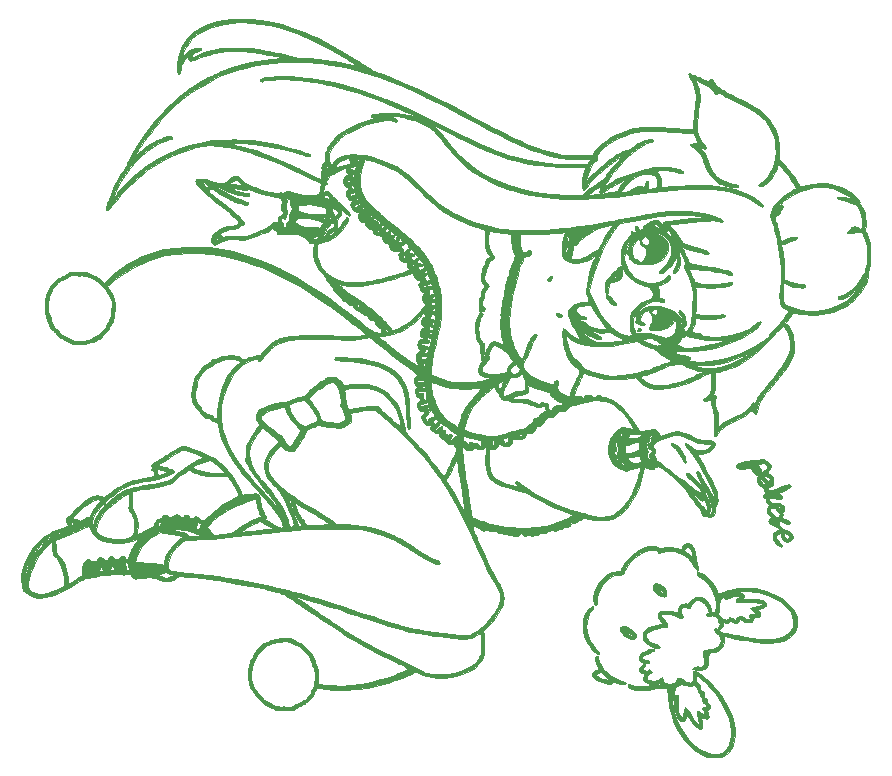
<source format=gbr>
G04 #@! TF.GenerationSoftware,KiCad,Pcbnew,(5.1.4)-1*
G04 #@! TF.CreationDate,2020-12-10T19:05:49-06:00*
G04 #@! TF.ProjectId,tenjuepad,74656e6a-7565-4706-9164-2e6b69636164,rev?*
G04 #@! TF.SameCoordinates,Original*
G04 #@! TF.FileFunction,Legend,Top*
G04 #@! TF.FilePolarity,Positive*
%FSLAX46Y46*%
G04 Gerber Fmt 4.6, Leading zero omitted, Abs format (unit mm)*
G04 Created by KiCad (PCBNEW (5.1.4)-1) date 2020-12-10 19:05:49*
%MOMM*%
%LPD*%
G04 APERTURE LIST*
%ADD10C,0.010000*%
G04 APERTURE END LIST*
D10*
G36*
X265347757Y-185615259D02*
G01*
X265311622Y-185667976D01*
X265262977Y-185659396D01*
X265197319Y-185584751D01*
X265110144Y-185439275D01*
X265023667Y-185272273D01*
X264827032Y-184914482D01*
X264627573Y-184628725D01*
X264416008Y-184402617D01*
X264299065Y-184305215D01*
X264165782Y-184184570D01*
X264099408Y-184080461D01*
X264103092Y-184000569D01*
X264157314Y-183959741D01*
X264248809Y-183963539D01*
X264379145Y-184017758D01*
X264529391Y-184110922D01*
X264680616Y-184231558D01*
X264795016Y-184346255D01*
X264935840Y-184528172D01*
X265067745Y-184738986D01*
X265183393Y-184961847D01*
X265275443Y-185179904D01*
X265336555Y-185376307D01*
X265359391Y-185534204D01*
X265347757Y-185615259D01*
X265347757Y-185615259D01*
G37*
X265347757Y-185615259D02*
X265311622Y-185667976D01*
X265262977Y-185659396D01*
X265197319Y-185584751D01*
X265110144Y-185439275D01*
X265023667Y-185272273D01*
X264827032Y-184914482D01*
X264627573Y-184628725D01*
X264416008Y-184402617D01*
X264299065Y-184305215D01*
X264165782Y-184184570D01*
X264099408Y-184080461D01*
X264103092Y-184000569D01*
X264157314Y-183959741D01*
X264248809Y-183963539D01*
X264379145Y-184017758D01*
X264529391Y-184110922D01*
X264680616Y-184231558D01*
X264795016Y-184346255D01*
X264935840Y-184528172D01*
X265067745Y-184738986D01*
X265183393Y-184961847D01*
X265275443Y-185179904D01*
X265336555Y-185376307D01*
X265359391Y-185534204D01*
X265347757Y-185615259D01*
G36*
X261544585Y-174366842D02*
G01*
X261520107Y-174450762D01*
X261454491Y-174487848D01*
X261393583Y-174496765D01*
X261298956Y-174498023D01*
X261261690Y-174464764D01*
X261256000Y-174403005D01*
X261291771Y-174294239D01*
X261343975Y-174248896D01*
X261455047Y-174217844D01*
X261526192Y-174256089D01*
X261545582Y-174356676D01*
X261544585Y-174366842D01*
X261544585Y-174366842D01*
G37*
X261544585Y-174366842D02*
X261520107Y-174450762D01*
X261454491Y-174487848D01*
X261393583Y-174496765D01*
X261298956Y-174498023D01*
X261261690Y-174464764D01*
X261256000Y-174403005D01*
X261291771Y-174294239D01*
X261343975Y-174248896D01*
X261455047Y-174217844D01*
X261526192Y-174256089D01*
X261545582Y-174356676D01*
X261544585Y-174366842D01*
G36*
X259422968Y-172278643D02*
G01*
X259360387Y-172295794D01*
X259262223Y-172276191D01*
X259130650Y-172205957D01*
X258985975Y-172099908D01*
X258848507Y-171972858D01*
X258742085Y-171844763D01*
X258651747Y-171685832D01*
X258604337Y-171540322D01*
X258602776Y-171425376D01*
X258649982Y-171358140D01*
X258658561Y-171354284D01*
X258733630Y-171354606D01*
X258810299Y-171424567D01*
X258821833Y-171439901D01*
X258889173Y-171521215D01*
X258998218Y-171641428D01*
X259130234Y-171780149D01*
X259195108Y-171846163D01*
X259352197Y-172015506D01*
X259441431Y-172141026D01*
X259464468Y-172227234D01*
X259422968Y-172278643D01*
X259422968Y-172278643D01*
G37*
X259422968Y-172278643D02*
X259360387Y-172295794D01*
X259262223Y-172276191D01*
X259130650Y-172205957D01*
X258985975Y-172099908D01*
X258848507Y-171972858D01*
X258742085Y-171844763D01*
X258651747Y-171685832D01*
X258604337Y-171540322D01*
X258602776Y-171425376D01*
X258649982Y-171358140D01*
X258658561Y-171354284D01*
X258733630Y-171354606D01*
X258810299Y-171424567D01*
X258821833Y-171439901D01*
X258889173Y-171521215D01*
X258998218Y-171641428D01*
X259130234Y-171780149D01*
X259195108Y-171846163D01*
X259352197Y-172015506D01*
X259441431Y-172141026D01*
X259464468Y-172227234D01*
X259422968Y-172278643D01*
G36*
X259965794Y-169834179D02*
G01*
X259922253Y-169914379D01*
X259878331Y-169969461D01*
X259680801Y-170139747D01*
X259424375Y-170255577D01*
X259190865Y-170304957D01*
X259050407Y-170326924D01*
X258967076Y-170358676D01*
X258913523Y-170415743D01*
X258877117Y-170483137D01*
X258826110Y-170652645D01*
X258803835Y-170896044D01*
X258802700Y-170962062D01*
X258800667Y-171292957D01*
X258685924Y-171279562D01*
X258583956Y-171237521D01*
X258541977Y-171160333D01*
X258519673Y-171014487D01*
X258513528Y-170824536D01*
X258522943Y-170629365D01*
X258547316Y-170467861D01*
X258552993Y-170446240D01*
X258640542Y-170240566D01*
X258790730Y-170001814D01*
X258994624Y-169742134D01*
X259243287Y-169473674D01*
X259333035Y-169385810D01*
X259527800Y-169205702D01*
X259647333Y-169107057D01*
X259647333Y-169509333D01*
X259617610Y-169546119D01*
X259605003Y-169634753D01*
X259605000Y-169636333D01*
X259592602Y-169728191D01*
X259543897Y-169761254D01*
X259512479Y-169763333D01*
X259427028Y-169788995D01*
X259329846Y-169850352D01*
X259251960Y-169923959D01*
X259224000Y-169981331D01*
X259257732Y-169992398D01*
X259339001Y-169971791D01*
X259340417Y-169971259D01*
X259476139Y-169896453D01*
X259593840Y-169791231D01*
X259671294Y-169678759D01*
X259689667Y-169607246D01*
X259674115Y-169531561D01*
X259647333Y-169509333D01*
X259647333Y-169107057D01*
X259674094Y-169084972D01*
X259778471Y-169018648D01*
X259839835Y-169001333D01*
X259905710Y-169009922D01*
X259935742Y-169051159D01*
X259943263Y-169148250D01*
X259943208Y-169181250D01*
X259947368Y-169332248D01*
X259959355Y-169512024D01*
X259967465Y-169597188D01*
X259978094Y-169740022D01*
X259965794Y-169834179D01*
X259965794Y-169834179D01*
G37*
X259965794Y-169834179D02*
X259922253Y-169914379D01*
X259878331Y-169969461D01*
X259680801Y-170139747D01*
X259424375Y-170255577D01*
X259190865Y-170304957D01*
X259050407Y-170326924D01*
X258967076Y-170358676D01*
X258913523Y-170415743D01*
X258877117Y-170483137D01*
X258826110Y-170652645D01*
X258803835Y-170896044D01*
X258802700Y-170962062D01*
X258800667Y-171292957D01*
X258685924Y-171279562D01*
X258583956Y-171237521D01*
X258541977Y-171160333D01*
X258519673Y-171014487D01*
X258513528Y-170824536D01*
X258522943Y-170629365D01*
X258547316Y-170467861D01*
X258552993Y-170446240D01*
X258640542Y-170240566D01*
X258790730Y-170001814D01*
X258994624Y-169742134D01*
X259243287Y-169473674D01*
X259333035Y-169385810D01*
X259527800Y-169205702D01*
X259647333Y-169107057D01*
X259647333Y-169509333D01*
X259617610Y-169546119D01*
X259605003Y-169634753D01*
X259605000Y-169636333D01*
X259592602Y-169728191D01*
X259543897Y-169761254D01*
X259512479Y-169763333D01*
X259427028Y-169788995D01*
X259329846Y-169850352D01*
X259251960Y-169923959D01*
X259224000Y-169981331D01*
X259257732Y-169992398D01*
X259339001Y-169971791D01*
X259340417Y-169971259D01*
X259476139Y-169896453D01*
X259593840Y-169791231D01*
X259671294Y-169678759D01*
X259689667Y-169607246D01*
X259674115Y-169531561D01*
X259647333Y-169509333D01*
X259647333Y-169107057D01*
X259674094Y-169084972D01*
X259778471Y-169018648D01*
X259839835Y-169001333D01*
X259905710Y-169009922D01*
X259935742Y-169051159D01*
X259943263Y-169148250D01*
X259943208Y-169181250D01*
X259947368Y-169332248D01*
X259959355Y-169512024D01*
X259967465Y-169597188D01*
X259978094Y-169740022D01*
X259965794Y-169834179D01*
G36*
X254836572Y-173271168D02*
G01*
X254752792Y-173310183D01*
X254608587Y-173293369D01*
X254564846Y-173281256D01*
X254427769Y-173218182D01*
X254350493Y-173135619D01*
X254343802Y-173046699D01*
X254354446Y-173024976D01*
X254407599Y-172990569D01*
X254515891Y-172987120D01*
X254587836Y-172995178D01*
X254736660Y-173019715D01*
X254819770Y-173049941D01*
X254855871Y-173098049D01*
X254863667Y-173174994D01*
X254836572Y-173271168D01*
X254836572Y-173271168D01*
G37*
X254836572Y-173271168D02*
X254752792Y-173310183D01*
X254608587Y-173293369D01*
X254564846Y-173281256D01*
X254427769Y-173218182D01*
X254350493Y-173135619D01*
X254343802Y-173046699D01*
X254354446Y-173024976D01*
X254407599Y-172990569D01*
X254515891Y-172987120D01*
X254587836Y-172995178D01*
X254736660Y-173019715D01*
X254819770Y-173049941D01*
X254855871Y-173098049D01*
X254863667Y-173174994D01*
X254836572Y-173271168D01*
G36*
X254037836Y-169983132D02*
G01*
X253994277Y-170088855D01*
X253973885Y-170124431D01*
X253898966Y-170224736D01*
X253826362Y-170263012D01*
X253768685Y-170263089D01*
X253675428Y-170222618D01*
X253647579Y-170138107D01*
X253686874Y-170021322D01*
X253724617Y-169964417D01*
X253816055Y-169883571D01*
X253918396Y-169848697D01*
X254005171Y-169864272D01*
X254043612Y-169910425D01*
X254037836Y-169983132D01*
X254037836Y-169983132D01*
G37*
X254037836Y-169983132D02*
X253994277Y-170088855D01*
X253973885Y-170124431D01*
X253898966Y-170224736D01*
X253826362Y-170263012D01*
X253768685Y-170263089D01*
X253675428Y-170222618D01*
X253647579Y-170138107D01*
X253686874Y-170021322D01*
X253724617Y-169964417D01*
X253816055Y-169883571D01*
X253918396Y-169848697D01*
X254005171Y-169864272D01*
X254043612Y-169910425D01*
X254037836Y-169983132D01*
G36*
X241988626Y-182600027D02*
G01*
X241979940Y-182674160D01*
X241965632Y-182716536D01*
X241945230Y-182737726D01*
X241933293Y-182743414D01*
X241884216Y-182756380D01*
X241843999Y-182748489D01*
X241811081Y-182711752D01*
X241783900Y-182638181D01*
X241760893Y-182519788D01*
X241740499Y-182348583D01*
X241721157Y-182116579D01*
X241701303Y-181815788D01*
X241679889Y-181447333D01*
X241659632Y-181117361D01*
X241636847Y-180798367D01*
X241612825Y-180505006D01*
X241588853Y-180251932D01*
X241566223Y-180053801D01*
X241546221Y-179925267D01*
X241545821Y-179923333D01*
X241401899Y-179414140D01*
X241194669Y-178956343D01*
X240926479Y-178553331D01*
X240599673Y-178208495D01*
X240216598Y-177925228D01*
X240127061Y-177872664D01*
X239822032Y-177711900D01*
X239513329Y-177572857D01*
X239190619Y-177453085D01*
X238843566Y-177350137D01*
X238461837Y-177261563D01*
X238035097Y-177184915D01*
X237553012Y-177117743D01*
X237005247Y-177057599D01*
X236491000Y-177011069D01*
X236199696Y-176986354D01*
X235981883Y-176966341D01*
X235826655Y-176948953D01*
X235723108Y-176932112D01*
X235660338Y-176913741D01*
X235627439Y-176891765D01*
X235613508Y-176864105D01*
X235609614Y-176843199D01*
X235626842Y-176751976D01*
X235667484Y-176720547D01*
X235742011Y-176710583D01*
X235886417Y-176706936D01*
X236086200Y-176708967D01*
X236326859Y-176716034D01*
X236593892Y-176727499D01*
X236872797Y-176742719D01*
X237149074Y-176761057D01*
X237408219Y-176781870D01*
X237635732Y-176804519D01*
X237676333Y-176809234D01*
X238247667Y-176889599D01*
X238750865Y-176987590D01*
X239201395Y-177107467D01*
X239614726Y-177253488D01*
X240006327Y-177429914D01*
X240094882Y-177475206D01*
X240504784Y-177716128D01*
X240844462Y-177977992D01*
X241128047Y-178274523D01*
X241369674Y-178619446D01*
X241484612Y-178824755D01*
X241588906Y-179039088D01*
X241676738Y-179254712D01*
X241749799Y-179481768D01*
X241809780Y-179730392D01*
X241858371Y-180010723D01*
X241897264Y-180332898D01*
X241928149Y-180707055D01*
X241952717Y-181143332D01*
X241972660Y-181651868D01*
X241976597Y-181774542D01*
X241985675Y-182081395D01*
X241991021Y-182314214D01*
X241992162Y-182483568D01*
X241988626Y-182600027D01*
X241988626Y-182600027D01*
G37*
X241988626Y-182600027D02*
X241979940Y-182674160D01*
X241965632Y-182716536D01*
X241945230Y-182737726D01*
X241933293Y-182743414D01*
X241884216Y-182756380D01*
X241843999Y-182748489D01*
X241811081Y-182711752D01*
X241783900Y-182638181D01*
X241760893Y-182519788D01*
X241740499Y-182348583D01*
X241721157Y-182116579D01*
X241701303Y-181815788D01*
X241679889Y-181447333D01*
X241659632Y-181117361D01*
X241636847Y-180798367D01*
X241612825Y-180505006D01*
X241588853Y-180251932D01*
X241566223Y-180053801D01*
X241546221Y-179925267D01*
X241545821Y-179923333D01*
X241401899Y-179414140D01*
X241194669Y-178956343D01*
X240926479Y-178553331D01*
X240599673Y-178208495D01*
X240216598Y-177925228D01*
X240127061Y-177872664D01*
X239822032Y-177711900D01*
X239513329Y-177572857D01*
X239190619Y-177453085D01*
X238843566Y-177350137D01*
X238461837Y-177261563D01*
X238035097Y-177184915D01*
X237553012Y-177117743D01*
X237005247Y-177057599D01*
X236491000Y-177011069D01*
X236199696Y-176986354D01*
X235981883Y-176966341D01*
X235826655Y-176948953D01*
X235723108Y-176932112D01*
X235660338Y-176913741D01*
X235627439Y-176891765D01*
X235613508Y-176864105D01*
X235609614Y-176843199D01*
X235626842Y-176751976D01*
X235667484Y-176720547D01*
X235742011Y-176710583D01*
X235886417Y-176706936D01*
X236086200Y-176708967D01*
X236326859Y-176716034D01*
X236593892Y-176727499D01*
X236872797Y-176742719D01*
X237149074Y-176761057D01*
X237408219Y-176781870D01*
X237635732Y-176804519D01*
X237676333Y-176809234D01*
X238247667Y-176889599D01*
X238750865Y-176987590D01*
X239201395Y-177107467D01*
X239614726Y-177253488D01*
X240006327Y-177429914D01*
X240094882Y-177475206D01*
X240504784Y-177716128D01*
X240844462Y-177977992D01*
X241128047Y-178274523D01*
X241369674Y-178619446D01*
X241484612Y-178824755D01*
X241588906Y-179039088D01*
X241676738Y-179254712D01*
X241749799Y-179481768D01*
X241809780Y-179730392D01*
X241858371Y-180010723D01*
X241897264Y-180332898D01*
X241928149Y-180707055D01*
X241952717Y-181143332D01*
X241972660Y-181651868D01*
X241976597Y-181774542D01*
X241985675Y-182081395D01*
X241991021Y-182314214D01*
X241992162Y-182483568D01*
X241988626Y-182600027D01*
G36*
X274362815Y-192079445D02*
G01*
X274245973Y-192220022D01*
X274086717Y-192305598D01*
X273913866Y-192320808D01*
X273743766Y-192274485D01*
X273592759Y-192175462D01*
X273477189Y-192032569D01*
X273413401Y-191854639D01*
X273405946Y-191766083D01*
X273398721Y-191661058D01*
X273367409Y-191616180D01*
X273305543Y-191607333D01*
X273191795Y-191636418D01*
X273081285Y-191708273D01*
X273002823Y-191799795D01*
X272982333Y-191866508D01*
X273022395Y-192022617D01*
X273141240Y-192200873D01*
X273296583Y-192361817D01*
X273415734Y-192493668D01*
X273477211Y-192607279D01*
X273483864Y-192691593D01*
X273438543Y-192735554D01*
X273344097Y-192728106D01*
X273217853Y-192667327D01*
X273040907Y-192525548D01*
X272890385Y-192344262D01*
X272778022Y-192144221D01*
X272715551Y-191946182D01*
X272713713Y-191775683D01*
X272779265Y-191627598D01*
X272899107Y-191491365D01*
X273044625Y-191396009D01*
X273109196Y-191374530D01*
X273208906Y-191336341D01*
X273234084Y-191280594D01*
X273183295Y-191205583D01*
X273055103Y-191109599D01*
X272848072Y-190990937D01*
X272739778Y-190935187D01*
X272533600Y-190810950D01*
X272406633Y-190686919D01*
X272359998Y-190566119D01*
X272394819Y-190451570D01*
X272512214Y-190346296D01*
X272519593Y-190341742D01*
X272641960Y-190267327D01*
X272513282Y-190172191D01*
X272344285Y-190005554D01*
X272248082Y-189816044D01*
X272227835Y-189616034D01*
X272286706Y-189417900D01*
X272310011Y-189376725D01*
X272365254Y-189281863D01*
X272376720Y-189225054D01*
X272345165Y-189172340D01*
X272315301Y-189138895D01*
X272188009Y-188958455D01*
X272137260Y-188775570D01*
X272135667Y-188734261D01*
X272122745Y-188641430D01*
X272067870Y-188602240D01*
X272019250Y-188593895D01*
X271927560Y-188562597D01*
X271891556Y-188482295D01*
X271890189Y-188471860D01*
X271898071Y-188389503D01*
X271957258Y-188324760D01*
X272027772Y-188282316D01*
X272133864Y-188219767D01*
X272170100Y-188172698D01*
X272143221Y-188120513D01*
X272095733Y-188074671D01*
X272021592Y-187974439D01*
X271986996Y-187888194D01*
X271924302Y-187782576D01*
X271785047Y-187689516D01*
X271783513Y-187688756D01*
X271603491Y-187563510D01*
X271473089Y-187399503D01*
X271400425Y-187214900D01*
X271393615Y-187027863D01*
X271432896Y-186904176D01*
X271485052Y-186789474D01*
X271490254Y-186726544D01*
X271443005Y-186693335D01*
X271376021Y-186676017D01*
X271257549Y-186618219D01*
X271129173Y-186508317D01*
X271014540Y-186371944D01*
X270937295Y-186234734D01*
X270921809Y-186183628D01*
X270894011Y-186095794D01*
X270847227Y-186073937D01*
X270806783Y-186082931D01*
X270690066Y-186105888D01*
X270522488Y-186122070D01*
X270326843Y-186131231D01*
X270125926Y-186133127D01*
X269942534Y-186127512D01*
X269799461Y-186114142D01*
X269722667Y-186094586D01*
X269628159Y-186006948D01*
X269601466Y-185896736D01*
X269644497Y-185789993D01*
X269696896Y-185743291D01*
X269802513Y-185688625D01*
X269944897Y-185632002D01*
X270006368Y-185611776D01*
X270179585Y-185566854D01*
X270404505Y-185519511D01*
X270656587Y-185473770D01*
X270861129Y-185441553D01*
X270861129Y-185721710D01*
X270747982Y-185734445D01*
X270558189Y-185770041D01*
X270289429Y-185828764D01*
X270278588Y-185831236D01*
X270195673Y-185855609D01*
X270184755Y-185871824D01*
X270233461Y-185878791D01*
X270329417Y-185875419D01*
X270460249Y-185860614D01*
X270514756Y-185852065D01*
X270670114Y-185821847D01*
X270796969Y-185789939D01*
X270866770Y-185763756D01*
X270899952Y-185731569D01*
X270861129Y-185721710D01*
X270861129Y-185441553D01*
X270911291Y-185433651D01*
X271144078Y-185403177D01*
X271221500Y-185396193D01*
X271221500Y-185960442D01*
X271201215Y-185982046D01*
X271192482Y-186064353D01*
X271227211Y-186179497D01*
X271294392Y-186295495D01*
X271319675Y-186326172D01*
X271393246Y-186391836D01*
X271426511Y-186384898D01*
X271417663Y-186308161D01*
X271387790Y-186220417D01*
X271318326Y-186058426D01*
X271264275Y-185973530D01*
X271221500Y-185960442D01*
X271221500Y-185396193D01*
X271330406Y-185386368D01*
X271394201Y-185384333D01*
X271548153Y-185372613D01*
X271686030Y-185342843D01*
X271735845Y-185323189D01*
X271786672Y-185308975D01*
X271786672Y-185691318D01*
X271664776Y-185713137D01*
X271566610Y-185751863D01*
X271516465Y-185799429D01*
X271517121Y-185824300D01*
X271543657Y-185886131D01*
X271591546Y-185999494D01*
X271640247Y-186115558D01*
X271694943Y-186241585D01*
X271694943Y-186993000D01*
X271676444Y-187029433D01*
X271670000Y-187103067D01*
X271706632Y-187218658D01*
X271809783Y-187352738D01*
X271820586Y-187363719D01*
X271912900Y-187450565D01*
X271970232Y-187482881D01*
X272014061Y-187469230D01*
X272035923Y-187449553D01*
X272065081Y-187408249D01*
X272057927Y-187361251D01*
X272005819Y-187290630D01*
X271910280Y-187188901D01*
X271808813Y-187088176D01*
X271730768Y-187017478D01*
X271694943Y-186993000D01*
X271694943Y-186241585D01*
X271697343Y-186247115D01*
X271743537Y-186344766D01*
X271766127Y-186383571D01*
X271825060Y-186388813D01*
X271917653Y-186343156D01*
X272025656Y-186262590D01*
X272071024Y-186219672D01*
X272071024Y-186781584D01*
X271990103Y-186794070D01*
X271966333Y-186818740D01*
X271995389Y-186865872D01*
X272070037Y-186946890D01*
X272135789Y-187009240D01*
X272248859Y-187106823D01*
X272321556Y-187151626D01*
X272373493Y-187150622D01*
X272423533Y-187111533D01*
X272471614Y-187013857D01*
X272443571Y-186910748D01*
X272380247Y-186847234D01*
X272294733Y-186810137D01*
X272182113Y-186787597D01*
X272071024Y-186781584D01*
X272071024Y-186219672D01*
X272130820Y-186163105D01*
X272214896Y-186060689D01*
X272259637Y-185971333D01*
X272262667Y-185948505D01*
X272222912Y-185845333D01*
X272113365Y-185759716D01*
X271948601Y-185702095D01*
X271908010Y-185694473D01*
X271786672Y-185691318D01*
X271786672Y-185308975D01*
X271844241Y-185292874D01*
X271942796Y-185305178D01*
X272002321Y-185353752D01*
X272008667Y-185382540D01*
X272044688Y-185419060D01*
X272133476Y-185460892D01*
X272154717Y-185468301D01*
X272289950Y-185540248D01*
X272416680Y-185652692D01*
X272513270Y-185781504D01*
X272558081Y-185902551D01*
X272559000Y-185919158D01*
X272528467Y-186075656D01*
X272450503Y-186241580D01*
X272345556Y-186375755D01*
X272322233Y-186395865D01*
X272255222Y-186467587D01*
X272267738Y-186512399D01*
X272355011Y-186527333D01*
X272430642Y-186554599D01*
X272534375Y-186623867D01*
X272588775Y-186669867D01*
X272687390Y-186772798D01*
X272735525Y-186870440D01*
X272752979Y-187004722D01*
X272753680Y-187019117D01*
X272764996Y-187161245D01*
X272782682Y-187280037D01*
X272791145Y-187314129D01*
X272782679Y-187415439D01*
X272711402Y-187529736D01*
X272593169Y-187638705D01*
X272443838Y-187724028D01*
X272432158Y-187728831D01*
X272311207Y-187787255D01*
X272267346Y-187839809D01*
X272294462Y-187896312D01*
X272315820Y-187915746D01*
X272387045Y-187963091D01*
X272467176Y-187985597D01*
X272569068Y-187980882D01*
X272705572Y-187946565D01*
X272889541Y-187880264D01*
X273133828Y-187779599D01*
X273197457Y-187752382D01*
X273506639Y-187624220D01*
X273749470Y-187534922D01*
X273933840Y-187482650D01*
X274067641Y-187465567D01*
X274158762Y-187481834D01*
X274206089Y-187517454D01*
X274232956Y-187606243D01*
X274180880Y-187707096D01*
X274054188Y-187816747D01*
X273857205Y-187931933D01*
X273594256Y-188049388D01*
X273409701Y-188118509D01*
X273138569Y-188214058D01*
X273282701Y-188274304D01*
X273436490Y-188357679D01*
X273510178Y-188448834D01*
X273508323Y-188554293D01*
X273497465Y-188581753D01*
X273456005Y-188646263D01*
X273390708Y-188677249D01*
X273273885Y-188686182D01*
X273245016Y-188686333D01*
X273080043Y-188677897D01*
X272890105Y-188656431D01*
X272798200Y-188641594D01*
X272598609Y-188617478D01*
X272462443Y-188629311D01*
X272395639Y-188676184D01*
X272389667Y-188704092D01*
X272411996Y-188771564D01*
X272467559Y-188872259D01*
X272487186Y-188902323D01*
X272584705Y-189046167D01*
X272683257Y-189041864D01*
X272683257Y-189431480D01*
X272607181Y-189462404D01*
X272523484Y-189574829D01*
X272513819Y-189705414D01*
X272574242Y-189839325D01*
X272700814Y-189961728D01*
X272747953Y-189992144D01*
X272834167Y-190061411D01*
X272834167Y-190549000D01*
X272723630Y-190554716D01*
X272694414Y-190577469D01*
X272743618Y-190625663D01*
X272795446Y-190661093D01*
X272876821Y-190705834D01*
X272922252Y-190698673D01*
X272942965Y-190672652D01*
X272977394Y-190597330D01*
X272949661Y-190559986D01*
X272849613Y-190549081D01*
X272834167Y-190549000D01*
X272834167Y-190061411D01*
X272860073Y-190082225D01*
X272897667Y-190169254D01*
X272911490Y-190229880D01*
X272969037Y-190248274D01*
X273033191Y-190244765D01*
X273148857Y-190209137D01*
X273235900Y-190115010D01*
X273249857Y-190092029D01*
X273330999Y-189952558D01*
X273162275Y-189795696D01*
X273061061Y-189690025D01*
X272987030Y-189591607D01*
X272965384Y-189548184D01*
X272904841Y-189477576D01*
X272798608Y-189435756D01*
X272683257Y-189431480D01*
X272683257Y-189041864D01*
X272926371Y-189031249D01*
X273140319Y-189028937D01*
X273192626Y-189035530D01*
X273192626Y-189321333D01*
X273181927Y-189350133D01*
X273208921Y-189419319D01*
X273258529Y-189503071D01*
X273315669Y-189575570D01*
X273361163Y-189609888D01*
X273394015Y-189585545D01*
X273405667Y-189516850D01*
X273368206Y-189410275D01*
X273274441Y-189337915D01*
X273192626Y-189321333D01*
X273192626Y-189035530D01*
X273296326Y-189048603D01*
X273419781Y-189097222D01*
X273536068Y-189181771D01*
X273563769Y-189206394D01*
X273657190Y-189341477D01*
X273693954Y-189506163D01*
X273672674Y-189670948D01*
X273592010Y-189806275D01*
X273552429Y-189872087D01*
X273580497Y-189949403D01*
X273580808Y-189949901D01*
X273606509Y-190018781D01*
X273586023Y-190096821D01*
X273542851Y-190171768D01*
X273453987Y-190312119D01*
X273800244Y-190441143D01*
X273978976Y-190512475D01*
X274089506Y-190569962D01*
X274145374Y-190621806D01*
X274159126Y-190658538D01*
X274152236Y-190758815D01*
X274091946Y-190804382D01*
X273973680Y-190796241D01*
X273797918Y-190737441D01*
X273591834Y-190657687D01*
X273448137Y-190613472D01*
X273352679Y-190604128D01*
X273291310Y-190628988D01*
X273249883Y-190687385D01*
X273239330Y-190711099D01*
X273212985Y-190788347D01*
X273220056Y-190846933D01*
X273271394Y-190912734D01*
X273357755Y-190993497D01*
X273458660Y-191093795D01*
X273531178Y-191182720D01*
X273552111Y-191220905D01*
X273613936Y-191280298D01*
X273724527Y-191319249D01*
X273724527Y-191607333D01*
X273669520Y-191638175D01*
X273659810Y-191716082D01*
X273691622Y-191819125D01*
X273761179Y-191925374D01*
X273783410Y-191949256D01*
X273879994Y-192037414D01*
X273948760Y-192067352D01*
X274016507Y-192045546D01*
X274059985Y-192016087D01*
X274115395Y-191935456D01*
X274104724Y-191839500D01*
X274040728Y-191743763D01*
X273936165Y-191663790D01*
X273803791Y-191615124D01*
X273724527Y-191607333D01*
X273724527Y-191319249D01*
X273757320Y-191330800D01*
X273809207Y-191342647D01*
X274065650Y-191426604D01*
X274252261Y-191555760D01*
X274365357Y-191723845D01*
X274405307Y-191910841D01*
X274362815Y-192079445D01*
X274362815Y-192079445D01*
G37*
X274362815Y-192079445D02*
X274245973Y-192220022D01*
X274086717Y-192305598D01*
X273913866Y-192320808D01*
X273743766Y-192274485D01*
X273592759Y-192175462D01*
X273477189Y-192032569D01*
X273413401Y-191854639D01*
X273405946Y-191766083D01*
X273398721Y-191661058D01*
X273367409Y-191616180D01*
X273305543Y-191607333D01*
X273191795Y-191636418D01*
X273081285Y-191708273D01*
X273002823Y-191799795D01*
X272982333Y-191866508D01*
X273022395Y-192022617D01*
X273141240Y-192200873D01*
X273296583Y-192361817D01*
X273415734Y-192493668D01*
X273477211Y-192607279D01*
X273483864Y-192691593D01*
X273438543Y-192735554D01*
X273344097Y-192728106D01*
X273217853Y-192667327D01*
X273040907Y-192525548D01*
X272890385Y-192344262D01*
X272778022Y-192144221D01*
X272715551Y-191946182D01*
X272713713Y-191775683D01*
X272779265Y-191627598D01*
X272899107Y-191491365D01*
X273044625Y-191396009D01*
X273109196Y-191374530D01*
X273208906Y-191336341D01*
X273234084Y-191280594D01*
X273183295Y-191205583D01*
X273055103Y-191109599D01*
X272848072Y-190990937D01*
X272739778Y-190935187D01*
X272533600Y-190810950D01*
X272406633Y-190686919D01*
X272359998Y-190566119D01*
X272394819Y-190451570D01*
X272512214Y-190346296D01*
X272519593Y-190341742D01*
X272641960Y-190267327D01*
X272513282Y-190172191D01*
X272344285Y-190005554D01*
X272248082Y-189816044D01*
X272227835Y-189616034D01*
X272286706Y-189417900D01*
X272310011Y-189376725D01*
X272365254Y-189281863D01*
X272376720Y-189225054D01*
X272345165Y-189172340D01*
X272315301Y-189138895D01*
X272188009Y-188958455D01*
X272137260Y-188775570D01*
X272135667Y-188734261D01*
X272122745Y-188641430D01*
X272067870Y-188602240D01*
X272019250Y-188593895D01*
X271927560Y-188562597D01*
X271891556Y-188482295D01*
X271890189Y-188471860D01*
X271898071Y-188389503D01*
X271957258Y-188324760D01*
X272027772Y-188282316D01*
X272133864Y-188219767D01*
X272170100Y-188172698D01*
X272143221Y-188120513D01*
X272095733Y-188074671D01*
X272021592Y-187974439D01*
X271986996Y-187888194D01*
X271924302Y-187782576D01*
X271785047Y-187689516D01*
X271783513Y-187688756D01*
X271603491Y-187563510D01*
X271473089Y-187399503D01*
X271400425Y-187214900D01*
X271393615Y-187027863D01*
X271432896Y-186904176D01*
X271485052Y-186789474D01*
X271490254Y-186726544D01*
X271443005Y-186693335D01*
X271376021Y-186676017D01*
X271257549Y-186618219D01*
X271129173Y-186508317D01*
X271014540Y-186371944D01*
X270937295Y-186234734D01*
X270921809Y-186183628D01*
X270894011Y-186095794D01*
X270847227Y-186073937D01*
X270806783Y-186082931D01*
X270690066Y-186105888D01*
X270522488Y-186122070D01*
X270326843Y-186131231D01*
X270125926Y-186133127D01*
X269942534Y-186127512D01*
X269799461Y-186114142D01*
X269722667Y-186094586D01*
X269628159Y-186006948D01*
X269601466Y-185896736D01*
X269644497Y-185789993D01*
X269696896Y-185743291D01*
X269802513Y-185688625D01*
X269944897Y-185632002D01*
X270006368Y-185611776D01*
X270179585Y-185566854D01*
X270404505Y-185519511D01*
X270656587Y-185473770D01*
X270861129Y-185441553D01*
X270861129Y-185721710D01*
X270747982Y-185734445D01*
X270558189Y-185770041D01*
X270289429Y-185828764D01*
X270278588Y-185831236D01*
X270195673Y-185855609D01*
X270184755Y-185871824D01*
X270233461Y-185878791D01*
X270329417Y-185875419D01*
X270460249Y-185860614D01*
X270514756Y-185852065D01*
X270670114Y-185821847D01*
X270796969Y-185789939D01*
X270866770Y-185763756D01*
X270899952Y-185731569D01*
X270861129Y-185721710D01*
X270861129Y-185441553D01*
X270911291Y-185433651D01*
X271144078Y-185403177D01*
X271221500Y-185396193D01*
X271221500Y-185960442D01*
X271201215Y-185982046D01*
X271192482Y-186064353D01*
X271227211Y-186179497D01*
X271294392Y-186295495D01*
X271319675Y-186326172D01*
X271393246Y-186391836D01*
X271426511Y-186384898D01*
X271417663Y-186308161D01*
X271387790Y-186220417D01*
X271318326Y-186058426D01*
X271264275Y-185973530D01*
X271221500Y-185960442D01*
X271221500Y-185396193D01*
X271330406Y-185386368D01*
X271394201Y-185384333D01*
X271548153Y-185372613D01*
X271686030Y-185342843D01*
X271735845Y-185323189D01*
X271786672Y-185308975D01*
X271786672Y-185691318D01*
X271664776Y-185713137D01*
X271566610Y-185751863D01*
X271516465Y-185799429D01*
X271517121Y-185824300D01*
X271543657Y-185886131D01*
X271591546Y-185999494D01*
X271640247Y-186115558D01*
X271694943Y-186241585D01*
X271694943Y-186993000D01*
X271676444Y-187029433D01*
X271670000Y-187103067D01*
X271706632Y-187218658D01*
X271809783Y-187352738D01*
X271820586Y-187363719D01*
X271912900Y-187450565D01*
X271970232Y-187482881D01*
X272014061Y-187469230D01*
X272035923Y-187449553D01*
X272065081Y-187408249D01*
X272057927Y-187361251D01*
X272005819Y-187290630D01*
X271910280Y-187188901D01*
X271808813Y-187088176D01*
X271730768Y-187017478D01*
X271694943Y-186993000D01*
X271694943Y-186241585D01*
X271697343Y-186247115D01*
X271743537Y-186344766D01*
X271766127Y-186383571D01*
X271825060Y-186388813D01*
X271917653Y-186343156D01*
X272025656Y-186262590D01*
X272071024Y-186219672D01*
X272071024Y-186781584D01*
X271990103Y-186794070D01*
X271966333Y-186818740D01*
X271995389Y-186865872D01*
X272070037Y-186946890D01*
X272135789Y-187009240D01*
X272248859Y-187106823D01*
X272321556Y-187151626D01*
X272373493Y-187150622D01*
X272423533Y-187111533D01*
X272471614Y-187013857D01*
X272443571Y-186910748D01*
X272380247Y-186847234D01*
X272294733Y-186810137D01*
X272182113Y-186787597D01*
X272071024Y-186781584D01*
X272071024Y-186219672D01*
X272130820Y-186163105D01*
X272214896Y-186060689D01*
X272259637Y-185971333D01*
X272262667Y-185948505D01*
X272222912Y-185845333D01*
X272113365Y-185759716D01*
X271948601Y-185702095D01*
X271908010Y-185694473D01*
X271786672Y-185691318D01*
X271786672Y-185308975D01*
X271844241Y-185292874D01*
X271942796Y-185305178D01*
X272002321Y-185353752D01*
X272008667Y-185382540D01*
X272044688Y-185419060D01*
X272133476Y-185460892D01*
X272154717Y-185468301D01*
X272289950Y-185540248D01*
X272416680Y-185652692D01*
X272513270Y-185781504D01*
X272558081Y-185902551D01*
X272559000Y-185919158D01*
X272528467Y-186075656D01*
X272450503Y-186241580D01*
X272345556Y-186375755D01*
X272322233Y-186395865D01*
X272255222Y-186467587D01*
X272267738Y-186512399D01*
X272355011Y-186527333D01*
X272430642Y-186554599D01*
X272534375Y-186623867D01*
X272588775Y-186669867D01*
X272687390Y-186772798D01*
X272735525Y-186870440D01*
X272752979Y-187004722D01*
X272753680Y-187019117D01*
X272764996Y-187161245D01*
X272782682Y-187280037D01*
X272791145Y-187314129D01*
X272782679Y-187415439D01*
X272711402Y-187529736D01*
X272593169Y-187638705D01*
X272443838Y-187724028D01*
X272432158Y-187728831D01*
X272311207Y-187787255D01*
X272267346Y-187839809D01*
X272294462Y-187896312D01*
X272315820Y-187915746D01*
X272387045Y-187963091D01*
X272467176Y-187985597D01*
X272569068Y-187980882D01*
X272705572Y-187946565D01*
X272889541Y-187880264D01*
X273133828Y-187779599D01*
X273197457Y-187752382D01*
X273506639Y-187624220D01*
X273749470Y-187534922D01*
X273933840Y-187482650D01*
X274067641Y-187465567D01*
X274158762Y-187481834D01*
X274206089Y-187517454D01*
X274232956Y-187606243D01*
X274180880Y-187707096D01*
X274054188Y-187816747D01*
X273857205Y-187931933D01*
X273594256Y-188049388D01*
X273409701Y-188118509D01*
X273138569Y-188214058D01*
X273282701Y-188274304D01*
X273436490Y-188357679D01*
X273510178Y-188448834D01*
X273508323Y-188554293D01*
X273497465Y-188581753D01*
X273456005Y-188646263D01*
X273390708Y-188677249D01*
X273273885Y-188686182D01*
X273245016Y-188686333D01*
X273080043Y-188677897D01*
X272890105Y-188656431D01*
X272798200Y-188641594D01*
X272598609Y-188617478D01*
X272462443Y-188629311D01*
X272395639Y-188676184D01*
X272389667Y-188704092D01*
X272411996Y-188771564D01*
X272467559Y-188872259D01*
X272487186Y-188902323D01*
X272584705Y-189046167D01*
X272683257Y-189041864D01*
X272683257Y-189431480D01*
X272607181Y-189462404D01*
X272523484Y-189574829D01*
X272513819Y-189705414D01*
X272574242Y-189839325D01*
X272700814Y-189961728D01*
X272747953Y-189992144D01*
X272834167Y-190061411D01*
X272834167Y-190549000D01*
X272723630Y-190554716D01*
X272694414Y-190577469D01*
X272743618Y-190625663D01*
X272795446Y-190661093D01*
X272876821Y-190705834D01*
X272922252Y-190698673D01*
X272942965Y-190672652D01*
X272977394Y-190597330D01*
X272949661Y-190559986D01*
X272849613Y-190549081D01*
X272834167Y-190549000D01*
X272834167Y-190061411D01*
X272860073Y-190082225D01*
X272897667Y-190169254D01*
X272911490Y-190229880D01*
X272969037Y-190248274D01*
X273033191Y-190244765D01*
X273148857Y-190209137D01*
X273235900Y-190115010D01*
X273249857Y-190092029D01*
X273330999Y-189952558D01*
X273162275Y-189795696D01*
X273061061Y-189690025D01*
X272987030Y-189591607D01*
X272965384Y-189548184D01*
X272904841Y-189477576D01*
X272798608Y-189435756D01*
X272683257Y-189431480D01*
X272683257Y-189041864D01*
X272926371Y-189031249D01*
X273140319Y-189028937D01*
X273192626Y-189035530D01*
X273192626Y-189321333D01*
X273181927Y-189350133D01*
X273208921Y-189419319D01*
X273258529Y-189503071D01*
X273315669Y-189575570D01*
X273361163Y-189609888D01*
X273394015Y-189585545D01*
X273405667Y-189516850D01*
X273368206Y-189410275D01*
X273274441Y-189337915D01*
X273192626Y-189321333D01*
X273192626Y-189035530D01*
X273296326Y-189048603D01*
X273419781Y-189097222D01*
X273536068Y-189181771D01*
X273563769Y-189206394D01*
X273657190Y-189341477D01*
X273693954Y-189506163D01*
X273672674Y-189670948D01*
X273592010Y-189806275D01*
X273552429Y-189872087D01*
X273580497Y-189949403D01*
X273580808Y-189949901D01*
X273606509Y-190018781D01*
X273586023Y-190096821D01*
X273542851Y-190171768D01*
X273453987Y-190312119D01*
X273800244Y-190441143D01*
X273978976Y-190512475D01*
X274089506Y-190569962D01*
X274145374Y-190621806D01*
X274159126Y-190658538D01*
X274152236Y-190758815D01*
X274091946Y-190804382D01*
X273973680Y-190796241D01*
X273797918Y-190737441D01*
X273591834Y-190657687D01*
X273448137Y-190613472D01*
X273352679Y-190604128D01*
X273291310Y-190628988D01*
X273249883Y-190687385D01*
X273239330Y-190711099D01*
X273212985Y-190788347D01*
X273220056Y-190846933D01*
X273271394Y-190912734D01*
X273357755Y-190993497D01*
X273458660Y-191093795D01*
X273531178Y-191182720D01*
X273552111Y-191220905D01*
X273613936Y-191280298D01*
X273724527Y-191319249D01*
X273724527Y-191607333D01*
X273669520Y-191638175D01*
X273659810Y-191716082D01*
X273691622Y-191819125D01*
X273761179Y-191925374D01*
X273783410Y-191949256D01*
X273879994Y-192037414D01*
X273948760Y-192067352D01*
X274016507Y-192045546D01*
X274059985Y-192016087D01*
X274115395Y-191935456D01*
X274104724Y-191839500D01*
X274040728Y-191743763D01*
X273936165Y-191663790D01*
X273803791Y-191615124D01*
X273724527Y-191607333D01*
X273724527Y-191319249D01*
X273757320Y-191330800D01*
X273809207Y-191342647D01*
X274065650Y-191426604D01*
X274252261Y-191555760D01*
X274365357Y-191723845D01*
X274405307Y-191910841D01*
X274362815Y-192079445D01*
G36*
X263713631Y-196797941D02*
G01*
X263670847Y-196913532D01*
X263644693Y-196943940D01*
X263544824Y-196976197D01*
X263400597Y-196959515D01*
X263230089Y-196902143D01*
X263051376Y-196812330D01*
X262882534Y-196698323D01*
X262741640Y-196568372D01*
X262694728Y-196510446D01*
X262602684Y-196340681D01*
X262564008Y-196171538D01*
X262579769Y-196023029D01*
X262651039Y-195915166D01*
X262662420Y-195906567D01*
X262819362Y-195846950D01*
X262907000Y-195855110D01*
X262907000Y-196179333D01*
X262872155Y-196194822D01*
X262878778Y-196207555D01*
X262929018Y-196212622D01*
X262935222Y-196207555D01*
X262929411Y-196182388D01*
X262907000Y-196179333D01*
X262907000Y-195855110D01*
X263007299Y-195864451D01*
X263164434Y-195927085D01*
X263251927Y-195983758D01*
X263251927Y-196440972D01*
X263178236Y-196451036D01*
X263164257Y-196498361D01*
X263208079Y-196562142D01*
X263266770Y-196602632D01*
X263352796Y-196634156D01*
X263402856Y-196628922D01*
X263411153Y-196571884D01*
X263366119Y-196503653D01*
X263289773Y-196451649D01*
X263251927Y-196440972D01*
X263251927Y-195983758D01*
X263327597Y-196032774D01*
X263484901Y-196172663D01*
X263614744Y-196324166D01*
X263695526Y-196464699D01*
X263704551Y-196491834D01*
X263726277Y-196646712D01*
X263713631Y-196797941D01*
X263713631Y-196797941D01*
G37*
X263713631Y-196797941D02*
X263670847Y-196913532D01*
X263644693Y-196943940D01*
X263544824Y-196976197D01*
X263400597Y-196959515D01*
X263230089Y-196902143D01*
X263051376Y-196812330D01*
X262882534Y-196698323D01*
X262741640Y-196568372D01*
X262694728Y-196510446D01*
X262602684Y-196340681D01*
X262564008Y-196171538D01*
X262579769Y-196023029D01*
X262651039Y-195915166D01*
X262662420Y-195906567D01*
X262819362Y-195846950D01*
X262907000Y-195855110D01*
X262907000Y-196179333D01*
X262872155Y-196194822D01*
X262878778Y-196207555D01*
X262929018Y-196212622D01*
X262935222Y-196207555D01*
X262929411Y-196182388D01*
X262907000Y-196179333D01*
X262907000Y-195855110D01*
X263007299Y-195864451D01*
X263164434Y-195927085D01*
X263251927Y-195983758D01*
X263251927Y-196440972D01*
X263178236Y-196451036D01*
X263164257Y-196498361D01*
X263208079Y-196562142D01*
X263266770Y-196602632D01*
X263352796Y-196634156D01*
X263402856Y-196628922D01*
X263411153Y-196571884D01*
X263366119Y-196503653D01*
X263289773Y-196451649D01*
X263251927Y-196440972D01*
X263251927Y-195983758D01*
X263327597Y-196032774D01*
X263484901Y-196172663D01*
X263614744Y-196324166D01*
X263695526Y-196464699D01*
X263704551Y-196491834D01*
X263726277Y-196646712D01*
X263713631Y-196797941D01*
G36*
X274780907Y-199417199D02*
G01*
X274683276Y-199737294D01*
X274513395Y-200032052D01*
X274272641Y-200295088D01*
X273962389Y-200520021D01*
X273584017Y-200700466D01*
X273472914Y-200739884D01*
X273233102Y-200798768D01*
X272928269Y-200841360D01*
X272576655Y-200866722D01*
X272196502Y-200873914D01*
X271806051Y-200861996D01*
X271521833Y-200840381D01*
X271224833Y-200805453D01*
X270865976Y-200753468D01*
X270465539Y-200687931D01*
X270043799Y-200612349D01*
X269621030Y-200530225D01*
X269217510Y-200445067D01*
X269156061Y-200431388D01*
X268919335Y-200378379D01*
X268753962Y-200344947D01*
X268648385Y-200333527D01*
X268591044Y-200346554D01*
X268570381Y-200386461D01*
X268574835Y-200455684D01*
X268591703Y-200550250D01*
X268608170Y-200811130D01*
X268552774Y-201040091D01*
X268420424Y-201252780D01*
X268331399Y-201350363D01*
X268182663Y-201476801D01*
X268013555Y-201571020D01*
X267803041Y-201642062D01*
X267530087Y-201698969D01*
X267514208Y-201701641D01*
X267427185Y-201721809D01*
X267370313Y-201760074D01*
X267325786Y-201837131D01*
X267275799Y-201973673D01*
X267272989Y-201981982D01*
X267214105Y-202215122D01*
X267208883Y-202420058D01*
X267210596Y-202435796D01*
X267212411Y-202685155D01*
X267156779Y-202889752D01*
X267047114Y-203039409D01*
X266995381Y-203077680D01*
X266920883Y-203117551D01*
X266839852Y-203142496D01*
X266732031Y-203155107D01*
X266577161Y-203157977D01*
X266393480Y-203154695D01*
X266187668Y-203147788D01*
X266051960Y-203137710D01*
X265971795Y-203121897D01*
X265932612Y-203097787D01*
X265921124Y-203071532D01*
X265943347Y-202990508D01*
X266034446Y-202928990D01*
X266179867Y-202892054D01*
X266365059Y-202884774D01*
X266440130Y-202890546D01*
X266641301Y-202900269D01*
X266778324Y-202873840D01*
X266866478Y-202804439D01*
X266921039Y-202685240D01*
X266924119Y-202674404D01*
X266941282Y-202568026D01*
X266933924Y-202440306D01*
X266899858Y-202266622D01*
X266880996Y-202189533D01*
X266841881Y-202008714D01*
X266816231Y-201838213D01*
X266808818Y-201710957D01*
X266809607Y-201697239D01*
X266822937Y-201603067D01*
X266857576Y-201548411D01*
X266935947Y-201512088D01*
X267034500Y-201484757D01*
X267164819Y-201456550D01*
X267264159Y-201444950D01*
X267295152Y-201447645D01*
X267378554Y-201449882D01*
X267514101Y-201426240D01*
X267676016Y-201383962D01*
X267838525Y-201330290D01*
X267975854Y-201272468D01*
X268033301Y-201240220D01*
X268202217Y-201085505D01*
X268297901Y-200899265D01*
X268321038Y-200691262D01*
X268272314Y-200471258D01*
X268152413Y-200249017D01*
X267962021Y-200034301D01*
X267947749Y-200021311D01*
X267817125Y-199890598D01*
X267748844Y-199791090D01*
X267740694Y-199747046D01*
X267789465Y-199683103D01*
X267881014Y-199656768D01*
X267979183Y-199675023D01*
X268010497Y-199694934D01*
X268059781Y-199723822D01*
X268071667Y-199690382D01*
X268089128Y-199621847D01*
X268133478Y-199510333D01*
X268162788Y-199446833D01*
X268253909Y-199258602D01*
X268154291Y-199183460D01*
X268088775Y-199122133D01*
X268088696Y-199071600D01*
X268109449Y-199042317D01*
X268128640Y-198960072D01*
X268081889Y-198858059D01*
X267980486Y-198751204D01*
X267835720Y-198654431D01*
X267803723Y-198638163D01*
X267676632Y-198586859D01*
X267553633Y-198567133D01*
X267395095Y-198573533D01*
X267359519Y-198577060D01*
X267216626Y-198590577D01*
X267138430Y-198588971D01*
X267105424Y-198565999D01*
X267098103Y-198515416D01*
X267098000Y-198493337D01*
X267121323Y-198400696D01*
X267205493Y-198355302D01*
X267206358Y-198355083D01*
X267280207Y-198319763D01*
X267297191Y-198280194D01*
X267274657Y-198214836D01*
X267236277Y-198100079D01*
X267210093Y-198020774D01*
X267106093Y-197795137D01*
X266954929Y-197582316D01*
X266777626Y-197408222D01*
X266640636Y-197318900D01*
X266525497Y-197265686D01*
X266443379Y-197249983D01*
X266352524Y-197269600D01*
X266270997Y-197299491D01*
X266141403Y-197370015D01*
X266004936Y-197477146D01*
X265880597Y-197601507D01*
X265787386Y-197723719D01*
X265744306Y-197824404D01*
X265743333Y-197837622D01*
X265713694Y-197919453D01*
X265630662Y-197942710D01*
X265503066Y-197906239D01*
X265445049Y-197876657D01*
X265337236Y-197821436D01*
X265263957Y-197807929D01*
X265188158Y-197832649D01*
X265154854Y-197849335D01*
X265058632Y-197908719D01*
X264999217Y-197962720D01*
X264998131Y-197964402D01*
X264973819Y-198056732D01*
X264970796Y-198193753D01*
X264986146Y-198339922D01*
X265016947Y-198459698D01*
X265042541Y-198505134D01*
X265094616Y-198600380D01*
X265105630Y-198703441D01*
X265072692Y-198777781D01*
X265064596Y-198783701D01*
X265007201Y-198781301D01*
X264894616Y-198750553D01*
X264748907Y-198697748D01*
X264715346Y-198684107D01*
X264361289Y-198552295D01*
X264038637Y-198461785D01*
X263756814Y-198414111D01*
X263525247Y-198410809D01*
X263353359Y-198453414D01*
X263340135Y-198460088D01*
X263269575Y-198516089D01*
X263255306Y-198586135D01*
X263300956Y-198679830D01*
X263410151Y-198806776D01*
X263507169Y-198902415D01*
X263634695Y-199027565D01*
X263707572Y-199111937D01*
X263735303Y-199170005D01*
X263727392Y-199216244D01*
X263720828Y-199227861D01*
X263695860Y-199293712D01*
X263736861Y-199328981D01*
X263737462Y-199329213D01*
X263784984Y-199387469D01*
X263788386Y-199449394D01*
X263775470Y-199495301D01*
X263741290Y-199525937D01*
X263669125Y-199546656D01*
X263542258Y-199562813D01*
X263393833Y-199575754D01*
X263085844Y-199614929D01*
X262791336Y-199678617D01*
X262527921Y-199761251D01*
X262313216Y-199857267D01*
X262164833Y-199961103D01*
X262160524Y-199965343D01*
X262036953Y-200119249D01*
X261990834Y-200264962D01*
X262018614Y-200418920D01*
X262048392Y-200484132D01*
X262172249Y-200645635D01*
X262363745Y-200797327D01*
X262605868Y-200927702D01*
X262824102Y-201008775D01*
X263012728Y-201078424D01*
X263119030Y-201148897D01*
X263145334Y-201222580D01*
X263102288Y-201293855D01*
X263050160Y-201328571D01*
X262975748Y-201333144D01*
X262851502Y-201308724D01*
X262836149Y-201304948D01*
X262542897Y-201208163D01*
X262270620Y-201073332D01*
X262036796Y-200911831D01*
X261858900Y-200735037D01*
X261782426Y-200619033D01*
X261747125Y-200507942D01*
X261725208Y-200356520D01*
X261721667Y-200272954D01*
X261732819Y-200109727D01*
X261775828Y-199983125D01*
X261845584Y-199873306D01*
X262012570Y-199708051D01*
X262252408Y-199566568D01*
X262555696Y-199452567D01*
X262913030Y-199369759D01*
X263225037Y-199329044D01*
X263536583Y-199300813D01*
X263300092Y-199084674D01*
X263120561Y-198901427D01*
X263012921Y-198741257D01*
X262971740Y-198592751D01*
X262991583Y-198444495D01*
X262993108Y-198439800D01*
X263059269Y-198312237D01*
X263166920Y-198225047D01*
X263327744Y-198173230D01*
X263553429Y-198151787D01*
X263669000Y-198150625D01*
X264078754Y-198190398D01*
X264499893Y-198300041D01*
X264674417Y-198365833D01*
X264705508Y-198354108D01*
X264722335Y-198279509D01*
X264727333Y-198133442D01*
X264734182Y-197973915D01*
X264761075Y-197864850D01*
X264817536Y-197772699D01*
X264836257Y-197749714D01*
X264980970Y-197634328D01*
X265166535Y-197562713D01*
X265355936Y-197547554D01*
X265404192Y-197555062D01*
X265475091Y-197561237D01*
X265541506Y-197536747D01*
X265623405Y-197469649D01*
X265728733Y-197360945D01*
X265959322Y-197158330D01*
X266200041Y-197031093D01*
X266443248Y-196981479D01*
X266681301Y-197011733D01*
X266783005Y-197051193D01*
X266967400Y-197174588D01*
X267143248Y-197355492D01*
X267295824Y-197571579D01*
X267410407Y-197800524D01*
X267472272Y-198020002D01*
X267479000Y-198106527D01*
X267479000Y-198300868D01*
X267657960Y-198287851D01*
X267768280Y-198275374D01*
X267825770Y-198242976D01*
X267855844Y-198166520D01*
X267872253Y-198084333D01*
X267886585Y-197949529D01*
X267892379Y-197766055D01*
X267888689Y-197569565D01*
X267886855Y-197534000D01*
X267823172Y-197083032D01*
X267689296Y-196646146D01*
X267492555Y-196235995D01*
X267240276Y-195865231D01*
X266939786Y-195546508D01*
X266598411Y-195292476D01*
X266583756Y-195283690D01*
X266430433Y-195187012D01*
X266340270Y-195113541D01*
X266299766Y-195050555D01*
X266293667Y-195010342D01*
X266324443Y-194931249D01*
X266416835Y-194909952D01*
X266570932Y-194946450D01*
X266732790Y-195014457D01*
X266991728Y-195172323D01*
X267253401Y-195395249D01*
X267502560Y-195665558D01*
X267723955Y-195965577D01*
X267902334Y-196277630D01*
X267981982Y-196462249D01*
X268079030Y-196721751D01*
X268297598Y-196626291D01*
X268516080Y-196544393D01*
X268794380Y-196460683D01*
X268939500Y-196424158D01*
X268939500Y-196729667D01*
X268883154Y-196751821D01*
X268876000Y-196770671D01*
X268907031Y-196793964D01*
X268939500Y-196787309D01*
X268995201Y-196757261D01*
X269003000Y-196746304D01*
X268968432Y-196731505D01*
X268939500Y-196729667D01*
X268939500Y-196424158D01*
X269108066Y-196381730D01*
X269432707Y-196314104D01*
X269511000Y-196300034D01*
X269511000Y-196602667D01*
X269476155Y-196618156D01*
X269482778Y-196630889D01*
X269533018Y-196635955D01*
X269539222Y-196630889D01*
X269533411Y-196605722D01*
X269511000Y-196602667D01*
X269511000Y-196300034D01*
X269690178Y-196277870D01*
X269690178Y-196899000D01*
X269423628Y-196914745D01*
X269206925Y-196967276D01*
X269010316Y-197064534D01*
X268968366Y-197091673D01*
X268833161Y-197154708D01*
X268720253Y-197155869D01*
X268646231Y-197096625D01*
X268632589Y-197061921D01*
X268589962Y-196993025D01*
X268518989Y-197003892D01*
X268419690Y-197094516D01*
X268348294Y-197184750D01*
X268273641Y-197292618D01*
X268229267Y-197383474D01*
X268207010Y-197486485D01*
X268198711Y-197630817D01*
X268197277Y-197724500D01*
X268191056Y-197912094D01*
X268177922Y-198090283D01*
X268160594Y-198223209D01*
X268158762Y-198232500D01*
X268135353Y-198350459D01*
X268120522Y-198434054D01*
X268118868Y-198446158D01*
X268144708Y-198498181D01*
X268216103Y-198582510D01*
X268272750Y-198638655D01*
X268402871Y-198743859D01*
X268543075Y-198831691D01*
X268676803Y-198895264D01*
X268787499Y-198927688D01*
X268858605Y-198922073D01*
X268876000Y-198889642D01*
X268907983Y-198839334D01*
X268983602Y-198777782D01*
X269049007Y-198740652D01*
X269108154Y-198733243D01*
X269188261Y-198758982D01*
X269312293Y-198819139D01*
X269453441Y-198888889D01*
X269536498Y-198920787D01*
X269578608Y-198915812D01*
X269596917Y-198874943D01*
X269603306Y-198835750D01*
X269649524Y-198752126D01*
X269722667Y-198725844D01*
X269816929Y-198692672D01*
X269862354Y-198651760D01*
X269904443Y-198606960D01*
X269969248Y-198599280D01*
X270071142Y-198631733D01*
X270224496Y-198707332D01*
X270285642Y-198740500D01*
X270477601Y-198832382D01*
X270636240Y-198881409D01*
X270749120Y-198884824D01*
X270797502Y-198853881D01*
X270794780Y-198795870D01*
X270758747Y-198703024D01*
X270756131Y-198697915D01*
X270712560Y-198593949D01*
X270717130Y-198525786D01*
X270779357Y-198486233D01*
X270908758Y-198468100D01*
X271065422Y-198464188D01*
X271394833Y-198463042D01*
X271243498Y-198326604D01*
X271119484Y-198225596D01*
X270992689Y-198138280D01*
X270957748Y-198118052D01*
X270864897Y-198046993D01*
X270824316Y-197972269D01*
X270843474Y-197914059D01*
X270876250Y-197897864D01*
X270943183Y-197883050D01*
X271065802Y-197858635D01*
X271204333Y-197832381D01*
X271388076Y-197790692D01*
X271558608Y-197738638D01*
X271699238Y-197682980D01*
X271793273Y-197630481D01*
X271824022Y-197587904D01*
X271821810Y-197582227D01*
X271771048Y-197555222D01*
X271660595Y-197521147D01*
X271514194Y-197487309D01*
X271511776Y-197486827D01*
X271329392Y-197461926D01*
X271079597Y-197446884D01*
X270758322Y-197441643D01*
X270361502Y-197446144D01*
X269885070Y-197460327D01*
X269828500Y-197462443D01*
X269702519Y-197463886D01*
X269637875Y-197448572D01*
X269611455Y-197405804D01*
X269603863Y-197358485D01*
X269609923Y-197279415D01*
X269660016Y-197209291D01*
X269769955Y-197125651D01*
X269903568Y-197027895D01*
X269960683Y-196961944D01*
X269939336Y-196922220D01*
X269837564Y-196903146D01*
X269690178Y-196899000D01*
X269690178Y-196277870D01*
X269698873Y-196276794D01*
X269944012Y-196260067D01*
X270226550Y-196249853D01*
X270526622Y-196246154D01*
X270529255Y-196246178D01*
X270529255Y-196522477D01*
X270256822Y-196523569D01*
X270021453Y-196536068D01*
X269870833Y-196555755D01*
X269701500Y-196588631D01*
X269908238Y-196622470D01*
X270104744Y-196679051D01*
X270225000Y-196772224D01*
X270269302Y-196902400D01*
X270237944Y-197069987D01*
X270235623Y-197076161D01*
X270198246Y-197174167D01*
X270584873Y-197160000D01*
X270864148Y-197159487D01*
X271156116Y-197175680D01*
X271438883Y-197205973D01*
X271690554Y-197247764D01*
X271889234Y-197298446D01*
X271954171Y-197322870D01*
X272100212Y-197416025D01*
X272166311Y-197530636D01*
X272150875Y-197662707D01*
X272115933Y-197728254D01*
X272034569Y-197807796D01*
X271902821Y-197895209D01*
X271751392Y-197974008D01*
X271610985Y-198027706D01*
X271532417Y-198041586D01*
X271473433Y-198051049D01*
X271468190Y-198087404D01*
X271519080Y-198164025D01*
X271564167Y-198219053D01*
X271640866Y-198352403D01*
X271669100Y-198495713D01*
X271646548Y-198620968D01*
X271602376Y-198680422D01*
X271515610Y-198714454D01*
X271373850Y-198730772D01*
X271306043Y-198731190D01*
X271174398Y-198730557D01*
X271106381Y-198743302D01*
X271081020Y-198779415D01*
X271077333Y-198840165D01*
X271052482Y-198963363D01*
X271008385Y-199052932D01*
X270964763Y-199104258D01*
X270909418Y-199132086D01*
X270819501Y-199141545D01*
X270672164Y-199137764D01*
X270637968Y-199136083D01*
X270450906Y-199119282D01*
X270308795Y-199083896D01*
X270172227Y-199018573D01*
X270118140Y-198986349D01*
X269899781Y-198851903D01*
X269874660Y-198951991D01*
X269804646Y-199094196D01*
X269684125Y-199169502D01*
X269515272Y-199177287D01*
X269300263Y-199116931D01*
X269298685Y-199116301D01*
X269187867Y-199076124D01*
X269121581Y-199071280D01*
X269067102Y-199102460D01*
X269045163Y-199121654D01*
X268970513Y-199166629D01*
X268863630Y-199182253D01*
X268733830Y-199176673D01*
X268504323Y-199157641D01*
X268483398Y-199343289D01*
X268439601Y-199506663D01*
X268357445Y-199639062D01*
X268252615Y-199719993D01*
X268183367Y-199735333D01*
X268134643Y-199741059D01*
X268137136Y-199769251D01*
X268195132Y-199836433D01*
X268215008Y-199857296D01*
X268327208Y-199944370D01*
X268449768Y-199998612D01*
X268466345Y-200002134D01*
X268543303Y-200016129D01*
X268690807Y-200043768D01*
X268896270Y-200082661D01*
X269147104Y-200130418D01*
X269430722Y-200184650D01*
X269709577Y-200238167D01*
X270390355Y-200362505D01*
X270997210Y-200458607D01*
X271536131Y-200526219D01*
X272013106Y-200565083D01*
X272434122Y-200574945D01*
X272805167Y-200555549D01*
X273132229Y-200506639D01*
X273421295Y-200427959D01*
X273678354Y-200319254D01*
X273909393Y-200180268D01*
X274074109Y-200051781D01*
X274284411Y-199818650D01*
X274421795Y-199550233D01*
X274485839Y-199254983D01*
X274476120Y-198941355D01*
X274392212Y-198617802D01*
X274233695Y-198292778D01*
X274167366Y-198190167D01*
X274044413Y-198035104D01*
X273874595Y-197852693D01*
X273680092Y-197664590D01*
X273483084Y-197492448D01*
X273337681Y-197380137D01*
X272936725Y-197133435D01*
X272474882Y-196917098D01*
X271972983Y-196739336D01*
X271451856Y-196608361D01*
X271315205Y-196582885D01*
X271083820Y-196552612D01*
X270813378Y-196532317D01*
X270529255Y-196522477D01*
X270529255Y-196246178D01*
X270824360Y-196248970D01*
X271099899Y-196258302D01*
X271333372Y-196274151D01*
X271504911Y-196296518D01*
X271521833Y-196299949D01*
X272187189Y-196477518D01*
X272788184Y-196709910D01*
X273325101Y-196997274D01*
X273798222Y-197339757D01*
X274137124Y-197660063D01*
X274421394Y-198011101D01*
X274626531Y-198368717D01*
X274753911Y-198726527D01*
X274804911Y-199078149D01*
X274780907Y-199417199D01*
X274780907Y-199417199D01*
G37*
X274780907Y-199417199D02*
X274683276Y-199737294D01*
X274513395Y-200032052D01*
X274272641Y-200295088D01*
X273962389Y-200520021D01*
X273584017Y-200700466D01*
X273472914Y-200739884D01*
X273233102Y-200798768D01*
X272928269Y-200841360D01*
X272576655Y-200866722D01*
X272196502Y-200873914D01*
X271806051Y-200861996D01*
X271521833Y-200840381D01*
X271224833Y-200805453D01*
X270865976Y-200753468D01*
X270465539Y-200687931D01*
X270043799Y-200612349D01*
X269621030Y-200530225D01*
X269217510Y-200445067D01*
X269156061Y-200431388D01*
X268919335Y-200378379D01*
X268753962Y-200344947D01*
X268648385Y-200333527D01*
X268591044Y-200346554D01*
X268570381Y-200386461D01*
X268574835Y-200455684D01*
X268591703Y-200550250D01*
X268608170Y-200811130D01*
X268552774Y-201040091D01*
X268420424Y-201252780D01*
X268331399Y-201350363D01*
X268182663Y-201476801D01*
X268013555Y-201571020D01*
X267803041Y-201642062D01*
X267530087Y-201698969D01*
X267514208Y-201701641D01*
X267427185Y-201721809D01*
X267370313Y-201760074D01*
X267325786Y-201837131D01*
X267275799Y-201973673D01*
X267272989Y-201981982D01*
X267214105Y-202215122D01*
X267208883Y-202420058D01*
X267210596Y-202435796D01*
X267212411Y-202685155D01*
X267156779Y-202889752D01*
X267047114Y-203039409D01*
X266995381Y-203077680D01*
X266920883Y-203117551D01*
X266839852Y-203142496D01*
X266732031Y-203155107D01*
X266577161Y-203157977D01*
X266393480Y-203154695D01*
X266187668Y-203147788D01*
X266051960Y-203137710D01*
X265971795Y-203121897D01*
X265932612Y-203097787D01*
X265921124Y-203071532D01*
X265943347Y-202990508D01*
X266034446Y-202928990D01*
X266179867Y-202892054D01*
X266365059Y-202884774D01*
X266440130Y-202890546D01*
X266641301Y-202900269D01*
X266778324Y-202873840D01*
X266866478Y-202804439D01*
X266921039Y-202685240D01*
X266924119Y-202674404D01*
X266941282Y-202568026D01*
X266933924Y-202440306D01*
X266899858Y-202266622D01*
X266880996Y-202189533D01*
X266841881Y-202008714D01*
X266816231Y-201838213D01*
X266808818Y-201710957D01*
X266809607Y-201697239D01*
X266822937Y-201603067D01*
X266857576Y-201548411D01*
X266935947Y-201512088D01*
X267034500Y-201484757D01*
X267164819Y-201456550D01*
X267264159Y-201444950D01*
X267295152Y-201447645D01*
X267378554Y-201449882D01*
X267514101Y-201426240D01*
X267676016Y-201383962D01*
X267838525Y-201330290D01*
X267975854Y-201272468D01*
X268033301Y-201240220D01*
X268202217Y-201085505D01*
X268297901Y-200899265D01*
X268321038Y-200691262D01*
X268272314Y-200471258D01*
X268152413Y-200249017D01*
X267962021Y-200034301D01*
X267947749Y-200021311D01*
X267817125Y-199890598D01*
X267748844Y-199791090D01*
X267740694Y-199747046D01*
X267789465Y-199683103D01*
X267881014Y-199656768D01*
X267979183Y-199675023D01*
X268010497Y-199694934D01*
X268059781Y-199723822D01*
X268071667Y-199690382D01*
X268089128Y-199621847D01*
X268133478Y-199510333D01*
X268162788Y-199446833D01*
X268253909Y-199258602D01*
X268154291Y-199183460D01*
X268088775Y-199122133D01*
X268088696Y-199071600D01*
X268109449Y-199042317D01*
X268128640Y-198960072D01*
X268081889Y-198858059D01*
X267980486Y-198751204D01*
X267835720Y-198654431D01*
X267803723Y-198638163D01*
X267676632Y-198586859D01*
X267553633Y-198567133D01*
X267395095Y-198573533D01*
X267359519Y-198577060D01*
X267216626Y-198590577D01*
X267138430Y-198588971D01*
X267105424Y-198565999D01*
X267098103Y-198515416D01*
X267098000Y-198493337D01*
X267121323Y-198400696D01*
X267205493Y-198355302D01*
X267206358Y-198355083D01*
X267280207Y-198319763D01*
X267297191Y-198280194D01*
X267274657Y-198214836D01*
X267236277Y-198100079D01*
X267210093Y-198020774D01*
X267106093Y-197795137D01*
X266954929Y-197582316D01*
X266777626Y-197408222D01*
X266640636Y-197318900D01*
X266525497Y-197265686D01*
X266443379Y-197249983D01*
X266352524Y-197269600D01*
X266270997Y-197299491D01*
X266141403Y-197370015D01*
X266004936Y-197477146D01*
X265880597Y-197601507D01*
X265787386Y-197723719D01*
X265744306Y-197824404D01*
X265743333Y-197837622D01*
X265713694Y-197919453D01*
X265630662Y-197942710D01*
X265503066Y-197906239D01*
X265445049Y-197876657D01*
X265337236Y-197821436D01*
X265263957Y-197807929D01*
X265188158Y-197832649D01*
X265154854Y-197849335D01*
X265058632Y-197908719D01*
X264999217Y-197962720D01*
X264998131Y-197964402D01*
X264973819Y-198056732D01*
X264970796Y-198193753D01*
X264986146Y-198339922D01*
X265016947Y-198459698D01*
X265042541Y-198505134D01*
X265094616Y-198600380D01*
X265105630Y-198703441D01*
X265072692Y-198777781D01*
X265064596Y-198783701D01*
X265007201Y-198781301D01*
X264894616Y-198750553D01*
X264748907Y-198697748D01*
X264715346Y-198684107D01*
X264361289Y-198552295D01*
X264038637Y-198461785D01*
X263756814Y-198414111D01*
X263525247Y-198410809D01*
X263353359Y-198453414D01*
X263340135Y-198460088D01*
X263269575Y-198516089D01*
X263255306Y-198586135D01*
X263300956Y-198679830D01*
X263410151Y-198806776D01*
X263507169Y-198902415D01*
X263634695Y-199027565D01*
X263707572Y-199111937D01*
X263735303Y-199170005D01*
X263727392Y-199216244D01*
X263720828Y-199227861D01*
X263695860Y-199293712D01*
X263736861Y-199328981D01*
X263737462Y-199329213D01*
X263784984Y-199387469D01*
X263788386Y-199449394D01*
X263775470Y-199495301D01*
X263741290Y-199525937D01*
X263669125Y-199546656D01*
X263542258Y-199562813D01*
X263393833Y-199575754D01*
X263085844Y-199614929D01*
X262791336Y-199678617D01*
X262527921Y-199761251D01*
X262313216Y-199857267D01*
X262164833Y-199961103D01*
X262160524Y-199965343D01*
X262036953Y-200119249D01*
X261990834Y-200264962D01*
X262018614Y-200418920D01*
X262048392Y-200484132D01*
X262172249Y-200645635D01*
X262363745Y-200797327D01*
X262605868Y-200927702D01*
X262824102Y-201008775D01*
X263012728Y-201078424D01*
X263119030Y-201148897D01*
X263145334Y-201222580D01*
X263102288Y-201293855D01*
X263050160Y-201328571D01*
X262975748Y-201333144D01*
X262851502Y-201308724D01*
X262836149Y-201304948D01*
X262542897Y-201208163D01*
X262270620Y-201073332D01*
X262036796Y-200911831D01*
X261858900Y-200735037D01*
X261782426Y-200619033D01*
X261747125Y-200507942D01*
X261725208Y-200356520D01*
X261721667Y-200272954D01*
X261732819Y-200109727D01*
X261775828Y-199983125D01*
X261845584Y-199873306D01*
X262012570Y-199708051D01*
X262252408Y-199566568D01*
X262555696Y-199452567D01*
X262913030Y-199369759D01*
X263225037Y-199329044D01*
X263536583Y-199300813D01*
X263300092Y-199084674D01*
X263120561Y-198901427D01*
X263012921Y-198741257D01*
X262971740Y-198592751D01*
X262991583Y-198444495D01*
X262993108Y-198439800D01*
X263059269Y-198312237D01*
X263166920Y-198225047D01*
X263327744Y-198173230D01*
X263553429Y-198151787D01*
X263669000Y-198150625D01*
X264078754Y-198190398D01*
X264499893Y-198300041D01*
X264674417Y-198365833D01*
X264705508Y-198354108D01*
X264722335Y-198279509D01*
X264727333Y-198133442D01*
X264734182Y-197973915D01*
X264761075Y-197864850D01*
X264817536Y-197772699D01*
X264836257Y-197749714D01*
X264980970Y-197634328D01*
X265166535Y-197562713D01*
X265355936Y-197547554D01*
X265404192Y-197555062D01*
X265475091Y-197561237D01*
X265541506Y-197536747D01*
X265623405Y-197469649D01*
X265728733Y-197360945D01*
X265959322Y-197158330D01*
X266200041Y-197031093D01*
X266443248Y-196981479D01*
X266681301Y-197011733D01*
X266783005Y-197051193D01*
X266967400Y-197174588D01*
X267143248Y-197355492D01*
X267295824Y-197571579D01*
X267410407Y-197800524D01*
X267472272Y-198020002D01*
X267479000Y-198106527D01*
X267479000Y-198300868D01*
X267657960Y-198287851D01*
X267768280Y-198275374D01*
X267825770Y-198242976D01*
X267855844Y-198166520D01*
X267872253Y-198084333D01*
X267886585Y-197949529D01*
X267892379Y-197766055D01*
X267888689Y-197569565D01*
X267886855Y-197534000D01*
X267823172Y-197083032D01*
X267689296Y-196646146D01*
X267492555Y-196235995D01*
X267240276Y-195865231D01*
X266939786Y-195546508D01*
X266598411Y-195292476D01*
X266583756Y-195283690D01*
X266430433Y-195187012D01*
X266340270Y-195113541D01*
X266299766Y-195050555D01*
X266293667Y-195010342D01*
X266324443Y-194931249D01*
X266416835Y-194909952D01*
X266570932Y-194946450D01*
X266732790Y-195014457D01*
X266991728Y-195172323D01*
X267253401Y-195395249D01*
X267502560Y-195665558D01*
X267723955Y-195965577D01*
X267902334Y-196277630D01*
X267981982Y-196462249D01*
X268079030Y-196721751D01*
X268297598Y-196626291D01*
X268516080Y-196544393D01*
X268794380Y-196460683D01*
X268939500Y-196424158D01*
X268939500Y-196729667D01*
X268883154Y-196751821D01*
X268876000Y-196770671D01*
X268907031Y-196793964D01*
X268939500Y-196787309D01*
X268995201Y-196757261D01*
X269003000Y-196746304D01*
X268968432Y-196731505D01*
X268939500Y-196729667D01*
X268939500Y-196424158D01*
X269108066Y-196381730D01*
X269432707Y-196314104D01*
X269511000Y-196300034D01*
X269511000Y-196602667D01*
X269476155Y-196618156D01*
X269482778Y-196630889D01*
X269533018Y-196635955D01*
X269539222Y-196630889D01*
X269533411Y-196605722D01*
X269511000Y-196602667D01*
X269511000Y-196300034D01*
X269690178Y-196277870D01*
X269690178Y-196899000D01*
X269423628Y-196914745D01*
X269206925Y-196967276D01*
X269010316Y-197064534D01*
X268968366Y-197091673D01*
X268833161Y-197154708D01*
X268720253Y-197155869D01*
X268646231Y-197096625D01*
X268632589Y-197061921D01*
X268589962Y-196993025D01*
X268518989Y-197003892D01*
X268419690Y-197094516D01*
X268348294Y-197184750D01*
X268273641Y-197292618D01*
X268229267Y-197383474D01*
X268207010Y-197486485D01*
X268198711Y-197630817D01*
X268197277Y-197724500D01*
X268191056Y-197912094D01*
X268177922Y-198090283D01*
X268160594Y-198223209D01*
X268158762Y-198232500D01*
X268135353Y-198350459D01*
X268120522Y-198434054D01*
X268118868Y-198446158D01*
X268144708Y-198498181D01*
X268216103Y-198582510D01*
X268272750Y-198638655D01*
X268402871Y-198743859D01*
X268543075Y-198831691D01*
X268676803Y-198895264D01*
X268787499Y-198927688D01*
X268858605Y-198922073D01*
X268876000Y-198889642D01*
X268907983Y-198839334D01*
X268983602Y-198777782D01*
X269049007Y-198740652D01*
X269108154Y-198733243D01*
X269188261Y-198758982D01*
X269312293Y-198819139D01*
X269453441Y-198888889D01*
X269536498Y-198920787D01*
X269578608Y-198915812D01*
X269596917Y-198874943D01*
X269603306Y-198835750D01*
X269649524Y-198752126D01*
X269722667Y-198725844D01*
X269816929Y-198692672D01*
X269862354Y-198651760D01*
X269904443Y-198606960D01*
X269969248Y-198599280D01*
X270071142Y-198631733D01*
X270224496Y-198707332D01*
X270285642Y-198740500D01*
X270477601Y-198832382D01*
X270636240Y-198881409D01*
X270749120Y-198884824D01*
X270797502Y-198853881D01*
X270794780Y-198795870D01*
X270758747Y-198703024D01*
X270756131Y-198697915D01*
X270712560Y-198593949D01*
X270717130Y-198525786D01*
X270779357Y-198486233D01*
X270908758Y-198468100D01*
X271065422Y-198464188D01*
X271394833Y-198463042D01*
X271243498Y-198326604D01*
X271119484Y-198225596D01*
X270992689Y-198138280D01*
X270957748Y-198118052D01*
X270864897Y-198046993D01*
X270824316Y-197972269D01*
X270843474Y-197914059D01*
X270876250Y-197897864D01*
X270943183Y-197883050D01*
X271065802Y-197858635D01*
X271204333Y-197832381D01*
X271388076Y-197790692D01*
X271558608Y-197738638D01*
X271699238Y-197682980D01*
X271793273Y-197630481D01*
X271824022Y-197587904D01*
X271821810Y-197582227D01*
X271771048Y-197555222D01*
X271660595Y-197521147D01*
X271514194Y-197487309D01*
X271511776Y-197486827D01*
X271329392Y-197461926D01*
X271079597Y-197446884D01*
X270758322Y-197441643D01*
X270361502Y-197446144D01*
X269885070Y-197460327D01*
X269828500Y-197462443D01*
X269702519Y-197463886D01*
X269637875Y-197448572D01*
X269611455Y-197405804D01*
X269603863Y-197358485D01*
X269609923Y-197279415D01*
X269660016Y-197209291D01*
X269769955Y-197125651D01*
X269903568Y-197027895D01*
X269960683Y-196961944D01*
X269939336Y-196922220D01*
X269837564Y-196903146D01*
X269690178Y-196899000D01*
X269690178Y-196277870D01*
X269698873Y-196276794D01*
X269944012Y-196260067D01*
X270226550Y-196249853D01*
X270526622Y-196246154D01*
X270529255Y-196246178D01*
X270529255Y-196522477D01*
X270256822Y-196523569D01*
X270021453Y-196536068D01*
X269870833Y-196555755D01*
X269701500Y-196588631D01*
X269908238Y-196622470D01*
X270104744Y-196679051D01*
X270225000Y-196772224D01*
X270269302Y-196902400D01*
X270237944Y-197069987D01*
X270235623Y-197076161D01*
X270198246Y-197174167D01*
X270584873Y-197160000D01*
X270864148Y-197159487D01*
X271156116Y-197175680D01*
X271438883Y-197205973D01*
X271690554Y-197247764D01*
X271889234Y-197298446D01*
X271954171Y-197322870D01*
X272100212Y-197416025D01*
X272166311Y-197530636D01*
X272150875Y-197662707D01*
X272115933Y-197728254D01*
X272034569Y-197807796D01*
X271902821Y-197895209D01*
X271751392Y-197974008D01*
X271610985Y-198027706D01*
X271532417Y-198041586D01*
X271473433Y-198051049D01*
X271468190Y-198087404D01*
X271519080Y-198164025D01*
X271564167Y-198219053D01*
X271640866Y-198352403D01*
X271669100Y-198495713D01*
X271646548Y-198620968D01*
X271602376Y-198680422D01*
X271515610Y-198714454D01*
X271373850Y-198730772D01*
X271306043Y-198731190D01*
X271174398Y-198730557D01*
X271106381Y-198743302D01*
X271081020Y-198779415D01*
X271077333Y-198840165D01*
X271052482Y-198963363D01*
X271008385Y-199052932D01*
X270964763Y-199104258D01*
X270909418Y-199132086D01*
X270819501Y-199141545D01*
X270672164Y-199137764D01*
X270637968Y-199136083D01*
X270450906Y-199119282D01*
X270308795Y-199083896D01*
X270172227Y-199018573D01*
X270118140Y-198986349D01*
X269899781Y-198851903D01*
X269874660Y-198951991D01*
X269804646Y-199094196D01*
X269684125Y-199169502D01*
X269515272Y-199177287D01*
X269300263Y-199116931D01*
X269298685Y-199116301D01*
X269187867Y-199076124D01*
X269121581Y-199071280D01*
X269067102Y-199102460D01*
X269045163Y-199121654D01*
X268970513Y-199166629D01*
X268863630Y-199182253D01*
X268733830Y-199176673D01*
X268504323Y-199157641D01*
X268483398Y-199343289D01*
X268439601Y-199506663D01*
X268357445Y-199639062D01*
X268252615Y-199719993D01*
X268183367Y-199735333D01*
X268134643Y-199741059D01*
X268137136Y-199769251D01*
X268195132Y-199836433D01*
X268215008Y-199857296D01*
X268327208Y-199944370D01*
X268449768Y-199998612D01*
X268466345Y-200002134D01*
X268543303Y-200016129D01*
X268690807Y-200043768D01*
X268896270Y-200082661D01*
X269147104Y-200130418D01*
X269430722Y-200184650D01*
X269709577Y-200238167D01*
X270390355Y-200362505D01*
X270997210Y-200458607D01*
X271536131Y-200526219D01*
X272013106Y-200565083D01*
X272434122Y-200574945D01*
X272805167Y-200555549D01*
X273132229Y-200506639D01*
X273421295Y-200427959D01*
X273678354Y-200319254D01*
X273909393Y-200180268D01*
X274074109Y-200051781D01*
X274284411Y-199818650D01*
X274421795Y-199550233D01*
X274485839Y-199254983D01*
X274476120Y-198941355D01*
X274392212Y-198617802D01*
X274233695Y-198292778D01*
X274167366Y-198190167D01*
X274044413Y-198035104D01*
X273874595Y-197852693D01*
X273680092Y-197664590D01*
X273483084Y-197492448D01*
X273337681Y-197380137D01*
X272936725Y-197133435D01*
X272474882Y-196917098D01*
X271972983Y-196739336D01*
X271451856Y-196608361D01*
X271315205Y-196582885D01*
X271083820Y-196552612D01*
X270813378Y-196532317D01*
X270529255Y-196522477D01*
X270529255Y-196246178D01*
X270824360Y-196248970D01*
X271099899Y-196258302D01*
X271333372Y-196274151D01*
X271504911Y-196296518D01*
X271521833Y-196299949D01*
X272187189Y-196477518D01*
X272788184Y-196709910D01*
X273325101Y-196997274D01*
X273798222Y-197339757D01*
X274137124Y-197660063D01*
X274421394Y-198011101D01*
X274626531Y-198368717D01*
X274753911Y-198726527D01*
X274804911Y-199078149D01*
X274780907Y-199417199D01*
G36*
X269497461Y-208671550D02*
G01*
X269445054Y-209128168D01*
X269337065Y-209534334D01*
X269176002Y-209885274D01*
X268964372Y-210176213D01*
X268704682Y-210402375D01*
X268537333Y-210499873D01*
X268445716Y-210540192D01*
X268351922Y-210567011D01*
X268236125Y-210582858D01*
X268078498Y-210590258D01*
X267859213Y-210591740D01*
X267817667Y-210591599D01*
X267584344Y-210588715D01*
X267412176Y-210580135D01*
X267277682Y-210562526D01*
X267157384Y-210532553D01*
X267027801Y-210486884D01*
X266997696Y-210475177D01*
X266509766Y-210239527D01*
X266045927Y-209928549D01*
X265612362Y-209549666D01*
X265215252Y-209110302D01*
X264860781Y-208617879D01*
X264555129Y-208079821D01*
X264304480Y-207503551D01*
X264161809Y-207070077D01*
X264100261Y-206833332D01*
X264039736Y-206561106D01*
X263982280Y-206267277D01*
X263929941Y-205965721D01*
X263884766Y-205670315D01*
X263848801Y-205394935D01*
X263824093Y-205153457D01*
X263812688Y-204959758D01*
X263816635Y-204827714D01*
X263825256Y-204788483D01*
X263798302Y-204759300D01*
X263702833Y-204737613D01*
X263554682Y-204723582D01*
X263369681Y-204717367D01*
X263163664Y-204719127D01*
X262952463Y-204729023D01*
X262751911Y-204747214D01*
X262577842Y-204773861D01*
X262568333Y-204775784D01*
X262188829Y-204839051D01*
X261811115Y-204874650D01*
X261450923Y-204882829D01*
X261123985Y-204863835D01*
X260846033Y-204817914D01*
X260632938Y-204745384D01*
X260523580Y-204678359D01*
X260472702Y-204600587D01*
X260459546Y-204529292D01*
X260465406Y-204418312D01*
X260515407Y-204364924D01*
X260518217Y-204363805D01*
X260610531Y-204363321D01*
X260658504Y-204385364D01*
X260749592Y-204443728D01*
X260845423Y-204485055D01*
X260962543Y-204512127D01*
X261117501Y-204527731D01*
X261326844Y-204534651D01*
X261552333Y-204535798D01*
X261859330Y-204530113D01*
X262126747Y-204514748D01*
X262336921Y-204490941D01*
X262420167Y-204475063D01*
X262602457Y-204443585D01*
X262816732Y-204422925D01*
X262978870Y-204417825D01*
X263135305Y-204417425D01*
X263222385Y-204410017D01*
X263255373Y-204391438D01*
X263249533Y-204357529D01*
X263243533Y-204345679D01*
X263200444Y-204297549D01*
X263128542Y-204294827D01*
X263066109Y-204310265D01*
X262929311Y-204333342D01*
X262742688Y-204344357D01*
X262535626Y-204343829D01*
X262337508Y-204332276D01*
X262177720Y-204310214D01*
X262116115Y-204293529D01*
X261985012Y-204227808D01*
X261868821Y-204145492D01*
X261799065Y-204071958D01*
X261770652Y-203992067D01*
X261772034Y-203869818D01*
X261773781Y-203849159D01*
X261791230Y-203713668D01*
X261814538Y-203605419D01*
X261824032Y-203578357D01*
X261828766Y-203524547D01*
X261776890Y-203478381D01*
X261689346Y-203438567D01*
X261528078Y-203343786D01*
X261446197Y-203222393D01*
X261443869Y-203077651D01*
X261521261Y-202912823D01*
X261654454Y-202754739D01*
X261835354Y-202573839D01*
X261698963Y-202528826D01*
X261530249Y-202436248D01*
X261426531Y-202300675D01*
X261393386Y-202137970D01*
X261436394Y-201964000D01*
X261476056Y-201894978D01*
X261590059Y-201765369D01*
X261750395Y-201652342D01*
X261969724Y-201548695D01*
X262260704Y-201447227D01*
X262265942Y-201445603D01*
X262464699Y-201390028D01*
X262595763Y-201370061D01*
X262668797Y-201386892D01*
X262693463Y-201441710D01*
X262688269Y-201497583D01*
X262649378Y-201549879D01*
X262546504Y-201610262D01*
X262371633Y-201683090D01*
X262296157Y-201710813D01*
X262033120Y-201813908D01*
X261847784Y-201907518D01*
X261734203Y-201995251D01*
X261686432Y-202080716D01*
X261686421Y-202080770D01*
X261699163Y-202175863D01*
X261783402Y-202250831D01*
X261945155Y-202310744D01*
X261965801Y-202316096D01*
X262132762Y-202367762D01*
X262229123Y-202425197D01*
X262268843Y-202498358D01*
X262272000Y-202534517D01*
X262255782Y-202586924D01*
X262192941Y-202609972D01*
X262102667Y-202614000D01*
X261992177Y-202620910D01*
X261943277Y-202649336D01*
X261933333Y-202700912D01*
X261910253Y-202788902D01*
X261852479Y-202904352D01*
X261827500Y-202943573D01*
X261763235Y-203044519D01*
X261725677Y-203115841D01*
X261721667Y-203130128D01*
X261758147Y-203160109D01*
X261849587Y-203198326D01*
X261890884Y-203211633D01*
X262006669Y-203239610D01*
X262079598Y-203231988D01*
X262142649Y-203187628D01*
X262210564Y-203140143D01*
X262280578Y-203141425D01*
X262354431Y-203170129D01*
X262459880Y-203246133D01*
X262486183Y-203335228D01*
X262433864Y-203421848D01*
X262344153Y-203475489D01*
X262194724Y-203576065D01*
X262088239Y-203721838D01*
X262049428Y-203851252D01*
X262079966Y-203932001D01*
X262179677Y-204000170D01*
X262333406Y-204050736D01*
X262525997Y-204078673D01*
X262737165Y-204079296D01*
X262892685Y-204064983D01*
X262992211Y-204039574D01*
X263064412Y-203991757D01*
X263124519Y-203926480D01*
X263232692Y-203827817D01*
X263321825Y-203808999D01*
X263386598Y-203869224D01*
X263416789Y-203970560D01*
X263451087Y-204116722D01*
X263509004Y-204207758D01*
X263612591Y-204273197D01*
X263657527Y-204292945D01*
X263865193Y-204345436D01*
X264094890Y-204349984D01*
X264307403Y-204307319D01*
X264373978Y-204279638D01*
X264500441Y-204203011D01*
X264572716Y-204112020D01*
X264616598Y-203972922D01*
X264619785Y-203958083D01*
X264649361Y-203878146D01*
X264711427Y-203846253D01*
X264791583Y-203841667D01*
X264902451Y-203859716D01*
X265027464Y-203920745D01*
X265076074Y-203955277D01*
X265076074Y-204346991D01*
X264785287Y-204485912D01*
X264628381Y-204566145D01*
X264531149Y-204633165D01*
X264473984Y-204703464D01*
X264443973Y-204773000D01*
X264395823Y-205005252D01*
X264405464Y-205227638D01*
X264414736Y-205268074D01*
X264445165Y-205332113D01*
X264498202Y-205323877D01*
X264514384Y-205314310D01*
X264609818Y-205288118D01*
X264662853Y-205295933D01*
X264708821Y-205328789D01*
X264716664Y-205393950D01*
X264700211Y-205482530D01*
X264684805Y-205592668D01*
X264672858Y-205760619D01*
X264665943Y-205959551D01*
X264664869Y-206085333D01*
X264684693Y-206467546D01*
X264742921Y-206778105D01*
X264840617Y-207021343D01*
X264925046Y-207144518D01*
X264989714Y-207212596D01*
X265038679Y-207234801D01*
X265077357Y-207203082D01*
X265111166Y-207109388D01*
X265145522Y-206945667D01*
X265174683Y-206773466D01*
X265221273Y-206545151D01*
X265275037Y-206400971D01*
X265338332Y-206340533D01*
X265413518Y-206363444D01*
X265502954Y-206469308D01*
X265608999Y-206657733D01*
X265628711Y-206697664D01*
X265800343Y-207002998D01*
X266012781Y-207308112D01*
X266241235Y-207578733D01*
X266332100Y-207670170D01*
X266404729Y-207733790D01*
X266445933Y-207749684D01*
X266458098Y-207709405D01*
X266443608Y-207604505D01*
X266404849Y-207426538D01*
X266403071Y-207418833D01*
X266364005Y-207224777D01*
X266329037Y-207009705D01*
X266314874Y-206900250D01*
X266300443Y-206756357D01*
X266301342Y-206677193D01*
X266322702Y-206643438D01*
X266369656Y-206635771D01*
X266385160Y-206635667D01*
X266485499Y-206668956D01*
X266537222Y-206719339D01*
X266591106Y-206773511D01*
X266682914Y-206840534D01*
X266788045Y-206905541D01*
X266881901Y-206953663D01*
X266939879Y-206970030D01*
X266946477Y-206966703D01*
X266948718Y-206920385D01*
X266943462Y-206818333D01*
X266938423Y-206755987D01*
X266917812Y-206625531D01*
X266879674Y-206558092D01*
X266836699Y-206536825D01*
X266772222Y-206490166D01*
X266766577Y-206416504D01*
X266787767Y-206351854D01*
X266843548Y-206327124D01*
X266939259Y-206327484D01*
X267053607Y-206325654D01*
X267092397Y-206295242D01*
X267062713Y-206226064D01*
X267035847Y-206188674D01*
X266985938Y-206095980D01*
X266972347Y-206037006D01*
X266934744Y-205975573D01*
X266862651Y-205940318D01*
X266782294Y-205901082D01*
X266761975Y-205821653D01*
X266763202Y-205798145D01*
X266768693Y-205617704D01*
X266749037Y-205505568D01*
X266700915Y-205448239D01*
X266674667Y-205438067D01*
X266607363Y-205388068D01*
X266590000Y-205295146D01*
X266557582Y-205174812D01*
X266505333Y-205121491D01*
X266438604Y-205055205D01*
X266420667Y-205004900D01*
X266401147Y-204914050D01*
X266380891Y-204867675D01*
X266339857Y-204767370D01*
X266317335Y-204688333D01*
X266266134Y-204587393D01*
X266183795Y-204503436D01*
X266089136Y-204451754D01*
X266004811Y-204457617D01*
X265970192Y-204471686D01*
X265808412Y-204511998D01*
X265607220Y-204515687D01*
X265402578Y-204484693D01*
X265253736Y-204432995D01*
X265076074Y-204346991D01*
X265076074Y-203955277D01*
X265182997Y-204031236D01*
X265381573Y-204168217D01*
X265546062Y-204239520D01*
X265690649Y-204249023D01*
X265820239Y-204205513D01*
X265890911Y-204159337D01*
X265940121Y-204096138D01*
X265972477Y-204000239D01*
X265992591Y-203855964D01*
X266005072Y-203647636D01*
X266008150Y-203566500D01*
X266018500Y-203270167D01*
X266159059Y-203276732D01*
X266313246Y-203316357D01*
X266320494Y-203320366D01*
X266320494Y-203630000D01*
X266281933Y-203667798D01*
X266254703Y-203764284D01*
X266239925Y-203894099D01*
X266238723Y-204031883D01*
X266252218Y-204152274D01*
X266281533Y-204229913D01*
X266293453Y-204240999D01*
X266469771Y-204385386D01*
X266566895Y-204553117D01*
X266590000Y-204706243D01*
X266599717Y-204837985D01*
X266630573Y-204895694D01*
X266647791Y-204900000D01*
X266718362Y-204924578D01*
X266812773Y-204984448D01*
X266821794Y-204991412D01*
X266897561Y-205064549D01*
X266923011Y-205144276D01*
X266915618Y-205249733D01*
X266908784Y-205359952D01*
X266935640Y-205438002D01*
X267011544Y-205520094D01*
X267041704Y-205547004D01*
X267134221Y-205638974D01*
X267170470Y-205714420D01*
X267165442Y-205801039D01*
X267162205Y-205898594D01*
X267208616Y-205983051D01*
X267265096Y-206040910D01*
X267380806Y-206183070D01*
X267424375Y-206320079D01*
X267392923Y-206440388D01*
X267371623Y-206468039D01*
X267289078Y-206531343D01*
X267225495Y-206551000D01*
X267156608Y-206560772D01*
X267134716Y-206600137D01*
X267158980Y-206684170D01*
X267211864Y-206795278D01*
X267284013Y-206984772D01*
X267300920Y-207143667D01*
X267284851Y-207242464D01*
X267240875Y-207287140D01*
X267141479Y-207304052D01*
X267132725Y-207304795D01*
X266951992Y-207285549D01*
X266798991Y-207226968D01*
X266621032Y-207136180D01*
X266646379Y-207256340D01*
X266704272Y-207546105D01*
X266738993Y-207764687D01*
X266750175Y-207922438D01*
X266737452Y-208029713D01*
X266700458Y-208096863D01*
X266638826Y-208134244D01*
X266615082Y-208141300D01*
X266503531Y-208139691D01*
X266387720Y-208101020D01*
X266278699Y-208023046D01*
X266138121Y-207891522D01*
X265981378Y-207723357D01*
X265823862Y-207535459D01*
X265680966Y-207344736D01*
X265628420Y-207266948D01*
X265545124Y-207144066D01*
X265478273Y-207055121D01*
X265441814Y-207018613D01*
X265441128Y-207018500D01*
X265416232Y-207054031D01*
X265390468Y-207143594D01*
X265387099Y-207160539D01*
X265323674Y-207342137D01*
X265217967Y-207466703D01*
X265080741Y-207522696D01*
X265047470Y-207524667D01*
X264883625Y-207484236D01*
X264736691Y-207368542D01*
X264610554Y-207185979D01*
X264509095Y-206944939D01*
X264436199Y-206653819D01*
X264395750Y-206321011D01*
X264388667Y-206100649D01*
X264385118Y-205933277D01*
X264370268Y-205825160D01*
X264337806Y-205751036D01*
X264286224Y-205690406D01*
X264197249Y-205545290D01*
X264147259Y-205329640D01*
X264137234Y-205048580D01*
X264142955Y-204941067D01*
X264149843Y-204798564D01*
X264141760Y-204721527D01*
X264114950Y-204691499D01*
X264091507Y-204688333D01*
X264013448Y-204704838D01*
X263981866Y-204741497D01*
X264000761Y-204770108D01*
X264021655Y-204820070D01*
X264047530Y-204934408D01*
X264074300Y-205093316D01*
X264087994Y-205193085D01*
X264222209Y-206016736D01*
X264407704Y-206773141D01*
X264644568Y-207462493D01*
X264932889Y-208084983D01*
X265272758Y-208640805D01*
X265664262Y-209130151D01*
X266097633Y-209544994D01*
X266494602Y-209845148D01*
X266883638Y-210076723D01*
X267259233Y-210237595D01*
X267615875Y-210325638D01*
X267948055Y-210338726D01*
X268099260Y-210317332D01*
X268400527Y-210214327D01*
X268657269Y-210041868D01*
X268867487Y-209803716D01*
X269029181Y-209503630D01*
X269140352Y-209145370D01*
X269199000Y-208732696D01*
X269203125Y-208269366D01*
X269201831Y-208244333D01*
X269141205Y-207745060D01*
X269012212Y-207242050D01*
X268812549Y-206730155D01*
X268539912Y-206204225D01*
X268191999Y-205659110D01*
X267822951Y-205160995D01*
X267686827Y-204995153D01*
X267522062Y-204806230D01*
X267338196Y-204603946D01*
X267144769Y-204398022D01*
X266951319Y-204198179D01*
X266767386Y-204014135D01*
X266602509Y-203855613D01*
X266466228Y-203732332D01*
X266368081Y-203654013D01*
X266320494Y-203630000D01*
X266320494Y-203320366D01*
X266506696Y-203423370D01*
X266740976Y-203598913D01*
X267017652Y-203844124D01*
X267248930Y-204069415D01*
X267822689Y-204685650D01*
X268312091Y-205296456D01*
X268717255Y-205902076D01*
X269038298Y-206502753D01*
X269275341Y-207098730D01*
X269428502Y-207690252D01*
X269497900Y-208277560D01*
X269497461Y-208671550D01*
X269497461Y-208671550D01*
G37*
X269497461Y-208671550D02*
X269445054Y-209128168D01*
X269337065Y-209534334D01*
X269176002Y-209885274D01*
X268964372Y-210176213D01*
X268704682Y-210402375D01*
X268537333Y-210499873D01*
X268445716Y-210540192D01*
X268351922Y-210567011D01*
X268236125Y-210582858D01*
X268078498Y-210590258D01*
X267859213Y-210591740D01*
X267817667Y-210591599D01*
X267584344Y-210588715D01*
X267412176Y-210580135D01*
X267277682Y-210562526D01*
X267157384Y-210532553D01*
X267027801Y-210486884D01*
X266997696Y-210475177D01*
X266509766Y-210239527D01*
X266045927Y-209928549D01*
X265612362Y-209549666D01*
X265215252Y-209110302D01*
X264860781Y-208617879D01*
X264555129Y-208079821D01*
X264304480Y-207503551D01*
X264161809Y-207070077D01*
X264100261Y-206833332D01*
X264039736Y-206561106D01*
X263982280Y-206267277D01*
X263929941Y-205965721D01*
X263884766Y-205670315D01*
X263848801Y-205394935D01*
X263824093Y-205153457D01*
X263812688Y-204959758D01*
X263816635Y-204827714D01*
X263825256Y-204788483D01*
X263798302Y-204759300D01*
X263702833Y-204737613D01*
X263554682Y-204723582D01*
X263369681Y-204717367D01*
X263163664Y-204719127D01*
X262952463Y-204729023D01*
X262751911Y-204747214D01*
X262577842Y-204773861D01*
X262568333Y-204775784D01*
X262188829Y-204839051D01*
X261811115Y-204874650D01*
X261450923Y-204882829D01*
X261123985Y-204863835D01*
X260846033Y-204817914D01*
X260632938Y-204745384D01*
X260523580Y-204678359D01*
X260472702Y-204600587D01*
X260459546Y-204529292D01*
X260465406Y-204418312D01*
X260515407Y-204364924D01*
X260518217Y-204363805D01*
X260610531Y-204363321D01*
X260658504Y-204385364D01*
X260749592Y-204443728D01*
X260845423Y-204485055D01*
X260962543Y-204512127D01*
X261117501Y-204527731D01*
X261326844Y-204534651D01*
X261552333Y-204535798D01*
X261859330Y-204530113D01*
X262126747Y-204514748D01*
X262336921Y-204490941D01*
X262420167Y-204475063D01*
X262602457Y-204443585D01*
X262816732Y-204422925D01*
X262978870Y-204417825D01*
X263135305Y-204417425D01*
X263222385Y-204410017D01*
X263255373Y-204391438D01*
X263249533Y-204357529D01*
X263243533Y-204345679D01*
X263200444Y-204297549D01*
X263128542Y-204294827D01*
X263066109Y-204310265D01*
X262929311Y-204333342D01*
X262742688Y-204344357D01*
X262535626Y-204343829D01*
X262337508Y-204332276D01*
X262177720Y-204310214D01*
X262116115Y-204293529D01*
X261985012Y-204227808D01*
X261868821Y-204145492D01*
X261799065Y-204071958D01*
X261770652Y-203992067D01*
X261772034Y-203869818D01*
X261773781Y-203849159D01*
X261791230Y-203713668D01*
X261814538Y-203605419D01*
X261824032Y-203578357D01*
X261828766Y-203524547D01*
X261776890Y-203478381D01*
X261689346Y-203438567D01*
X261528078Y-203343786D01*
X261446197Y-203222393D01*
X261443869Y-203077651D01*
X261521261Y-202912823D01*
X261654454Y-202754739D01*
X261835354Y-202573839D01*
X261698963Y-202528826D01*
X261530249Y-202436248D01*
X261426531Y-202300675D01*
X261393386Y-202137970D01*
X261436394Y-201964000D01*
X261476056Y-201894978D01*
X261590059Y-201765369D01*
X261750395Y-201652342D01*
X261969724Y-201548695D01*
X262260704Y-201447227D01*
X262265942Y-201445603D01*
X262464699Y-201390028D01*
X262595763Y-201370061D01*
X262668797Y-201386892D01*
X262693463Y-201441710D01*
X262688269Y-201497583D01*
X262649378Y-201549879D01*
X262546504Y-201610262D01*
X262371633Y-201683090D01*
X262296157Y-201710813D01*
X262033120Y-201813908D01*
X261847784Y-201907518D01*
X261734203Y-201995251D01*
X261686432Y-202080716D01*
X261686421Y-202080770D01*
X261699163Y-202175863D01*
X261783402Y-202250831D01*
X261945155Y-202310744D01*
X261965801Y-202316096D01*
X262132762Y-202367762D01*
X262229123Y-202425197D01*
X262268843Y-202498358D01*
X262272000Y-202534517D01*
X262255782Y-202586924D01*
X262192941Y-202609972D01*
X262102667Y-202614000D01*
X261992177Y-202620910D01*
X261943277Y-202649336D01*
X261933333Y-202700912D01*
X261910253Y-202788902D01*
X261852479Y-202904352D01*
X261827500Y-202943573D01*
X261763235Y-203044519D01*
X261725677Y-203115841D01*
X261721667Y-203130128D01*
X261758147Y-203160109D01*
X261849587Y-203198326D01*
X261890884Y-203211633D01*
X262006669Y-203239610D01*
X262079598Y-203231988D01*
X262142649Y-203187628D01*
X262210564Y-203140143D01*
X262280578Y-203141425D01*
X262354431Y-203170129D01*
X262459880Y-203246133D01*
X262486183Y-203335228D01*
X262433864Y-203421848D01*
X262344153Y-203475489D01*
X262194724Y-203576065D01*
X262088239Y-203721838D01*
X262049428Y-203851252D01*
X262079966Y-203932001D01*
X262179677Y-204000170D01*
X262333406Y-204050736D01*
X262525997Y-204078673D01*
X262737165Y-204079296D01*
X262892685Y-204064983D01*
X262992211Y-204039574D01*
X263064412Y-203991757D01*
X263124519Y-203926480D01*
X263232692Y-203827817D01*
X263321825Y-203808999D01*
X263386598Y-203869224D01*
X263416789Y-203970560D01*
X263451087Y-204116722D01*
X263509004Y-204207758D01*
X263612591Y-204273197D01*
X263657527Y-204292945D01*
X263865193Y-204345436D01*
X264094890Y-204349984D01*
X264307403Y-204307319D01*
X264373978Y-204279638D01*
X264500441Y-204203011D01*
X264572716Y-204112020D01*
X264616598Y-203972922D01*
X264619785Y-203958083D01*
X264649361Y-203878146D01*
X264711427Y-203846253D01*
X264791583Y-203841667D01*
X264902451Y-203859716D01*
X265027464Y-203920745D01*
X265076074Y-203955277D01*
X265076074Y-204346991D01*
X264785287Y-204485912D01*
X264628381Y-204566145D01*
X264531149Y-204633165D01*
X264473984Y-204703464D01*
X264443973Y-204773000D01*
X264395823Y-205005252D01*
X264405464Y-205227638D01*
X264414736Y-205268074D01*
X264445165Y-205332113D01*
X264498202Y-205323877D01*
X264514384Y-205314310D01*
X264609818Y-205288118D01*
X264662853Y-205295933D01*
X264708821Y-205328789D01*
X264716664Y-205393950D01*
X264700211Y-205482530D01*
X264684805Y-205592668D01*
X264672858Y-205760619D01*
X264665943Y-205959551D01*
X264664869Y-206085333D01*
X264684693Y-206467546D01*
X264742921Y-206778105D01*
X264840617Y-207021343D01*
X264925046Y-207144518D01*
X264989714Y-207212596D01*
X265038679Y-207234801D01*
X265077357Y-207203082D01*
X265111166Y-207109388D01*
X265145522Y-206945667D01*
X265174683Y-206773466D01*
X265221273Y-206545151D01*
X265275037Y-206400971D01*
X265338332Y-206340533D01*
X265413518Y-206363444D01*
X265502954Y-206469308D01*
X265608999Y-206657733D01*
X265628711Y-206697664D01*
X265800343Y-207002998D01*
X266012781Y-207308112D01*
X266241235Y-207578733D01*
X266332100Y-207670170D01*
X266404729Y-207733790D01*
X266445933Y-207749684D01*
X266458098Y-207709405D01*
X266443608Y-207604505D01*
X266404849Y-207426538D01*
X266403071Y-207418833D01*
X266364005Y-207224777D01*
X266329037Y-207009705D01*
X266314874Y-206900250D01*
X266300443Y-206756357D01*
X266301342Y-206677193D01*
X266322702Y-206643438D01*
X266369656Y-206635771D01*
X266385160Y-206635667D01*
X266485499Y-206668956D01*
X266537222Y-206719339D01*
X266591106Y-206773511D01*
X266682914Y-206840534D01*
X266788045Y-206905541D01*
X266881901Y-206953663D01*
X266939879Y-206970030D01*
X266946477Y-206966703D01*
X266948718Y-206920385D01*
X266943462Y-206818333D01*
X266938423Y-206755987D01*
X266917812Y-206625531D01*
X266879674Y-206558092D01*
X266836699Y-206536825D01*
X266772222Y-206490166D01*
X266766577Y-206416504D01*
X266787767Y-206351854D01*
X266843548Y-206327124D01*
X266939259Y-206327484D01*
X267053607Y-206325654D01*
X267092397Y-206295242D01*
X267062713Y-206226064D01*
X267035847Y-206188674D01*
X266985938Y-206095980D01*
X266972347Y-206037006D01*
X266934744Y-205975573D01*
X266862651Y-205940318D01*
X266782294Y-205901082D01*
X266761975Y-205821653D01*
X266763202Y-205798145D01*
X266768693Y-205617704D01*
X266749037Y-205505568D01*
X266700915Y-205448239D01*
X266674667Y-205438067D01*
X266607363Y-205388068D01*
X266590000Y-205295146D01*
X266557582Y-205174812D01*
X266505333Y-205121491D01*
X266438604Y-205055205D01*
X266420667Y-205004900D01*
X266401147Y-204914050D01*
X266380891Y-204867675D01*
X266339857Y-204767370D01*
X266317335Y-204688333D01*
X266266134Y-204587393D01*
X266183795Y-204503436D01*
X266089136Y-204451754D01*
X266004811Y-204457617D01*
X265970192Y-204471686D01*
X265808412Y-204511998D01*
X265607220Y-204515687D01*
X265402578Y-204484693D01*
X265253736Y-204432995D01*
X265076074Y-204346991D01*
X265076074Y-203955277D01*
X265182997Y-204031236D01*
X265381573Y-204168217D01*
X265546062Y-204239520D01*
X265690649Y-204249023D01*
X265820239Y-204205513D01*
X265890911Y-204159337D01*
X265940121Y-204096138D01*
X265972477Y-204000239D01*
X265992591Y-203855964D01*
X266005072Y-203647636D01*
X266008150Y-203566500D01*
X266018500Y-203270167D01*
X266159059Y-203276732D01*
X266313246Y-203316357D01*
X266320494Y-203320366D01*
X266320494Y-203630000D01*
X266281933Y-203667798D01*
X266254703Y-203764284D01*
X266239925Y-203894099D01*
X266238723Y-204031883D01*
X266252218Y-204152274D01*
X266281533Y-204229913D01*
X266293453Y-204240999D01*
X266469771Y-204385386D01*
X266566895Y-204553117D01*
X266590000Y-204706243D01*
X266599717Y-204837985D01*
X266630573Y-204895694D01*
X266647791Y-204900000D01*
X266718362Y-204924578D01*
X266812773Y-204984448D01*
X266821794Y-204991412D01*
X266897561Y-205064549D01*
X266923011Y-205144276D01*
X266915618Y-205249733D01*
X266908784Y-205359952D01*
X266935640Y-205438002D01*
X267011544Y-205520094D01*
X267041704Y-205547004D01*
X267134221Y-205638974D01*
X267170470Y-205714420D01*
X267165442Y-205801039D01*
X267162205Y-205898594D01*
X267208616Y-205983051D01*
X267265096Y-206040910D01*
X267380806Y-206183070D01*
X267424375Y-206320079D01*
X267392923Y-206440388D01*
X267371623Y-206468039D01*
X267289078Y-206531343D01*
X267225495Y-206551000D01*
X267156608Y-206560772D01*
X267134716Y-206600137D01*
X267158980Y-206684170D01*
X267211864Y-206795278D01*
X267284013Y-206984772D01*
X267300920Y-207143667D01*
X267284851Y-207242464D01*
X267240875Y-207287140D01*
X267141479Y-207304052D01*
X267132725Y-207304795D01*
X266951992Y-207285549D01*
X266798991Y-207226968D01*
X266621032Y-207136180D01*
X266646379Y-207256340D01*
X266704272Y-207546105D01*
X266738993Y-207764687D01*
X266750175Y-207922438D01*
X266737452Y-208029713D01*
X266700458Y-208096863D01*
X266638826Y-208134244D01*
X266615082Y-208141300D01*
X266503531Y-208139691D01*
X266387720Y-208101020D01*
X266278699Y-208023046D01*
X266138121Y-207891522D01*
X265981378Y-207723357D01*
X265823862Y-207535459D01*
X265680966Y-207344736D01*
X265628420Y-207266948D01*
X265545124Y-207144066D01*
X265478273Y-207055121D01*
X265441814Y-207018613D01*
X265441128Y-207018500D01*
X265416232Y-207054031D01*
X265390468Y-207143594D01*
X265387099Y-207160539D01*
X265323674Y-207342137D01*
X265217967Y-207466703D01*
X265080741Y-207522696D01*
X265047470Y-207524667D01*
X264883625Y-207484236D01*
X264736691Y-207368542D01*
X264610554Y-207185979D01*
X264509095Y-206944939D01*
X264436199Y-206653819D01*
X264395750Y-206321011D01*
X264388667Y-206100649D01*
X264385118Y-205933277D01*
X264370268Y-205825160D01*
X264337806Y-205751036D01*
X264286224Y-205690406D01*
X264197249Y-205545290D01*
X264147259Y-205329640D01*
X264137234Y-205048580D01*
X264142955Y-204941067D01*
X264149843Y-204798564D01*
X264141760Y-204721527D01*
X264114950Y-204691499D01*
X264091507Y-204688333D01*
X264013448Y-204704838D01*
X263981866Y-204741497D01*
X264000761Y-204770108D01*
X264021655Y-204820070D01*
X264047530Y-204934408D01*
X264074300Y-205093316D01*
X264087994Y-205193085D01*
X264222209Y-206016736D01*
X264407704Y-206773141D01*
X264644568Y-207462493D01*
X264932889Y-208084983D01*
X265272758Y-208640805D01*
X265664262Y-209130151D01*
X266097633Y-209544994D01*
X266494602Y-209845148D01*
X266883638Y-210076723D01*
X267259233Y-210237595D01*
X267615875Y-210325638D01*
X267948055Y-210338726D01*
X268099260Y-210317332D01*
X268400527Y-210214327D01*
X268657269Y-210041868D01*
X268867487Y-209803716D01*
X269029181Y-209503630D01*
X269140352Y-209145370D01*
X269199000Y-208732696D01*
X269203125Y-208269366D01*
X269201831Y-208244333D01*
X269141205Y-207745060D01*
X269012212Y-207242050D01*
X268812549Y-206730155D01*
X268539912Y-206204225D01*
X268191999Y-205659110D01*
X267822951Y-205160995D01*
X267686827Y-204995153D01*
X267522062Y-204806230D01*
X267338196Y-204603946D01*
X267144769Y-204398022D01*
X266951319Y-204198179D01*
X266767386Y-204014135D01*
X266602509Y-203855613D01*
X266466228Y-203732332D01*
X266368081Y-203654013D01*
X266320494Y-203630000D01*
X266320494Y-203320366D01*
X266506696Y-203423370D01*
X266740976Y-203598913D01*
X267017652Y-203844124D01*
X267248930Y-204069415D01*
X267822689Y-204685650D01*
X268312091Y-205296456D01*
X268717255Y-205902076D01*
X269038298Y-206502753D01*
X269275341Y-207098730D01*
X269428502Y-207690252D01*
X269497900Y-208277560D01*
X269497461Y-208671550D01*
G36*
X261110745Y-200421602D02*
G01*
X261047826Y-200506511D01*
X261034914Y-200516099D01*
X260890165Y-200573291D01*
X260720679Y-200571028D01*
X260537760Y-200518806D01*
X260352709Y-200426120D01*
X260176830Y-200302467D01*
X260021425Y-200157342D01*
X259897796Y-200000242D01*
X259817246Y-199840662D01*
X259791078Y-199688097D01*
X259830594Y-199552045D01*
X259851772Y-199522080D01*
X259969735Y-199438193D01*
X260126051Y-199425710D01*
X260131854Y-199427460D01*
X260131854Y-199748740D01*
X260138216Y-199794120D01*
X260178302Y-199852966D01*
X260199698Y-199862333D01*
X260252481Y-199831786D01*
X260261167Y-199820000D01*
X260272563Y-199780401D01*
X260267128Y-199777667D01*
X260214940Y-199764403D01*
X260179482Y-199751786D01*
X260131854Y-199748740D01*
X260131854Y-199427460D01*
X260316153Y-199483054D01*
X260535471Y-199608651D01*
X260561180Y-199628912D01*
X260561180Y-200087897D01*
X260503664Y-200120388D01*
X260513991Y-200157017D01*
X260597360Y-200209782D01*
X260618898Y-200221079D01*
X260739739Y-200274075D01*
X260800368Y-200279770D01*
X260796115Y-200239982D01*
X260740135Y-200173892D01*
X260640378Y-200099231D01*
X260561180Y-200087897D01*
X260561180Y-199628912D01*
X260779437Y-199800923D01*
X260852450Y-199867341D01*
X260986824Y-199996773D01*
X261069246Y-200089892D01*
X261112058Y-200165474D01*
X261127599Y-200242296D01*
X261129000Y-200288120D01*
X261110745Y-200421602D01*
X261110745Y-200421602D01*
G37*
X261110745Y-200421602D02*
X261047826Y-200506511D01*
X261034914Y-200516099D01*
X260890165Y-200573291D01*
X260720679Y-200571028D01*
X260537760Y-200518806D01*
X260352709Y-200426120D01*
X260176830Y-200302467D01*
X260021425Y-200157342D01*
X259897796Y-200000242D01*
X259817246Y-199840662D01*
X259791078Y-199688097D01*
X259830594Y-199552045D01*
X259851772Y-199522080D01*
X259969735Y-199438193D01*
X260126051Y-199425710D01*
X260131854Y-199427460D01*
X260131854Y-199748740D01*
X260138216Y-199794120D01*
X260178302Y-199852966D01*
X260199698Y-199862333D01*
X260252481Y-199831786D01*
X260261167Y-199820000D01*
X260272563Y-199780401D01*
X260267128Y-199777667D01*
X260214940Y-199764403D01*
X260179482Y-199751786D01*
X260131854Y-199748740D01*
X260131854Y-199427460D01*
X260316153Y-199483054D01*
X260535471Y-199608651D01*
X260561180Y-199628912D01*
X260561180Y-200087897D01*
X260503664Y-200120388D01*
X260513991Y-200157017D01*
X260597360Y-200209782D01*
X260618898Y-200221079D01*
X260739739Y-200274075D01*
X260800368Y-200279770D01*
X260796115Y-200239982D01*
X260740135Y-200173892D01*
X260640378Y-200099231D01*
X260561180Y-200087897D01*
X260561180Y-199628912D01*
X260779437Y-199800923D01*
X260852450Y-199867341D01*
X260986824Y-199996773D01*
X261069246Y-200089892D01*
X261112058Y-200165474D01*
X261127599Y-200242296D01*
X261129000Y-200288120D01*
X261110745Y-200421602D01*
G36*
X266407128Y-194734830D02*
G01*
X266352601Y-194781282D01*
X266338962Y-194782333D01*
X266282845Y-194756694D01*
X266213109Y-194673823D01*
X266122958Y-194524787D01*
X266074379Y-194434631D01*
X265828341Y-194044194D01*
X265535330Y-193722170D01*
X265191454Y-193465699D01*
X264792824Y-193271922D01*
X264335549Y-193137978D01*
X264300244Y-193130564D01*
X264107861Y-193093152D01*
X263967694Y-193074146D01*
X263849463Y-193072895D01*
X263722892Y-193088750D01*
X263585991Y-193115219D01*
X263422027Y-193155258D01*
X263284435Y-193200260D01*
X263200020Y-193241283D01*
X263194327Y-193245878D01*
X263108365Y-193286864D01*
X263030508Y-193271942D01*
X262992131Y-193208435D01*
X262991667Y-193198562D01*
X262952438Y-193112790D01*
X262845032Y-193047647D01*
X262684872Y-193010358D01*
X262576961Y-193004333D01*
X262272449Y-193039949D01*
X261942614Y-193140626D01*
X261602696Y-193297103D01*
X261267933Y-193500123D01*
X260953562Y-193740426D01*
X260674822Y-194008754D01*
X260446952Y-194295847D01*
X260443906Y-194300388D01*
X260294183Y-194532066D01*
X260192759Y-194708871D01*
X260134246Y-194841397D01*
X260113254Y-194940239D01*
X260113000Y-194950893D01*
X260086318Y-195030896D01*
X260049500Y-195058828D01*
X259952244Y-195089632D01*
X259911917Y-195102576D01*
X259832465Y-195116789D01*
X259698958Y-195130085D01*
X259558731Y-195138649D01*
X259296052Y-195177703D01*
X259051518Y-195275930D01*
X258810045Y-195441114D01*
X258604707Y-195631004D01*
X258304820Y-195968934D01*
X258081477Y-196297375D01*
X257929253Y-196628038D01*
X257842725Y-196972637D01*
X257816431Y-197332917D01*
X257814841Y-197512179D01*
X257807212Y-197622760D01*
X257790366Y-197680598D01*
X257761124Y-197701630D01*
X257742545Y-197703333D01*
X257661495Y-197683423D01*
X257605172Y-197616589D01*
X257569583Y-197492178D01*
X257550734Y-197299538D01*
X257546475Y-197180370D01*
X257544822Y-196995181D01*
X257548011Y-196831849D01*
X257555357Y-196716428D01*
X257559397Y-196689074D01*
X257654065Y-196396164D01*
X257811990Y-196086396D01*
X258019149Y-195777506D01*
X258261523Y-195487232D01*
X258525090Y-195233308D01*
X258795828Y-195033470D01*
X258925082Y-194961540D01*
X259065143Y-194900049D01*
X259196031Y-194864236D01*
X259351086Y-194847428D01*
X259516325Y-194843169D01*
X259872151Y-194840504D01*
X259921538Y-194645995D01*
X260029025Y-194365356D01*
X260206000Y-194073464D01*
X260440609Y-193782563D01*
X260721000Y-193504898D01*
X261035318Y-193252712D01*
X261371712Y-193038249D01*
X261580710Y-192932087D01*
X261927767Y-192798952D01*
X262266094Y-192727383D01*
X262585504Y-192708502D01*
X262762839Y-192711553D01*
X262882194Y-192725378D01*
X262970126Y-192756022D01*
X263053189Y-192809526D01*
X263063408Y-192817249D01*
X263153106Y-192881143D01*
X263221616Y-192904302D01*
X263305447Y-192891277D01*
X263403029Y-192859582D01*
X263620426Y-192811994D01*
X263889214Y-192793199D01*
X264181323Y-192802755D01*
X264468683Y-192840223D01*
X264638343Y-192878980D01*
X264787302Y-192918499D01*
X264899887Y-192945037D01*
X264955693Y-192953870D01*
X264958269Y-192953064D01*
X264978021Y-192909488D01*
X265015001Y-192819374D01*
X265019764Y-192807431D01*
X265128581Y-192625392D01*
X265285654Y-192512020D01*
X265479292Y-192464531D01*
X265487344Y-192464243D01*
X265487344Y-192750333D01*
X265439690Y-192775262D01*
X265357142Y-192836180D01*
X265264801Y-192912283D01*
X265187771Y-192982768D01*
X265151153Y-193026830D01*
X265150667Y-193029354D01*
X265183255Y-193059038D01*
X265266518Y-193117001D01*
X265330583Y-193158146D01*
X265468318Y-193251638D01*
X265624925Y-193368380D01*
X265711583Y-193437786D01*
X265821603Y-193524137D01*
X265884210Y-193553633D01*
X265905075Y-193520027D01*
X265889870Y-193417071D01*
X265855259Y-193279500D01*
X265774366Y-193031778D01*
X265683810Y-192864131D01*
X265580579Y-192772229D01*
X265487344Y-192750333D01*
X265487344Y-192464243D01*
X265618028Y-192459559D01*
X265715209Y-192485238D01*
X265811632Y-192552562D01*
X265814283Y-192554787D01*
X265922059Y-192669478D01*
X266009656Y-192801671D01*
X266015519Y-192813530D01*
X266069053Y-192961130D01*
X266121052Y-193163355D01*
X266165651Y-193390277D01*
X266196985Y-193611964D01*
X266209187Y-193798487D01*
X266209196Y-193801807D01*
X266228090Y-193963366D01*
X266277345Y-194152670D01*
X266314025Y-194253167D01*
X266387440Y-194462294D01*
X266418608Y-194625675D01*
X266407128Y-194734830D01*
X266407128Y-194734830D01*
G37*
X266407128Y-194734830D02*
X266352601Y-194781282D01*
X266338962Y-194782333D01*
X266282845Y-194756694D01*
X266213109Y-194673823D01*
X266122958Y-194524787D01*
X266074379Y-194434631D01*
X265828341Y-194044194D01*
X265535330Y-193722170D01*
X265191454Y-193465699D01*
X264792824Y-193271922D01*
X264335549Y-193137978D01*
X264300244Y-193130564D01*
X264107861Y-193093152D01*
X263967694Y-193074146D01*
X263849463Y-193072895D01*
X263722892Y-193088750D01*
X263585991Y-193115219D01*
X263422027Y-193155258D01*
X263284435Y-193200260D01*
X263200020Y-193241283D01*
X263194327Y-193245878D01*
X263108365Y-193286864D01*
X263030508Y-193271942D01*
X262992131Y-193208435D01*
X262991667Y-193198562D01*
X262952438Y-193112790D01*
X262845032Y-193047647D01*
X262684872Y-193010358D01*
X262576961Y-193004333D01*
X262272449Y-193039949D01*
X261942614Y-193140626D01*
X261602696Y-193297103D01*
X261267933Y-193500123D01*
X260953562Y-193740426D01*
X260674822Y-194008754D01*
X260446952Y-194295847D01*
X260443906Y-194300388D01*
X260294183Y-194532066D01*
X260192759Y-194708871D01*
X260134246Y-194841397D01*
X260113254Y-194940239D01*
X260113000Y-194950893D01*
X260086318Y-195030896D01*
X260049500Y-195058828D01*
X259952244Y-195089632D01*
X259911917Y-195102576D01*
X259832465Y-195116789D01*
X259698958Y-195130085D01*
X259558731Y-195138649D01*
X259296052Y-195177703D01*
X259051518Y-195275930D01*
X258810045Y-195441114D01*
X258604707Y-195631004D01*
X258304820Y-195968934D01*
X258081477Y-196297375D01*
X257929253Y-196628038D01*
X257842725Y-196972637D01*
X257816431Y-197332917D01*
X257814841Y-197512179D01*
X257807212Y-197622760D01*
X257790366Y-197680598D01*
X257761124Y-197701630D01*
X257742545Y-197703333D01*
X257661495Y-197683423D01*
X257605172Y-197616589D01*
X257569583Y-197492178D01*
X257550734Y-197299538D01*
X257546475Y-197180370D01*
X257544822Y-196995181D01*
X257548011Y-196831849D01*
X257555357Y-196716428D01*
X257559397Y-196689074D01*
X257654065Y-196396164D01*
X257811990Y-196086396D01*
X258019149Y-195777506D01*
X258261523Y-195487232D01*
X258525090Y-195233308D01*
X258795828Y-195033470D01*
X258925082Y-194961540D01*
X259065143Y-194900049D01*
X259196031Y-194864236D01*
X259351086Y-194847428D01*
X259516325Y-194843169D01*
X259872151Y-194840504D01*
X259921538Y-194645995D01*
X260029025Y-194365356D01*
X260206000Y-194073464D01*
X260440609Y-193782563D01*
X260721000Y-193504898D01*
X261035318Y-193252712D01*
X261371712Y-193038249D01*
X261580710Y-192932087D01*
X261927767Y-192798952D01*
X262266094Y-192727383D01*
X262585504Y-192708502D01*
X262762839Y-192711553D01*
X262882194Y-192725378D01*
X262970126Y-192756022D01*
X263053189Y-192809526D01*
X263063408Y-192817249D01*
X263153106Y-192881143D01*
X263221616Y-192904302D01*
X263305447Y-192891277D01*
X263403029Y-192859582D01*
X263620426Y-192811994D01*
X263889214Y-192793199D01*
X264181323Y-192802755D01*
X264468683Y-192840223D01*
X264638343Y-192878980D01*
X264787302Y-192918499D01*
X264899887Y-192945037D01*
X264955693Y-192953870D01*
X264958269Y-192953064D01*
X264978021Y-192909488D01*
X265015001Y-192819374D01*
X265019764Y-192807431D01*
X265128581Y-192625392D01*
X265285654Y-192512020D01*
X265479292Y-192464531D01*
X265487344Y-192464243D01*
X265487344Y-192750333D01*
X265439690Y-192775262D01*
X265357142Y-192836180D01*
X265264801Y-192912283D01*
X265187771Y-192982768D01*
X265151153Y-193026830D01*
X265150667Y-193029354D01*
X265183255Y-193059038D01*
X265266518Y-193117001D01*
X265330583Y-193158146D01*
X265468318Y-193251638D01*
X265624925Y-193368380D01*
X265711583Y-193437786D01*
X265821603Y-193524137D01*
X265884210Y-193553633D01*
X265905075Y-193520027D01*
X265889870Y-193417071D01*
X265855259Y-193279500D01*
X265774366Y-193031778D01*
X265683810Y-192864131D01*
X265580579Y-192772229D01*
X265487344Y-192750333D01*
X265487344Y-192464243D01*
X265618028Y-192459559D01*
X265715209Y-192485238D01*
X265811632Y-192552562D01*
X265814283Y-192554787D01*
X265922059Y-192669478D01*
X266009656Y-192801671D01*
X266015519Y-192813530D01*
X266069053Y-192961130D01*
X266121052Y-193163355D01*
X266165651Y-193390277D01*
X266196985Y-193611964D01*
X266209187Y-193798487D01*
X266209196Y-193801807D01*
X266228090Y-193963366D01*
X266277345Y-194152670D01*
X266314025Y-194253167D01*
X266387440Y-194462294D01*
X266418608Y-194625675D01*
X266407128Y-194734830D01*
G36*
X260255082Y-204375702D02*
G01*
X260215958Y-204408412D01*
X260138365Y-204412797D01*
X260003231Y-204397642D01*
X259834140Y-204367642D01*
X259654677Y-204327487D01*
X259488426Y-204281872D01*
X259369488Y-204239986D01*
X259267151Y-204201638D01*
X259209967Y-204202018D01*
X259166190Y-204244422D01*
X259153304Y-204262428D01*
X259085430Y-204320196D01*
X258977494Y-204346176D01*
X258818002Y-204340709D01*
X258595460Y-204304136D01*
X258491524Y-204282054D01*
X258237619Y-204212037D01*
X257993199Y-204120007D01*
X257776121Y-204014776D01*
X257604246Y-203905155D01*
X257495432Y-203799955D01*
X257486245Y-203786078D01*
X257419897Y-203650805D01*
X257412742Y-203541956D01*
X257455021Y-203440024D01*
X257590981Y-203287521D01*
X257796114Y-203181394D01*
X257855693Y-203162700D01*
X258032553Y-203112708D01*
X257863923Y-202782760D01*
X257778857Y-202608006D01*
X257729556Y-202478282D01*
X257708290Y-202365973D01*
X257707331Y-202243468D01*
X257708230Y-202226489D01*
X257719110Y-202095224D01*
X257739539Y-202027722D01*
X257780374Y-202003090D01*
X257825829Y-202000167D01*
X257895131Y-202012389D01*
X257934364Y-202064157D01*
X257960527Y-202176115D01*
X258023618Y-202391802D01*
X258139222Y-202641916D01*
X258148028Y-202656861D01*
X258148028Y-203376930D01*
X258070111Y-203395742D01*
X257962784Y-203440474D01*
X257853882Y-203496850D01*
X257771245Y-203550592D01*
X257742333Y-203584996D01*
X257774880Y-203632724D01*
X257856937Y-203701832D01*
X257901083Y-203732368D01*
X258079026Y-203826177D01*
X258307133Y-203915142D01*
X258551189Y-203987435D01*
X258758333Y-204028764D01*
X258872885Y-204043530D01*
X258913671Y-204041088D01*
X258890787Y-204015889D01*
X258843000Y-203982227D01*
X258764623Y-203919376D01*
X258647682Y-203815310D01*
X258513211Y-203688954D01*
X258465528Y-203642603D01*
X258340015Y-203524232D01*
X258234005Y-203433069D01*
X258163716Y-203382683D01*
X258148028Y-203376930D01*
X258148028Y-202656861D01*
X258295053Y-202906391D01*
X258478825Y-203165160D01*
X258678251Y-203398155D01*
X258757124Y-203477233D01*
X259014772Y-203681865D01*
X259332863Y-203868842D01*
X259687324Y-204025615D01*
X260002946Y-204126728D01*
X260154298Y-204170488D01*
X260239689Y-204208844D01*
X260276380Y-204251973D01*
X260282333Y-204291473D01*
X260255082Y-204375702D01*
X260255082Y-204375702D01*
G37*
X260255082Y-204375702D02*
X260215958Y-204408412D01*
X260138365Y-204412797D01*
X260003231Y-204397642D01*
X259834140Y-204367642D01*
X259654677Y-204327487D01*
X259488426Y-204281872D01*
X259369488Y-204239986D01*
X259267151Y-204201638D01*
X259209967Y-204202018D01*
X259166190Y-204244422D01*
X259153304Y-204262428D01*
X259085430Y-204320196D01*
X258977494Y-204346176D01*
X258818002Y-204340709D01*
X258595460Y-204304136D01*
X258491524Y-204282054D01*
X258237619Y-204212037D01*
X257993199Y-204120007D01*
X257776121Y-204014776D01*
X257604246Y-203905155D01*
X257495432Y-203799955D01*
X257486245Y-203786078D01*
X257419897Y-203650805D01*
X257412742Y-203541956D01*
X257455021Y-203440024D01*
X257590981Y-203287521D01*
X257796114Y-203181394D01*
X257855693Y-203162700D01*
X258032553Y-203112708D01*
X257863923Y-202782760D01*
X257778857Y-202608006D01*
X257729556Y-202478282D01*
X257708290Y-202365973D01*
X257707331Y-202243468D01*
X257708230Y-202226489D01*
X257719110Y-202095224D01*
X257739539Y-202027722D01*
X257780374Y-202003090D01*
X257825829Y-202000167D01*
X257895131Y-202012389D01*
X257934364Y-202064157D01*
X257960527Y-202176115D01*
X258023618Y-202391802D01*
X258139222Y-202641916D01*
X258148028Y-202656861D01*
X258148028Y-203376930D01*
X258070111Y-203395742D01*
X257962784Y-203440474D01*
X257853882Y-203496850D01*
X257771245Y-203550592D01*
X257742333Y-203584996D01*
X257774880Y-203632724D01*
X257856937Y-203701832D01*
X257901083Y-203732368D01*
X258079026Y-203826177D01*
X258307133Y-203915142D01*
X258551189Y-203987435D01*
X258758333Y-204028764D01*
X258872885Y-204043530D01*
X258913671Y-204041088D01*
X258890787Y-204015889D01*
X258843000Y-203982227D01*
X258764623Y-203919376D01*
X258647682Y-203815310D01*
X258513211Y-203688954D01*
X258465528Y-203642603D01*
X258340015Y-203524232D01*
X258234005Y-203433069D01*
X258163716Y-203382683D01*
X258148028Y-203376930D01*
X258148028Y-202656861D01*
X258295053Y-202906391D01*
X258478825Y-203165160D01*
X258678251Y-203398155D01*
X258757124Y-203477233D01*
X259014772Y-203681865D01*
X259332863Y-203868842D01*
X259687324Y-204025615D01*
X260002946Y-204126728D01*
X260154298Y-204170488D01*
X260239689Y-204208844D01*
X260276380Y-204251973D01*
X260282333Y-204291473D01*
X260255082Y-204375702D01*
G36*
X258017992Y-201801440D02*
G01*
X257947928Y-201826829D01*
X257835503Y-201794086D01*
X257747375Y-201738224D01*
X257428825Y-201452958D01*
X257144934Y-201109972D01*
X256910766Y-200731051D01*
X256741388Y-200337977D01*
X256710757Y-200239435D01*
X256650380Y-199940349D01*
X256621995Y-199599925D01*
X256627063Y-199255795D01*
X256661566Y-198973333D01*
X256733112Y-198698299D01*
X256837683Y-198431835D01*
X256964893Y-198194003D01*
X257104356Y-198004868D01*
X257215146Y-197903925D01*
X257363972Y-197822576D01*
X257468175Y-197808180D01*
X257519929Y-197851438D01*
X257511409Y-197943052D01*
X257434793Y-198073723D01*
X257396795Y-198119794D01*
X257204413Y-198398712D01*
X257062395Y-198731631D01*
X256974560Y-199101829D01*
X256944724Y-199492583D01*
X256976704Y-199887171D01*
X256983895Y-199928642D01*
X257062964Y-200213090D01*
X257195134Y-200525662D01*
X257366690Y-200842481D01*
X257563916Y-201139672D01*
X257773096Y-201393358D01*
X257891358Y-201508408D01*
X257997972Y-201629037D01*
X258037428Y-201731112D01*
X258017992Y-201801440D01*
X258017992Y-201801440D01*
G37*
X258017992Y-201801440D02*
X257947928Y-201826829D01*
X257835503Y-201794086D01*
X257747375Y-201738224D01*
X257428825Y-201452958D01*
X257144934Y-201109972D01*
X256910766Y-200731051D01*
X256741388Y-200337977D01*
X256710757Y-200239435D01*
X256650380Y-199940349D01*
X256621995Y-199599925D01*
X256627063Y-199255795D01*
X256661566Y-198973333D01*
X256733112Y-198698299D01*
X256837683Y-198431835D01*
X256964893Y-198194003D01*
X257104356Y-198004868D01*
X257215146Y-197903925D01*
X257363972Y-197822576D01*
X257468175Y-197808180D01*
X257519929Y-197851438D01*
X257511409Y-197943052D01*
X257434793Y-198073723D01*
X257396795Y-198119794D01*
X257204413Y-198398712D01*
X257062395Y-198731631D01*
X256974560Y-199101829D01*
X256944724Y-199492583D01*
X256976704Y-199887171D01*
X256983895Y-199928642D01*
X257062964Y-200213090D01*
X257195134Y-200525662D01*
X257366690Y-200842481D01*
X257563916Y-201139672D01*
X257773096Y-201393358D01*
X257891358Y-201508408D01*
X257997972Y-201629037D01*
X258037428Y-201731112D01*
X258017992Y-201801440D01*
G36*
X281001833Y-168308790D02*
G01*
X280997275Y-168522811D01*
X280987600Y-168687274D01*
X280971221Y-168819720D01*
X280946554Y-168937692D01*
X280912011Y-169058734D01*
X280908672Y-169069397D01*
X280861004Y-169242316D01*
X280826996Y-169406554D01*
X280814000Y-169526591D01*
X280814000Y-169526707D01*
X280778085Y-169859943D01*
X280674544Y-170222234D01*
X280509680Y-170601369D01*
X280289797Y-170985139D01*
X280021200Y-171361335D01*
X279710192Y-171717748D01*
X279652161Y-171776890D01*
X279257007Y-172127262D01*
X278826609Y-172419032D01*
X278350580Y-172657494D01*
X277818536Y-172847942D01*
X277288672Y-172981520D01*
X276856420Y-173050736D01*
X276384074Y-173088205D01*
X275896865Y-173094200D01*
X275420025Y-173068994D01*
X274978784Y-173012860D01*
X274697264Y-172953438D01*
X274556460Y-172919445D01*
X274473749Y-172909224D01*
X274425683Y-172923748D01*
X274388815Y-172963987D01*
X274387134Y-172966293D01*
X274340218Y-173032157D01*
X274257601Y-173149336D01*
X274152032Y-173299711D01*
X274064215Y-173425167D01*
X273797856Y-173806167D01*
X273985775Y-174015181D01*
X274111107Y-174162605D01*
X274204314Y-174297438D01*
X274277395Y-174443657D01*
X274342346Y-174625242D01*
X274410717Y-174864500D01*
X274482146Y-175189647D01*
X274526536Y-175520507D01*
X274542040Y-175832604D01*
X274526809Y-176101462D01*
X274511117Y-176194134D01*
X274426510Y-176501420D01*
X274299822Y-176823025D01*
X274127448Y-177164611D01*
X273905781Y-177531839D01*
X273631214Y-177930370D01*
X273300139Y-178365865D01*
X272908950Y-178843986D01*
X272575553Y-179232108D01*
X272381135Y-179458540D01*
X272195826Y-179681693D01*
X272030613Y-179887774D01*
X271896482Y-180062991D01*
X271804419Y-180193552D01*
X271785362Y-180224115D01*
X271690146Y-180409419D01*
X271591074Y-180651383D01*
X271485033Y-180958464D01*
X271368911Y-181339118D01*
X271346847Y-181415583D01*
X271299190Y-181483993D01*
X271226374Y-181483528D01*
X271143678Y-181419697D01*
X271076129Y-181317972D01*
X270988537Y-181146278D01*
X270753931Y-181360695D01*
X270491370Y-181573187D01*
X270181211Y-181771313D01*
X269809988Y-181963003D01*
X269492916Y-182103341D01*
X269088569Y-182287445D01*
X268757599Y-182473003D01*
X268488997Y-182668350D01*
X268271754Y-182881827D01*
X268094861Y-183121770D01*
X268050491Y-183195828D01*
X267970297Y-183319616D01*
X267904236Y-183378043D01*
X267844079Y-183386328D01*
X267783891Y-183363392D01*
X267764239Y-183301437D01*
X267767608Y-183225333D01*
X267772473Y-183133723D01*
X267777324Y-182975229D01*
X267781760Y-182767634D01*
X267785379Y-182528719D01*
X267787169Y-182357500D01*
X267788924Y-182093458D01*
X267787519Y-181895088D01*
X267780685Y-181743399D01*
X267766153Y-181619401D01*
X267741654Y-181504103D01*
X267704919Y-181378516D01*
X267653679Y-181223647D01*
X267650596Y-181214500D01*
X267561676Y-180913717D01*
X267513128Y-180662103D01*
X267504741Y-180547750D01*
X267496692Y-180416956D01*
X267479103Y-180328598D01*
X267461316Y-180304333D01*
X267401480Y-180315074D01*
X267287671Y-180342907D01*
X267176440Y-180372968D01*
X266991229Y-180414124D01*
X266872440Y-180412803D01*
X266812564Y-180367788D01*
X266801667Y-180312223D01*
X266838376Y-180214784D01*
X266951618Y-180116812D01*
X267070355Y-180049741D01*
X267250541Y-179912686D01*
X267389277Y-179705680D01*
X267460311Y-179518910D01*
X267484618Y-179394449D01*
X267502310Y-179222083D01*
X267513535Y-179017846D01*
X267518445Y-178797775D01*
X267517187Y-178577905D01*
X267509912Y-178374270D01*
X267496769Y-178202905D01*
X267477908Y-178079847D01*
X267453477Y-178021130D01*
X267446321Y-178018381D01*
X267410036Y-178025058D01*
X267345881Y-178047455D01*
X267246151Y-178089057D01*
X267103138Y-178153349D01*
X266909135Y-178243816D01*
X266656435Y-178363941D01*
X266337332Y-178517210D01*
X266251333Y-178558675D01*
X265593121Y-178848690D01*
X264949458Y-179077827D01*
X264328733Y-179243832D01*
X263739333Y-179344451D01*
X263203906Y-179377449D01*
X262743058Y-179353211D01*
X262343662Y-179277399D01*
X261997260Y-179146199D01*
X261695395Y-178955800D01*
X261429611Y-178702388D01*
X261276915Y-178508709D01*
X261191996Y-178389729D01*
X260790081Y-178457901D01*
X260000882Y-178558382D01*
X259252549Y-178585052D01*
X258544375Y-178537857D01*
X257875653Y-178416744D01*
X257245674Y-178221658D01*
X257135319Y-178178268D01*
X256962041Y-178112117D01*
X256818059Y-178065203D01*
X256720822Y-178042719D01*
X256688732Y-178045381D01*
X256659492Y-178098930D01*
X256607453Y-178210305D01*
X256542043Y-178359041D01*
X256515896Y-178420500D01*
X256426309Y-178625800D01*
X256318933Y-178861413D01*
X256214409Y-179082205D01*
X256196455Y-179119000D01*
X256055940Y-179420516D01*
X255957441Y-179665988D01*
X255901640Y-179852329D01*
X255889218Y-179976452D01*
X255920855Y-180035269D01*
X255996440Y-180026050D01*
X256082489Y-180002255D01*
X256212089Y-179981368D01*
X256267423Y-179975497D01*
X256405677Y-179972712D01*
X256496399Y-180000753D01*
X256553173Y-180046506D01*
X256645951Y-180119785D01*
X256706602Y-180126957D01*
X256726333Y-180073900D01*
X256763951Y-179989498D01*
X256862091Y-179927191D01*
X256998683Y-179890447D01*
X257151657Y-179882734D01*
X257298944Y-179907519D01*
X257415218Y-179965667D01*
X257548204Y-180039667D01*
X257661207Y-180033661D01*
X257727214Y-179986833D01*
X257824128Y-179939405D01*
X257951906Y-179926595D01*
X257951906Y-180352595D01*
X257639771Y-180366905D01*
X257286319Y-180413784D01*
X256880246Y-180493310D01*
X256410249Y-180605562D01*
X256281833Y-180638645D01*
X255991104Y-180715309D01*
X255772629Y-180775603D01*
X255616405Y-180823222D01*
X255512434Y-180861858D01*
X255450712Y-180895206D01*
X255421239Y-180926961D01*
X255414000Y-180959187D01*
X255381971Y-181019281D01*
X255300189Y-181101773D01*
X255238315Y-181150734D01*
X255123958Y-181224207D01*
X255017125Y-181262698D01*
X254880847Y-181276792D01*
X254793815Y-181278000D01*
X254644617Y-181284508D01*
X254550094Y-181302206D01*
X254525000Y-181322349D01*
X254496969Y-181372466D01*
X254423332Y-181461988D01*
X254319777Y-181571911D01*
X254315349Y-181576349D01*
X254197207Y-181688904D01*
X254108831Y-181752103D01*
X254023703Y-181779837D01*
X253915306Y-181786000D01*
X253915175Y-181786000D01*
X253721705Y-181803867D01*
X253577135Y-181867036D01*
X253457921Y-181989855D01*
X253381192Y-182111451D01*
X253235613Y-182315837D01*
X253074093Y-182445566D01*
X252902621Y-182496366D01*
X252843547Y-182494944D01*
X252757786Y-182491616D01*
X252713515Y-182519690D01*
X252689867Y-182600522D01*
X252680018Y-182662295D01*
X252633648Y-182818481D01*
X252534077Y-182947025D01*
X252503722Y-182974825D01*
X252407011Y-183051171D01*
X252320151Y-183087643D01*
X252206382Y-183095384D01*
X252119013Y-183091432D01*
X251883359Y-183077167D01*
X251854161Y-183218165D01*
X251775922Y-183403316D01*
X251636747Y-183546094D01*
X251453741Y-183636964D01*
X251244009Y-183666391D01*
X251088760Y-183644886D01*
X250907214Y-183620055D01*
X250770749Y-183646992D01*
X250690122Y-183721687D01*
X250672667Y-183800019D01*
X250636131Y-183917179D01*
X250534123Y-184049628D01*
X250528733Y-184055067D01*
X250440295Y-184135822D01*
X250360065Y-184178999D01*
X250255452Y-184196181D01*
X250123784Y-184199000D01*
X249922114Y-184187866D01*
X249771749Y-184147484D01*
X249641433Y-184067381D01*
X249583688Y-184018035D01*
X249525455Y-183970005D01*
X249488899Y-183967157D01*
X249461668Y-184021440D01*
X249431408Y-184144802D01*
X249425648Y-184170896D01*
X249376100Y-184287202D01*
X249297036Y-184393146D01*
X249216002Y-184456284D01*
X249116573Y-184487062D01*
X248966454Y-184495330D01*
X248962025Y-184495333D01*
X248729202Y-184495333D01*
X248711533Y-184781083D01*
X248701495Y-185045503D01*
X248701448Y-185328308D01*
X248710390Y-185609343D01*
X248727319Y-185868451D01*
X248751235Y-186085477D01*
X248781136Y-186240264D01*
X248784607Y-186252167D01*
X248887996Y-186510673D01*
X249033508Y-186736027D01*
X249228106Y-186932957D01*
X249478751Y-187106195D01*
X249792404Y-187260469D01*
X250176028Y-187400510D01*
X250636584Y-187531049D01*
X250684670Y-187543147D01*
X250872926Y-187588520D01*
X251028742Y-187623161D01*
X251135268Y-187643524D01*
X251175399Y-187646477D01*
X251156543Y-187613009D01*
X251090189Y-187547229D01*
X251058983Y-187520143D01*
X250961924Y-187410362D01*
X250926667Y-187306737D01*
X250951210Y-187224451D01*
X251025589Y-187206364D01*
X251150922Y-187252795D01*
X251328333Y-187364064D01*
X251454132Y-187457352D01*
X251685343Y-187630033D01*
X251952574Y-187817805D01*
X252269005Y-188029722D01*
X252598833Y-188243499D01*
X252908992Y-188432943D01*
X253252985Y-188624516D01*
X253644250Y-188825258D01*
X254096231Y-189042208D01*
X254330899Y-189150606D01*
X254558412Y-189245687D01*
X254857507Y-189356580D01*
X255217341Y-189479728D01*
X255627073Y-189611579D01*
X256075861Y-189748578D01*
X256330871Y-189822670D01*
X256330871Y-190143548D01*
X256264512Y-190152589D01*
X256155709Y-190200349D01*
X256053782Y-190260264D01*
X255917625Y-190356734D01*
X255845357Y-190425031D01*
X255841410Y-190460413D01*
X255862972Y-190464333D01*
X255908860Y-190439554D01*
X255990692Y-190378065D01*
X256014387Y-190358500D01*
X256122817Y-190288469D01*
X256226266Y-190253552D01*
X256240250Y-190252667D01*
X256328719Y-190235591D01*
X256371565Y-190196804D01*
X256353289Y-190154970D01*
X256330871Y-190143548D01*
X256330871Y-189822670D01*
X256552865Y-189887170D01*
X256726333Y-189935914D01*
X257208841Y-190061461D01*
X257627199Y-190149291D01*
X257993078Y-190199363D01*
X258318149Y-190211637D01*
X258614084Y-190186071D01*
X258892554Y-190122626D01*
X259165231Y-190021260D01*
X259360783Y-189926737D01*
X259661221Y-189728676D01*
X259958712Y-189454704D01*
X260247147Y-189113518D01*
X260520411Y-188713815D01*
X260772395Y-188264292D01*
X260996985Y-187773646D01*
X261139898Y-187395167D01*
X261211315Y-187178731D01*
X261282489Y-186946273D01*
X261349580Y-186712442D01*
X261408744Y-186491890D01*
X261456142Y-186299268D01*
X261487932Y-186149227D01*
X261500273Y-186056418D01*
X261496716Y-186034272D01*
X261437388Y-186024420D01*
X261318203Y-186037131D01*
X261159564Y-186068006D01*
X260981874Y-186112644D01*
X260805535Y-186166645D01*
X260695200Y-186207112D01*
X260498587Y-186274076D01*
X260329224Y-186309688D01*
X260203383Y-186311845D01*
X260137756Y-186279140D01*
X260086680Y-186247128D01*
X259982427Y-186207070D01*
X259917329Y-186187219D01*
X259724467Y-186106179D01*
X259515166Y-185974295D01*
X259319200Y-185811663D01*
X259239781Y-185729884D01*
X259110568Y-185549236D01*
X258988130Y-185314222D01*
X258885472Y-185054912D01*
X258815596Y-184801378D01*
X258800512Y-184714026D01*
X258781503Y-184340521D01*
X258834948Y-183987483D01*
X258964523Y-183632945D01*
X258990287Y-183579220D01*
X259081402Y-183420346D01*
X259139333Y-183337385D01*
X259139333Y-184283667D01*
X259107511Y-184319895D01*
X259097000Y-184389500D01*
X259111491Y-184469057D01*
X259139333Y-184495333D01*
X259171156Y-184459105D01*
X259181667Y-184389500D01*
X259167176Y-184309942D01*
X259139333Y-184283667D01*
X259139333Y-183337385D01*
X259198377Y-183252829D01*
X259327749Y-183092053D01*
X259456056Y-182953401D01*
X259499167Y-182915078D01*
X259499167Y-183394667D01*
X259478000Y-183415833D01*
X259499167Y-183437000D01*
X259520333Y-183415833D01*
X259499167Y-183394667D01*
X259499167Y-182915078D01*
X259569836Y-182852257D01*
X259571853Y-182851123D01*
X259571853Y-183783857D01*
X259503926Y-183809942D01*
X259436730Y-183858055D01*
X259331959Y-183938560D01*
X259405189Y-184142863D01*
X259464408Y-184350066D01*
X259470830Y-184505405D01*
X259423654Y-184623836D01*
X259376637Y-184676763D01*
X259306390Y-184747009D01*
X259273428Y-184790320D01*
X259273146Y-184791667D01*
X259301558Y-184829030D01*
X259374363Y-184894107D01*
X259392500Y-184908673D01*
X259497083Y-184991180D01*
X259497083Y-185222484D01*
X259478342Y-185284191D01*
X259478000Y-185299667D01*
X259485448Y-185368574D01*
X259495704Y-185384333D01*
X259545560Y-185397476D01*
X259578118Y-185409164D01*
X259618992Y-185415928D01*
X259614136Y-185375299D01*
X259592163Y-185324828D01*
X259538019Y-185236690D01*
X259497083Y-185222484D01*
X259497083Y-184991180D01*
X259513983Y-185004513D01*
X259583506Y-184765361D01*
X259622868Y-184603496D01*
X259630004Y-184474628D01*
X259606956Y-184334333D01*
X259603920Y-184321497D01*
X259579704Y-184157847D01*
X259578096Y-183993719D01*
X259583626Y-183946226D01*
X259595491Y-183827528D01*
X259571853Y-183783857D01*
X259571853Y-182851123D01*
X259655628Y-182804002D01*
X259670442Y-182802000D01*
X259731298Y-182766613D01*
X259774333Y-182696167D01*
X259847229Y-182614454D01*
X259905160Y-182603307D01*
X259905160Y-183133095D01*
X259865159Y-183146271D01*
X259792079Y-183198064D01*
X259791076Y-183250235D01*
X259812657Y-183348539D01*
X259816667Y-183407536D01*
X259816667Y-183498148D01*
X259848417Y-183466398D01*
X259848417Y-185553825D01*
X259816948Y-185579985D01*
X259839253Y-185645615D01*
X259901333Y-185723000D01*
X259985024Y-185780482D01*
X260073744Y-185806477D01*
X260138955Y-185796298D01*
X260155333Y-185764711D01*
X260122652Y-185720048D01*
X260044453Y-185657102D01*
X259950504Y-185596328D01*
X259870574Y-185558180D01*
X259848417Y-185553825D01*
X259848417Y-183466398D01*
X259904726Y-183410089D01*
X259972775Y-183294555D01*
X259978809Y-183215514D01*
X259957706Y-183140761D01*
X259905160Y-183133095D01*
X259905160Y-182603307D01*
X259980044Y-182588896D01*
X260009674Y-182593734D01*
X260009674Y-183832199D01*
X259969067Y-183843400D01*
X259919151Y-183875626D01*
X259918849Y-183891959D01*
X259970793Y-183896934D01*
X260011400Y-183885733D01*
X260061316Y-183853507D01*
X260061618Y-183837174D01*
X260009674Y-183832199D01*
X260009674Y-182593734D01*
X260169087Y-182619768D01*
X260287594Y-182657925D01*
X260402787Y-182695092D01*
X260549124Y-182735802D01*
X260703889Y-182774627D01*
X260844360Y-182806142D01*
X260947819Y-182824918D01*
X260991162Y-182825986D01*
X260977242Y-182786150D01*
X260926101Y-182691320D01*
X260847347Y-182557035D01*
X260750590Y-182398837D01*
X260645440Y-182232267D01*
X260541505Y-182072865D01*
X260448395Y-181936173D01*
X260397584Y-181866004D01*
X260112964Y-181507848D01*
X259845588Y-181216255D01*
X259581825Y-180978951D01*
X259308044Y-180783661D01*
X259013325Y-180619448D01*
X258753432Y-180504280D01*
X258497433Y-180421362D01*
X258234025Y-180370774D01*
X257951906Y-180352595D01*
X257951906Y-179926595D01*
X257961703Y-179925612D01*
X258102882Y-179945500D01*
X258194347Y-179986269D01*
X258286391Y-180033083D01*
X258423157Y-180083740D01*
X258510684Y-180109762D01*
X258943821Y-180249125D01*
X259323309Y-180425854D01*
X259668031Y-180651922D01*
X259996866Y-180939303D01*
X260257990Y-181217741D01*
X260670187Y-181740427D01*
X261056269Y-182333763D01*
X261056269Y-183225911D01*
X260850257Y-183226260D01*
X260712376Y-183230276D01*
X260626088Y-183241522D01*
X260574858Y-183263555D01*
X260542149Y-183299938D01*
X260518214Y-183341750D01*
X260466397Y-183449611D01*
X260461288Y-183515623D01*
X260513305Y-183549904D01*
X260632869Y-183562567D01*
X260747143Y-183564000D01*
X260924957Y-183554923D01*
X261093375Y-183531282D01*
X261202227Y-183502655D01*
X261353143Y-183450449D01*
X261446500Y-183422682D01*
X261446500Y-183881500D01*
X261234833Y-183885129D01*
X261084414Y-183903187D01*
X260885998Y-183948740D01*
X260668941Y-184014853D01*
X260633960Y-184027047D01*
X260443891Y-184098374D01*
X260321841Y-184155010D01*
X260254171Y-184204638D01*
X260227240Y-184254938D01*
X260226975Y-184256251D01*
X260209306Y-184396507D01*
X260205021Y-184545578D01*
X260213763Y-184671494D01*
X260232362Y-184738424D01*
X260291803Y-184775655D01*
X260402485Y-184807885D01*
X260456363Y-184817140D01*
X260571859Y-184824441D01*
X260688639Y-184808685D01*
X260833301Y-184764248D01*
X260983232Y-184705807D01*
X261142745Y-184637580D01*
X261274269Y-184575768D01*
X261356034Y-184530798D01*
X261368568Y-184521258D01*
X261395097Y-184457560D01*
X261417827Y-184335401D01*
X261431913Y-184180979D01*
X261432068Y-184177833D01*
X261446500Y-183881500D01*
X261446500Y-183422682D01*
X261463082Y-183417750D01*
X261463082Y-185079747D01*
X261094958Y-185096507D01*
X260865373Y-185116344D01*
X260671287Y-185151106D01*
X260559535Y-185186712D01*
X260392236Y-185260157D01*
X260570722Y-185438662D01*
X260679735Y-185540010D01*
X260772773Y-185596881D01*
X260885908Y-185625620D01*
X261013188Y-185639180D01*
X261258743Y-185639799D01*
X261458518Y-185602962D01*
X261554758Y-185569128D01*
X261605489Y-185532028D01*
X261614010Y-185472576D01*
X261583620Y-185371685D01*
X261523833Y-185225144D01*
X261463082Y-185079747D01*
X261463082Y-183417750D01*
X261517166Y-183401663D01*
X261541750Y-183395190D01*
X261650693Y-183359913D01*
X261714631Y-183324996D01*
X261721667Y-183313306D01*
X261695677Y-183277954D01*
X261612714Y-183252544D01*
X261465289Y-183236093D01*
X261245910Y-183227617D01*
X261056269Y-183225911D01*
X261056269Y-182333763D01*
X261057207Y-182335205D01*
X261208823Y-182600917D01*
X261388931Y-182929000D01*
X261650549Y-182926476D01*
X261785167Y-182920180D01*
X261785167Y-184707000D01*
X261764000Y-184728167D01*
X261785167Y-184749333D01*
X261806333Y-184728167D01*
X261785167Y-184707000D01*
X261785167Y-182920180D01*
X261836555Y-182917776D01*
X261958028Y-182905365D01*
X261958028Y-183609675D01*
X261903121Y-183617459D01*
X261902465Y-183631910D01*
X261959124Y-183642015D01*
X261983604Y-183635252D01*
X261999639Y-183616454D01*
X261958028Y-183609675D01*
X261958028Y-182905365D01*
X262027626Y-182898254D01*
X262123833Y-182883038D01*
X262300833Y-182851817D01*
X262486383Y-182823430D01*
X262537914Y-182816548D01*
X262556751Y-182814869D01*
X262556751Y-183218431D01*
X262494683Y-183233314D01*
X262420321Y-183273185D01*
X262325947Y-183336866D01*
X262289750Y-183398784D01*
X262293835Y-183494346D01*
X262297273Y-183516639D01*
X262292455Y-183666578D01*
X262228987Y-183837770D01*
X262102044Y-184041872D01*
X262051517Y-184110402D01*
X262004888Y-184195336D01*
X262001360Y-184288182D01*
X262043223Y-184412498D01*
X262090484Y-184510816D01*
X262122675Y-184592282D01*
X262131025Y-184681861D01*
X262116098Y-184808388D01*
X262098157Y-184904230D01*
X262044073Y-185176328D01*
X262215501Y-185347756D01*
X262316973Y-185442339D01*
X262377181Y-185478111D01*
X262408489Y-185461779D01*
X262411835Y-185454281D01*
X262405016Y-185381579D01*
X262358150Y-185276766D01*
X262333203Y-185236810D01*
X262254562Y-185100059D01*
X262239085Y-184994076D01*
X262288833Y-184891019D01*
X262365225Y-184804004D01*
X262500782Y-184664144D01*
X262322891Y-184482886D01*
X262207891Y-184353891D01*
X262155473Y-184256209D01*
X262160057Y-184170930D01*
X262207154Y-184090674D01*
X262257207Y-183995765D01*
X262270654Y-183934417D01*
X262304254Y-183874413D01*
X262378921Y-183860333D01*
X262449231Y-183855579D01*
X262462601Y-183825593D01*
X262427117Y-183746791D01*
X262421554Y-183736015D01*
X262381763Y-183615411D01*
X262401845Y-183499718D01*
X262486574Y-183362838D01*
X262490873Y-183357207D01*
X262528499Y-183300457D01*
X262528499Y-185680667D01*
X262485390Y-185711397D01*
X262483667Y-185723000D01*
X262498110Y-185764233D01*
X262502335Y-185765333D01*
X262538478Y-185735669D01*
X262547167Y-185723000D01*
X262543810Y-185683990D01*
X262528499Y-185680667D01*
X262528499Y-183300457D01*
X262555492Y-183259743D01*
X262556751Y-183218431D01*
X262556751Y-182814869D01*
X262660696Y-182805598D01*
X262741423Y-182821305D01*
X262815097Y-182877564D01*
X262887232Y-182955236D01*
X262988212Y-183074700D01*
X263075265Y-183188630D01*
X263103052Y-183229748D01*
X263171968Y-183339997D01*
X263663901Y-183180487D01*
X263979814Y-183084479D01*
X264255108Y-183018960D01*
X264504080Y-182985991D01*
X264602141Y-182986669D01*
X264602141Y-183277426D01*
X264376924Y-183294564D01*
X264123287Y-183348896D01*
X263823123Y-183439765D01*
X263584333Y-183521692D01*
X263297779Y-183626282D01*
X263083420Y-183713690D01*
X262931771Y-183789024D01*
X262833346Y-183857392D01*
X262778663Y-183923903D01*
X262763177Y-183963933D01*
X262708007Y-184066662D01*
X262631161Y-184139833D01*
X262553992Y-184197685D01*
X262535206Y-184247859D01*
X262576789Y-184313053D01*
X262653000Y-184389500D01*
X262749856Y-184528783D01*
X262781890Y-184684013D01*
X262746461Y-184830259D01*
X262705917Y-184888619D01*
X262657814Y-184952261D01*
X262672710Y-184994924D01*
X262727083Y-185034699D01*
X262798107Y-185112728D01*
X262822014Y-185234741D01*
X262822333Y-185256903D01*
X262825451Y-185326767D01*
X262842854Y-185383207D01*
X262886622Y-185438747D01*
X262968832Y-185505910D01*
X263101560Y-185597218D01*
X263235083Y-185684874D01*
X263636203Y-185958920D01*
X264018493Y-186247409D01*
X264410550Y-186572384D01*
X264587582Y-186727341D01*
X264788532Y-186895803D01*
X264937438Y-186998295D01*
X265034854Y-187035196D01*
X265039409Y-187035333D01*
X265137740Y-187063752D01*
X265246762Y-187133896D01*
X265266812Y-187151750D01*
X265561944Y-187427123D01*
X265723875Y-187571630D01*
X265723875Y-187987833D01*
X265869965Y-188191958D01*
X265957829Y-188310581D01*
X266080953Y-188471407D01*
X266221195Y-188650934D01*
X266327428Y-188784625D01*
X266469490Y-188957770D01*
X266611200Y-189123443D01*
X266733964Y-189260265D01*
X266804357Y-189332966D01*
X266903904Y-189443447D01*
X266975993Y-189549806D01*
X266996213Y-189597550D01*
X267031297Y-189680758D01*
X267069983Y-189689762D01*
X267105475Y-189634381D01*
X267130975Y-189524438D01*
X267139755Y-189390127D01*
X267125865Y-189309824D01*
X267089752Y-189189022D01*
X267040496Y-189051280D01*
X266987175Y-188920155D01*
X266938870Y-188819207D01*
X266904659Y-188771993D01*
X266901145Y-188771000D01*
X266857058Y-188790650D01*
X266804452Y-188821418D01*
X266742979Y-188844428D01*
X266672027Y-188827041D01*
X266565568Y-188762182D01*
X266551910Y-188752773D01*
X266419826Y-188645638D01*
X266283531Y-188511717D01*
X266231280Y-188452094D01*
X266104963Y-188313731D01*
X265959795Y-188176411D01*
X265903167Y-188129156D01*
X265723875Y-187987833D01*
X265723875Y-187571630D01*
X265809408Y-187647960D01*
X266006955Y-187812409D01*
X266152336Y-187918620D01*
X266243300Y-187964742D01*
X266257211Y-187966667D01*
X266344420Y-187996749D01*
X266461861Y-188076938D01*
X266540861Y-188146583D01*
X266727760Y-188326500D01*
X266698869Y-188199500D01*
X266644082Y-188058725D01*
X266542747Y-187882370D01*
X266410463Y-187692358D01*
X266262824Y-187510614D01*
X266115427Y-187359061D01*
X266077382Y-187325901D01*
X265801229Y-187089761D01*
X265593917Y-186897906D01*
X265453438Y-186748255D01*
X265377789Y-186638729D01*
X265362333Y-186584389D01*
X265389895Y-186506235D01*
X265464529Y-186487454D01*
X265574157Y-186526843D01*
X265701000Y-186618167D01*
X265798749Y-186702446D01*
X265938729Y-186821502D01*
X266098092Y-186955951D01*
X266184500Y-187028410D01*
X266431601Y-187262558D01*
X266653267Y-187524994D01*
X266834634Y-187795314D01*
X266960838Y-188053110D01*
X266987491Y-188130772D01*
X267032522Y-188260616D01*
X267101070Y-188435745D01*
X267180690Y-188624793D01*
X267207922Y-188686333D01*
X267295497Y-188896599D01*
X267348689Y-189070668D01*
X267376953Y-189244774D01*
X267386130Y-189369095D01*
X267388664Y-189539814D01*
X267379377Y-189683039D01*
X267360145Y-189771465D01*
X267358230Y-189775359D01*
X267343977Y-189865539D01*
X267384719Y-189936643D01*
X267440992Y-189956333D01*
X267478166Y-189918628D01*
X267515998Y-189823197D01*
X267546792Y-189696568D01*
X267562854Y-189565269D01*
X267563667Y-189533454D01*
X267538764Y-189297011D01*
X267468557Y-189011074D01*
X267359801Y-188692924D01*
X267219248Y-188359839D01*
X267053653Y-188029100D01*
X266869769Y-187717984D01*
X266831116Y-187659225D01*
X266666316Y-187407300D01*
X266542244Y-187201168D01*
X266447499Y-187019909D01*
X266370681Y-186842600D01*
X266336233Y-186751111D01*
X266278783Y-186561417D01*
X266268949Y-186437342D01*
X266307370Y-186374068D01*
X266387313Y-186365614D01*
X266437708Y-186379799D01*
X266482319Y-186415258D01*
X266530070Y-186485674D01*
X266589883Y-186604732D01*
X266670682Y-186786115D01*
X266688786Y-186827927D01*
X266754445Y-186960784D01*
X266853606Y-187138457D01*
X266971868Y-187335946D01*
X267074328Y-187497175D01*
X267213997Y-187719311D01*
X267348644Y-187949622D01*
X267470741Y-188173512D01*
X267572759Y-188376387D01*
X267647172Y-188543651D01*
X267686452Y-188660708D01*
X267690667Y-188692179D01*
X267712196Y-188769715D01*
X267733000Y-188792167D01*
X267761202Y-188773585D01*
X267774757Y-188685422D01*
X267775333Y-188655392D01*
X267765597Y-188503001D01*
X267734366Y-188334423D01*
X267678606Y-188142774D01*
X267595282Y-187921168D01*
X267481360Y-187662720D01*
X267333806Y-187360543D01*
X267149586Y-187007753D01*
X266925666Y-186597463D01*
X266660361Y-186125167D01*
X266444688Y-185748412D01*
X266261217Y-185435991D01*
X266102878Y-185177231D01*
X265962601Y-184961459D01*
X265833317Y-184778001D01*
X265707955Y-184616183D01*
X265579446Y-184465332D01*
X265510710Y-184389500D01*
X265379915Y-184235015D01*
X265304199Y-184116509D01*
X265287594Y-184051266D01*
X265318991Y-183973933D01*
X265386634Y-183960578D01*
X265494282Y-184012570D01*
X265645692Y-184131278D01*
X265738523Y-184215648D01*
X265880736Y-184341039D01*
X266014444Y-184444725D01*
X266118981Y-184511247D01*
X266152625Y-184525409D01*
X266250773Y-184541044D01*
X266404493Y-184552767D01*
X266584710Y-184558552D01*
X266632333Y-184558833D01*
X266821044Y-184555392D01*
X266953826Y-184541128D01*
X267059278Y-184510131D01*
X267165994Y-184456491D01*
X267187245Y-184444151D01*
X267322175Y-184349637D01*
X267430022Y-184246279D01*
X267496070Y-184151157D01*
X267505604Y-184081348D01*
X267503395Y-184077224D01*
X267454830Y-184060790D01*
X267340002Y-184043218D01*
X267177245Y-184026849D01*
X267025386Y-184016223D01*
X266778774Y-183998288D01*
X266571185Y-183971881D01*
X266381911Y-183930947D01*
X266190244Y-183869433D01*
X265975478Y-183781283D01*
X265716904Y-183660444D01*
X265580962Y-183593899D01*
X265288349Y-183455717D01*
X265039747Y-183357348D01*
X264817046Y-183298136D01*
X264602141Y-183277426D01*
X264602141Y-182986669D01*
X264741026Y-182987631D01*
X264980242Y-183025941D01*
X265236024Y-183102981D01*
X265522670Y-183220810D01*
X265854476Y-183381490D01*
X266157400Y-183539794D01*
X266293437Y-183592585D01*
X266487907Y-183643091D01*
X266714616Y-183686399D01*
X266947371Y-183717597D01*
X267159980Y-183731770D01*
X267182667Y-183732092D01*
X267439200Y-183750446D01*
X267631436Y-183799881D01*
X267752734Y-183878285D01*
X267782728Y-183923156D01*
X267811077Y-184081300D01*
X267769995Y-184254909D01*
X267669027Y-184428929D01*
X267517716Y-184588301D01*
X267325605Y-184717969D01*
X267258592Y-184750071D01*
X266992484Y-184830626D01*
X266667390Y-184872493D01*
X266300281Y-184897500D01*
X266704661Y-185596000D01*
X266974103Y-186063926D01*
X267202851Y-186467413D01*
X267394611Y-186814113D01*
X267553089Y-187111677D01*
X267681990Y-187367757D01*
X267785021Y-187590005D01*
X267865887Y-187786072D01*
X267928295Y-187963611D01*
X267975949Y-188130272D01*
X268012556Y-188293708D01*
X268013470Y-188298371D01*
X268049877Y-188556476D01*
X268057256Y-188793814D01*
X268036988Y-188994548D01*
X267990453Y-189142844D01*
X267933621Y-189214239D01*
X267884154Y-189263095D01*
X267855218Y-189338109D01*
X267840574Y-189461835D01*
X267836116Y-189566620D01*
X267803595Y-189843461D01*
X267722336Y-190057754D01*
X267625130Y-190185156D01*
X267527357Y-190236313D01*
X267399535Y-190250199D01*
X267280719Y-190226627D01*
X267223271Y-190187084D01*
X267132412Y-190139215D01*
X266996455Y-190134167D01*
X266824067Y-190146833D01*
X266642329Y-189787290D01*
X266536209Y-189593292D01*
X266415108Y-189396079D01*
X266300941Y-189230806D01*
X266272865Y-189194623D01*
X266181764Y-189078043D01*
X266054992Y-188911108D01*
X265906325Y-188712190D01*
X265749542Y-188499661D01*
X265670820Y-188391843D01*
X265260131Y-187873647D01*
X264789941Y-187360946D01*
X264281091Y-186873939D01*
X263754420Y-186432824D01*
X263332305Y-186125227D01*
X263186282Y-186029982D01*
X263083153Y-185976434D01*
X262997918Y-185955702D01*
X262905573Y-185958903D01*
X262875250Y-185962848D01*
X262760497Y-185985862D01*
X262707989Y-186022194D01*
X262695335Y-186087472D01*
X262695333Y-186088407D01*
X262687142Y-186149143D01*
X262647888Y-186178662D01*
X262555553Y-186187914D01*
X262494250Y-186188388D01*
X262287593Y-186159500D01*
X262166167Y-186104000D01*
X262046416Y-186045681D01*
X261930436Y-186019695D01*
X261925638Y-186019612D01*
X261867796Y-186024814D01*
X261828150Y-186052086D01*
X261797197Y-186118409D01*
X261765433Y-186240766D01*
X261742186Y-186347417D01*
X261571659Y-187032912D01*
X261364062Y-187668927D01*
X261122162Y-188251260D01*
X260848726Y-188775713D01*
X260546522Y-189238084D01*
X260218316Y-189634175D01*
X259866876Y-189959784D01*
X259494968Y-190210713D01*
X259105361Y-190382761D01*
X259077591Y-190391712D01*
X258940446Y-190430735D01*
X258806987Y-190457333D01*
X258656076Y-190473643D01*
X258466574Y-190481801D01*
X258217339Y-190483943D01*
X258165667Y-190483857D01*
X257901075Y-190481028D01*
X257695228Y-190472221D01*
X257522261Y-190454525D01*
X257356309Y-190425031D01*
X257171505Y-190380829D01*
X257112877Y-190365425D01*
X256933888Y-190319026D01*
X256789023Y-190283796D01*
X256695240Y-190263708D01*
X256668377Y-190261234D01*
X256588072Y-190400054D01*
X256481534Y-190481314D01*
X256338013Y-190525299D01*
X256229074Y-190568874D01*
X256112162Y-190644158D01*
X256099068Y-190654821D01*
X255957378Y-190737631D01*
X255816338Y-190758810D01*
X255697854Y-190717546D01*
X255652617Y-190671411D01*
X255585106Y-190611824D01*
X255537970Y-190614372D01*
X255514216Y-190652723D01*
X255560886Y-190701465D01*
X255613292Y-190783082D01*
X255601377Y-190882596D01*
X255532558Y-190972940D01*
X255477138Y-191007129D01*
X255363902Y-191045654D01*
X255221083Y-191078414D01*
X255190373Y-191083516D01*
X255060002Y-191115280D01*
X254957051Y-191160714D01*
X254939234Y-191173681D01*
X254835179Y-191217047D01*
X254756004Y-191215622D01*
X254641923Y-191225009D01*
X254544778Y-191295070D01*
X254434082Y-191364836D01*
X254299849Y-191396139D01*
X254176181Y-191384673D01*
X254114678Y-191349411D01*
X254049038Y-191324934D01*
X253981995Y-191349411D01*
X253867505Y-191387370D01*
X253794329Y-191395667D01*
X253695902Y-191425563D01*
X253597138Y-191497868D01*
X253593667Y-191501500D01*
X253481329Y-191575536D01*
X253342031Y-191608621D01*
X253209634Y-191596860D01*
X253133307Y-191554417D01*
X253085649Y-191531318D01*
X253029598Y-191567350D01*
X252985667Y-191617917D01*
X252896698Y-191697266D01*
X252805970Y-191734024D01*
X252798934Y-191734333D01*
X252701518Y-191745167D01*
X252566789Y-191772402D01*
X252513201Y-191785867D01*
X252375903Y-191814303D01*
X252285683Y-191808244D01*
X252239214Y-191786624D01*
X252151781Y-191758367D01*
X252019580Y-191763943D01*
X251940136Y-191777146D01*
X251724657Y-191800304D01*
X251578517Y-191774894D01*
X251501705Y-191700914D01*
X251496831Y-191687791D01*
X251449716Y-191629138D01*
X251380029Y-191608533D01*
X251322363Y-191629352D01*
X251307667Y-191669344D01*
X251273939Y-191735256D01*
X251215507Y-191780677D01*
X251116963Y-191805207D01*
X250962635Y-191814001D01*
X250779579Y-191808819D01*
X250594850Y-191791421D01*
X250435503Y-191763566D01*
X250328593Y-191727015D01*
X250321134Y-191722498D01*
X250220870Y-191680146D01*
X250079759Y-191646671D01*
X250014528Y-191637720D01*
X249749362Y-191599695D01*
X249531387Y-191546000D01*
X249374274Y-191480683D01*
X249305727Y-191427827D01*
X249239086Y-191370516D01*
X249187240Y-191382899D01*
X249180844Y-191388890D01*
X249100948Y-191422706D01*
X248969721Y-191436814D01*
X248817957Y-191432105D01*
X248676446Y-191409467D01*
X248578516Y-191371491D01*
X248484847Y-191328899D01*
X248399508Y-191346811D01*
X248385048Y-191354200D01*
X248249478Y-191384532D01*
X248094196Y-191359286D01*
X247955105Y-191286721D01*
X247911038Y-191245145D01*
X247834138Y-191173085D01*
X247772436Y-191141712D01*
X247770908Y-191141667D01*
X247704853Y-191117323D01*
X247615164Y-191058604D01*
X247613115Y-191057000D01*
X247507566Y-190996413D01*
X247411401Y-190972333D01*
X247353322Y-190980684D01*
X247330575Y-191020950D01*
X247333817Y-191115952D01*
X247337744Y-191152250D01*
X247367526Y-191291627D01*
X247422791Y-191461424D01*
X247470249Y-191576838D01*
X247528256Y-191706165D01*
X247568755Y-191801621D01*
X247582333Y-191840110D01*
X247599546Y-191882302D01*
X247647580Y-191989260D01*
X247721028Y-192149226D01*
X247814483Y-192350443D01*
X247922540Y-192581152D01*
X247946749Y-192632605D01*
X248063704Y-192882280D01*
X248173210Y-193118459D01*
X248268196Y-193325709D01*
X248341594Y-193488598D01*
X248386335Y-193591692D01*
X248388507Y-193597000D01*
X248531495Y-193942338D01*
X248660661Y-194236548D01*
X248789809Y-194508538D01*
X248932737Y-194787215D01*
X249103248Y-195101486D01*
X249128785Y-195147589D01*
X249262480Y-195386510D01*
X249395647Y-195620953D01*
X249517491Y-195832161D01*
X249617215Y-196001373D01*
X249669232Y-196086630D01*
X249829440Y-196418874D01*
X249920247Y-196785928D01*
X249937198Y-197168286D01*
X249932022Y-197237667D01*
X249862164Y-197591476D01*
X249718708Y-197970886D01*
X249505980Y-198368394D01*
X249228309Y-198776495D01*
X248890023Y-199187689D01*
X248674491Y-199417765D01*
X248218517Y-199883363D01*
X248268250Y-200158598D01*
X248285969Y-200299545D01*
X248301265Y-200502189D01*
X248312876Y-200743565D01*
X248319541Y-201000711D01*
X248320574Y-201111167D01*
X248320135Y-201378869D01*
X248315650Y-201576179D01*
X248305905Y-201717323D01*
X248289685Y-201816527D01*
X248265774Y-201888020D01*
X248251868Y-201915500D01*
X248194341Y-202038140D01*
X248158113Y-202149748D01*
X248104795Y-202285184D01*
X248002243Y-202453437D01*
X247866263Y-202633120D01*
X247712663Y-202802848D01*
X247595907Y-202910333D01*
X247243120Y-203159378D01*
X246833618Y-203372566D01*
X246380460Y-203548239D01*
X245896706Y-203684735D01*
X245395415Y-203780395D01*
X244889646Y-203833560D01*
X244392457Y-203842568D01*
X243916908Y-203805760D01*
X243476057Y-203721475D01*
X243082964Y-203588055D01*
X242914001Y-203505482D01*
X242726014Y-203407879D01*
X242587650Y-203354311D01*
X242478090Y-203341846D01*
X242376514Y-203367550D01*
X242282185Y-203416458D01*
X242131843Y-203495915D01*
X241918667Y-203595973D01*
X241659827Y-203709532D01*
X241372495Y-203829492D01*
X241073844Y-203948753D01*
X240781044Y-204060214D01*
X240511268Y-204156775D01*
X240406833Y-204191877D01*
X239418710Y-204479884D01*
X238443575Y-204692099D01*
X237485384Y-204828143D01*
X236548091Y-204887638D01*
X235635651Y-204870205D01*
X234752021Y-204775463D01*
X234591038Y-204749263D01*
X234419878Y-204721329D01*
X234275604Y-204700435D01*
X234182574Y-204690023D01*
X234167705Y-204689465D01*
X234116885Y-204725254D01*
X234048043Y-204815286D01*
X233975114Y-204935403D01*
X233912038Y-205061444D01*
X233872751Y-205169252D01*
X233866333Y-205211864D01*
X233837588Y-205292432D01*
X233762003Y-205410289D01*
X233655558Y-205545958D01*
X233534232Y-205679962D01*
X233414004Y-205792824D01*
X233349232Y-205842164D01*
X233230291Y-205925093D01*
X233132541Y-205998478D01*
X233101802Y-206024124D01*
X233017188Y-206074692D01*
X232968600Y-206085333D01*
X232887818Y-206115504D01*
X232850333Y-206148833D01*
X232767496Y-206200346D01*
X232701513Y-206212333D01*
X232615839Y-206237205D01*
X232581001Y-206275896D01*
X232529187Y-206332569D01*
X232430161Y-206395480D01*
X232396555Y-206411806D01*
X232273143Y-206474779D01*
X232172120Y-206538195D01*
X232157771Y-206549327D01*
X232083189Y-206575224D01*
X231942539Y-206594211D01*
X231753909Y-206606435D01*
X231535391Y-206612044D01*
X231305074Y-206611186D01*
X231081047Y-206604010D01*
X230881401Y-206590662D01*
X230724226Y-206571292D01*
X230627611Y-206546046D01*
X230612370Y-206536690D01*
X230522998Y-206485376D01*
X230403214Y-206445983D01*
X230400032Y-206445295D01*
X230288611Y-206408424D01*
X230139091Y-206342264D01*
X229997865Y-206268774D01*
X229852822Y-206187151D01*
X229725771Y-206115938D01*
X229647327Y-206072273D01*
X229583237Y-206022348D01*
X229483306Y-205928355D01*
X229361511Y-205805327D01*
X229231829Y-205668294D01*
X229108235Y-205532288D01*
X229004707Y-205412340D01*
X228935222Y-205323481D01*
X228913333Y-205282890D01*
X228888166Y-205232971D01*
X228821697Y-205137765D01*
X228727477Y-205016482D01*
X228711969Y-204997448D01*
X228502511Y-204675443D01*
X228361321Y-204304371D01*
X228288692Y-203885640D01*
X228284915Y-203420658D01*
X228318565Y-203100833D01*
X228349780Y-202922743D01*
X228387232Y-202762458D01*
X228423591Y-202650663D01*
X228428856Y-202639246D01*
X228474021Y-202503259D01*
X228490000Y-202378426D01*
X228516291Y-202251927D01*
X228606625Y-202142553D01*
X228617000Y-202133663D01*
X228699216Y-202047566D01*
X228742187Y-201969547D01*
X228744000Y-201956122D01*
X228766611Y-201882488D01*
X228824485Y-201771127D01*
X228871000Y-201697267D01*
X228942165Y-201586045D01*
X228988250Y-201502935D01*
X228998000Y-201475688D01*
X229032542Y-201438502D01*
X229119428Y-201384418D01*
X229163094Y-201361985D01*
X229320733Y-201247366D01*
X229437218Y-201101174D01*
X229526143Y-200981715D01*
X229607116Y-200923864D01*
X229626626Y-200920667D01*
X229707128Y-200900161D01*
X229826375Y-200848850D01*
X229954907Y-200782043D01*
X230063265Y-200715049D01*
X230121932Y-200663271D01*
X230177087Y-200635973D01*
X230277146Y-200623751D01*
X230281082Y-200623717D01*
X230406529Y-200608932D01*
X230557281Y-200572679D01*
X230605243Y-200557270D01*
X230767164Y-200520261D01*
X231005443Y-200496003D01*
X231323695Y-200484137D01*
X231346076Y-200483802D01*
X231487885Y-200482583D01*
X231487885Y-200713202D01*
X231436866Y-200739579D01*
X231383174Y-200754506D01*
X231266376Y-200767916D01*
X231108026Y-200777610D01*
X231042420Y-200779835D01*
X230871857Y-200789142D01*
X230732615Y-200805562D01*
X230647300Y-200826100D01*
X230634144Y-200833923D01*
X230562255Y-200866201D01*
X230463950Y-200878333D01*
X230346354Y-200900386D01*
X230264431Y-200945063D01*
X230186413Y-200996422D01*
X230059660Y-201061245D01*
X229943598Y-201112139D01*
X229784578Y-201187471D01*
X229683373Y-201266980D01*
X229618895Y-201361699D01*
X229506633Y-201502308D01*
X229364895Y-201600659D01*
X229224033Y-201697182D01*
X229121878Y-201835239D01*
X229093250Y-201891650D01*
X229039195Y-202013142D01*
X229004681Y-202104712D01*
X228998000Y-202133860D01*
X228969878Y-202186805D01*
X228899890Y-202267977D01*
X228875063Y-202292608D01*
X228766504Y-202446465D01*
X228732495Y-202565111D01*
X228709666Y-202692651D01*
X228671584Y-202857837D01*
X228640730Y-202973833D01*
X228604962Y-203134468D01*
X228587805Y-203284473D01*
X228590172Y-203365638D01*
X228588298Y-203498665D01*
X228555351Y-203612150D01*
X228529334Y-203742060D01*
X228549267Y-203942344D01*
X228615043Y-204212332D01*
X228683248Y-204427588D01*
X228743853Y-204557934D01*
X228839514Y-204714158D01*
X228935301Y-204844219D01*
X229029167Y-204964492D01*
X229096996Y-205061021D01*
X229124899Y-205113956D01*
X229125000Y-205115333D01*
X229152920Y-205161925D01*
X229226607Y-205249561D01*
X229330948Y-205360447D01*
X229346368Y-205376036D01*
X229461511Y-205496727D01*
X229555611Y-205604389D01*
X229609347Y-205676841D01*
X229610951Y-205679744D01*
X229672923Y-205742616D01*
X229794243Y-205826659D01*
X229955794Y-205921240D01*
X230138459Y-206015722D01*
X230323121Y-206099469D01*
X230458500Y-206151270D01*
X230588038Y-206199329D01*
X230686599Y-206242776D01*
X230717718Y-206260998D01*
X230794141Y-206279679D01*
X230836990Y-206270938D01*
X230925535Y-206269306D01*
X231014302Y-206299926D01*
X231111379Y-206334322D01*
X231193401Y-206310389D01*
X231201372Y-206305551D01*
X231296591Y-206266135D01*
X231388629Y-206256636D01*
X231446585Y-206278105D01*
X231453333Y-206297000D01*
X231491513Y-206320684D01*
X231589583Y-206336133D01*
X231675583Y-206339523D01*
X231823261Y-206328351D01*
X231972091Y-206288741D01*
X232151790Y-206211951D01*
X232215333Y-206180773D01*
X232362276Y-206104580D01*
X232476728Y-206040270D01*
X232539989Y-205998536D01*
X232546498Y-205991423D01*
X232593304Y-205963839D01*
X232689457Y-205936873D01*
X232702481Y-205934315D01*
X232823918Y-205892052D01*
X232917144Y-205827673D01*
X232917627Y-205827141D01*
X232987113Y-205765914D01*
X233030347Y-205746667D01*
X233087341Y-205715771D01*
X233179852Y-205634592D01*
X233292345Y-205520391D01*
X233409287Y-205390429D01*
X233515144Y-205261968D01*
X233594382Y-205152268D01*
X233631435Y-205078735D01*
X233666039Y-204971153D01*
X233724927Y-204830368D01*
X233762029Y-204753011D01*
X233821498Y-204618314D01*
X233859267Y-204499649D01*
X233866333Y-204451081D01*
X233881682Y-204337841D01*
X233909980Y-204240379D01*
X233928527Y-204150101D01*
X233943355Y-203999331D01*
X233952528Y-203812226D01*
X233954541Y-203683753D01*
X233944709Y-203406171D01*
X233915796Y-203167547D01*
X233870494Y-202979877D01*
X233811494Y-202855154D01*
X233758325Y-202809523D01*
X233712097Y-202753938D01*
X233697000Y-202676199D01*
X233681609Y-202555582D01*
X233642343Y-202399889D01*
X233589566Y-202241543D01*
X233533639Y-202112968D01*
X233500178Y-202060333D01*
X233452744Y-201983142D01*
X233443000Y-201944448D01*
X233410068Y-201893910D01*
X233327096Y-201824113D01*
X233283333Y-201794602D01*
X233160173Y-201692613D01*
X233057217Y-201567635D01*
X233041062Y-201540421D01*
X232910908Y-201385003D01*
X232745645Y-201276469D01*
X232576581Y-201186463D01*
X232393992Y-201086114D01*
X232321167Y-201045025D01*
X232022008Y-200882886D01*
X231785167Y-200774144D01*
X231608005Y-200717886D01*
X231487885Y-200713202D01*
X231487885Y-200482583D01*
X231576932Y-200481817D01*
X231742047Y-200484917D01*
X231860305Y-200495482D01*
X231950589Y-200515887D01*
X232031783Y-200548510D01*
X232088333Y-200577235D01*
X232223071Y-200653818D01*
X232342455Y-200730035D01*
X232379793Y-200757152D01*
X232476320Y-200814562D01*
X232553528Y-200836000D01*
X232631648Y-200863304D01*
X232727506Y-200930199D01*
X232740500Y-200941833D01*
X232830244Y-201012071D01*
X232902049Y-201046854D01*
X232909736Y-201047667D01*
X232975577Y-201077589D01*
X233069188Y-201152671D01*
X233166821Y-201250882D01*
X233244729Y-201350193D01*
X233256472Y-201369319D01*
X233321068Y-201445072D01*
X233422175Y-201530447D01*
X233446520Y-201547692D01*
X233554193Y-201642933D01*
X233663322Y-201773931D01*
X233756019Y-201914841D01*
X233814400Y-202039819D01*
X233825500Y-202095292D01*
X233847074Y-202186572D01*
X233887500Y-202275333D01*
X233933468Y-202382653D01*
X233949500Y-202462500D01*
X233977632Y-202562933D01*
X234008011Y-202610666D01*
X234086753Y-202754057D01*
X234146113Y-202973130D01*
X234184936Y-203260884D01*
X234202066Y-203610321D01*
X234202363Y-203788218D01*
X234195644Y-204370833D01*
X234380239Y-204398990D01*
X234481211Y-204410750D01*
X234649483Y-204426296D01*
X234867848Y-204444213D01*
X235119097Y-204463086D01*
X235371373Y-204480531D01*
X236188488Y-204504473D01*
X237006828Y-204466727D01*
X237837169Y-204365782D01*
X238690288Y-204200126D01*
X239576960Y-203968249D01*
X240040467Y-203825645D01*
X240253692Y-203753283D01*
X240494194Y-203665608D01*
X240748929Y-203568041D01*
X241004853Y-203466005D01*
X241248923Y-203364921D01*
X241468095Y-203270213D01*
X241649325Y-203187301D01*
X241779569Y-203121608D01*
X241845784Y-203078556D01*
X241850009Y-203073450D01*
X241820970Y-203044415D01*
X241726173Y-202985555D01*
X241576574Y-202902868D01*
X241383129Y-202802355D01*
X241156793Y-202690016D01*
X241097990Y-202661574D01*
X240477007Y-202361100D01*
X239908065Y-202081793D01*
X239382235Y-201818431D01*
X238890589Y-201565793D01*
X238424200Y-201318660D01*
X237974139Y-201071809D01*
X237531478Y-200820019D01*
X237087291Y-200558071D01*
X236632647Y-200280743D01*
X236158620Y-199982813D01*
X235656282Y-199659062D01*
X235116705Y-199304268D01*
X234530960Y-198913210D01*
X233890120Y-198480667D01*
X233527667Y-198234571D01*
X233052010Y-197911772D01*
X232639987Y-197633870D01*
X232285794Y-197397315D01*
X231983631Y-197198554D01*
X231727696Y-197034036D01*
X231512187Y-196900210D01*
X231331304Y-196793525D01*
X231179243Y-196710427D01*
X231050204Y-196647367D01*
X230938385Y-196600793D01*
X230837985Y-196567153D01*
X230777083Y-196550782D01*
X230426605Y-196468408D01*
X230008603Y-196375967D01*
X229539172Y-196276654D01*
X229034412Y-196173661D01*
X228510417Y-196070184D01*
X227983287Y-195969417D01*
X227469116Y-195874553D01*
X226984004Y-195788786D01*
X226669667Y-195735763D01*
X226216941Y-195661675D01*
X225829595Y-195599680D01*
X225489592Y-195547395D01*
X225178892Y-195502435D01*
X224879456Y-195462417D01*
X224573246Y-195424956D01*
X224242223Y-195387668D01*
X223868348Y-195348170D01*
X223433581Y-195304077D01*
X223309629Y-195291694D01*
X222468425Y-195207836D01*
X222306810Y-195346172D01*
X222133213Y-195461626D01*
X221911884Y-195562954D01*
X221677890Y-195637086D01*
X221466298Y-195670951D01*
X221433325Y-195671762D01*
X221313005Y-195657881D01*
X221142737Y-195621154D01*
X220951901Y-195568332D01*
X220872055Y-195542761D01*
X220388001Y-195410762D01*
X219933100Y-195350765D01*
X219494458Y-195361284D01*
X219398917Y-195372906D01*
X219133449Y-195410131D01*
X218938594Y-195435910D01*
X218800893Y-195448786D01*
X218706882Y-195447303D01*
X218643101Y-195430005D01*
X218596089Y-195395434D01*
X218552383Y-195342133D01*
X218504101Y-195276076D01*
X218398010Y-195152020D01*
X218298796Y-195084663D01*
X218200353Y-195057053D01*
X218073741Y-195049928D01*
X217971232Y-195067651D01*
X217959984Y-195072788D01*
X217871374Y-195095241D01*
X217738622Y-195103046D01*
X217671065Y-195100478D01*
X217369124Y-195078981D01*
X217139957Y-195063993D01*
X216971930Y-195055386D01*
X216853413Y-195053033D01*
X216772771Y-195056806D01*
X216718373Y-195066576D01*
X216678586Y-195082215D01*
X216665316Y-195089420D01*
X216572664Y-195116199D01*
X216412604Y-195134333D01*
X216202119Y-195142024D01*
X216166957Y-195142167D01*
X215932992Y-195148115D01*
X215777173Y-195166418D01*
X215693786Y-195197761D01*
X215691973Y-195199216D01*
X215615845Y-195230831D01*
X215484525Y-195257397D01*
X215338454Y-195272249D01*
X215157590Y-195290547D01*
X215051675Y-195322100D01*
X215017584Y-195352783D01*
X214952007Y-195396335D01*
X214841033Y-195416017D01*
X214720868Y-195410526D01*
X214627718Y-195378557D01*
X214613918Y-195367317D01*
X214577245Y-195358324D01*
X214507801Y-195380999D01*
X214396676Y-195440056D01*
X214234957Y-195540210D01*
X214023368Y-195679711D01*
X213435995Y-196056931D01*
X212894424Y-196369421D01*
X212393027Y-196619709D01*
X211926175Y-196810321D01*
X211488239Y-196943784D01*
X211073590Y-197022625D01*
X211016412Y-197029522D01*
X210708373Y-197056955D01*
X210460408Y-197059263D01*
X210250581Y-197032361D01*
X210056955Y-196972168D01*
X209857595Y-196874602D01*
X209710075Y-196786405D01*
X209548567Y-196681533D01*
X209411188Y-196585932D01*
X209316068Y-196512567D01*
X209285129Y-196482474D01*
X209225612Y-196358230D01*
X209176366Y-196168716D01*
X209139012Y-195932887D01*
X209115167Y-195669698D01*
X209106449Y-195398101D01*
X209114479Y-195137051D01*
X209140874Y-194905502D01*
X209147408Y-194869908D01*
X209259697Y-194450414D01*
X209431261Y-194011358D01*
X209652281Y-193567877D01*
X209912938Y-193135112D01*
X210203415Y-192728202D01*
X210513891Y-192362286D01*
X210834549Y-192052504D01*
X211110717Y-191842697D01*
X211434858Y-191652745D01*
X211831231Y-191459874D01*
X212287799Y-191269365D01*
X212792526Y-191086498D01*
X212962302Y-191030438D01*
X213076770Y-190993500D01*
X212973081Y-190739500D01*
X212919108Y-190598667D01*
X212881535Y-190484162D01*
X212869196Y-190426372D01*
X212899526Y-190367803D01*
X212984205Y-190263323D01*
X213113447Y-190122290D01*
X213277464Y-189954063D01*
X213360523Y-189872299D01*
X213360523Y-190677648D01*
X213299508Y-190694961D01*
X213307723Y-190756793D01*
X213348601Y-190821435D01*
X213405828Y-190873097D01*
X213477354Y-190859108D01*
X213496768Y-190849204D01*
X213576007Y-190788863D01*
X213571568Y-190738599D01*
X213493417Y-190702682D01*
X213360523Y-190677648D01*
X213360523Y-189872299D01*
X213466469Y-189768003D01*
X213670675Y-189573469D01*
X213880295Y-189379819D01*
X214085541Y-189196413D01*
X214276627Y-189032611D01*
X214443764Y-188897771D01*
X214548090Y-188820880D01*
X214683455Y-188735677D01*
X214850617Y-188642741D01*
X215029236Y-188551913D01*
X215198976Y-188473034D01*
X215339497Y-188415943D01*
X215430461Y-188390483D01*
X215438614Y-188390000D01*
X215502138Y-188400677D01*
X215502138Y-188728667D01*
X215395169Y-188753120D01*
X215238147Y-188820210D01*
X215047803Y-188920530D01*
X214840866Y-189044671D01*
X214634068Y-189183228D01*
X214457299Y-189316161D01*
X214266832Y-189473189D01*
X214072056Y-189640887D01*
X213883479Y-189809386D01*
X213711611Y-189968818D01*
X213566964Y-190109313D01*
X213460047Y-190221004D01*
X213401371Y-190294022D01*
X213393622Y-190314918D01*
X213438137Y-190348398D01*
X213535795Y-190381279D01*
X213570612Y-190389056D01*
X213726476Y-190430410D01*
X213747285Y-190437887D01*
X213747285Y-191116840D01*
X213703174Y-191122695D01*
X213600594Y-191152056D01*
X213460410Y-191198856D01*
X213438176Y-191206738D01*
X213280285Y-191262816D01*
X213070333Y-191336954D01*
X212836197Y-191419327D01*
X212615000Y-191496875D01*
X212201191Y-191647923D01*
X211856968Y-191789373D01*
X211569089Y-191929168D01*
X211324312Y-192075253D01*
X211109394Y-192235573D01*
X210911093Y-192418071D01*
X210716165Y-192630693D01*
X210706785Y-192641653D01*
X210273983Y-193197910D01*
X209924224Y-193755838D01*
X209655896Y-194318266D01*
X209507693Y-194742790D01*
X209452499Y-194931151D01*
X209418998Y-195052856D01*
X209404501Y-195122329D01*
X209406315Y-195153993D01*
X209421749Y-195162271D01*
X209425889Y-195162301D01*
X209425889Y-195219778D01*
X209400722Y-195225589D01*
X209397667Y-195248000D01*
X209413156Y-195282845D01*
X209425889Y-195276222D01*
X209430956Y-195225982D01*
X209425889Y-195219778D01*
X209425889Y-195162301D01*
X209429417Y-195162327D01*
X209455072Y-195124274D01*
X209498085Y-195022805D01*
X209551382Y-194875572D01*
X209584422Y-194775531D01*
X209803890Y-194208878D01*
X210092781Y-193652646D01*
X210437666Y-193129571D01*
X210825119Y-192662386D01*
X210844786Y-192641516D01*
X211124531Y-192364695D01*
X211387891Y-192145659D01*
X211628875Y-191985770D01*
X211628875Y-192369333D01*
X211572504Y-192400000D01*
X211473748Y-192483888D01*
X211344000Y-192608825D01*
X211194657Y-192762641D01*
X211037112Y-192933163D01*
X210882762Y-193108221D01*
X210743000Y-193275644D01*
X210629223Y-193423261D01*
X210590757Y-193478163D01*
X210355624Y-193858554D01*
X210147688Y-194254952D01*
X209971799Y-194653930D01*
X209832808Y-195042063D01*
X209735565Y-195405924D01*
X209684919Y-195732089D01*
X209683792Y-195988833D01*
X209713070Y-196147715D01*
X209762328Y-196305663D01*
X209766803Y-196316570D01*
X209881159Y-196482597D01*
X210061512Y-196607708D01*
X210298702Y-196689975D01*
X210583570Y-196727473D01*
X210906959Y-196718275D01*
X211259710Y-196660454D01*
X211326244Y-196644578D01*
X211519868Y-196588844D01*
X211741690Y-196513374D01*
X211974002Y-196425521D01*
X212199097Y-196332639D01*
X212399266Y-196242085D01*
X212556802Y-196161212D01*
X212653996Y-196097375D01*
X212662356Y-196089644D01*
X212732764Y-195964050D01*
X212764024Y-195778245D01*
X212759860Y-195545029D01*
X212723993Y-195277203D01*
X212660148Y-194987567D01*
X212572045Y-194688921D01*
X212463409Y-194394066D01*
X212337961Y-194115801D01*
X212199425Y-193866928D01*
X212051522Y-193660245D01*
X211915862Y-193522840D01*
X211764082Y-193397729D01*
X211743773Y-192957615D01*
X211730782Y-192718500D01*
X211716044Y-192552112D01*
X211697229Y-192446513D01*
X211672003Y-192389765D01*
X211638037Y-192369929D01*
X211628875Y-192369333D01*
X211628875Y-191985770D01*
X211657268Y-191966931D01*
X211832165Y-191871229D01*
X211955463Y-191813501D01*
X212123532Y-191741877D01*
X212318734Y-191663060D01*
X212523435Y-191583754D01*
X212719999Y-191510660D01*
X212890789Y-191450483D01*
X213018171Y-191409924D01*
X213083406Y-191395667D01*
X213141560Y-191381016D01*
X213247451Y-191343033D01*
X213379760Y-191290671D01*
X213517170Y-191232884D01*
X213638363Y-191178624D01*
X213722022Y-191136845D01*
X213747285Y-191116840D01*
X213747285Y-190437887D01*
X213883844Y-190486955D01*
X213897030Y-190492636D01*
X213900522Y-190494168D01*
X213900522Y-191014667D01*
X213838450Y-191035538D01*
X213814272Y-191077363D01*
X213822206Y-191092983D01*
X213865698Y-191087141D01*
X213894172Y-191064761D01*
X213918038Y-191022140D01*
X213900522Y-191014667D01*
X213900522Y-190494168D01*
X213963808Y-190521934D01*
X214017863Y-190537891D01*
X214074241Y-190535826D01*
X214147988Y-190511056D01*
X214223667Y-190473875D01*
X214223667Y-190864326D01*
X214191100Y-190867051D01*
X214111245Y-190901434D01*
X214096667Y-190908833D01*
X214010951Y-190958741D01*
X213970204Y-190993448D01*
X213969667Y-190995674D01*
X214002233Y-190992949D01*
X214082088Y-190958566D01*
X214096667Y-190951167D01*
X214182383Y-190901258D01*
X214223129Y-190866552D01*
X214223667Y-190864326D01*
X214223667Y-190473875D01*
X214254149Y-190458899D01*
X214388708Y-190385128D01*
X214388708Y-190772659D01*
X214346289Y-190781541D01*
X214338258Y-190784555D01*
X214286419Y-190818091D01*
X214286047Y-190837157D01*
X214330829Y-190832409D01*
X214361956Y-190808253D01*
X214388708Y-190772659D01*
X214388708Y-190385128D01*
X214407773Y-190374675D01*
X214572397Y-190282492D01*
X214592532Y-190272930D01*
X214592532Y-190640490D01*
X214568874Y-190650791D01*
X214523428Y-190693416D01*
X214532750Y-190717921D01*
X214538668Y-190718333D01*
X214574475Y-190688265D01*
X214587543Y-190669459D01*
X214592532Y-190640490D01*
X214592532Y-190272930D01*
X214695990Y-190223795D01*
X214797213Y-190194005D01*
X214797213Y-190515768D01*
X214752434Y-190521415D01*
X214710500Y-190549000D01*
X214666209Y-190601832D01*
X214666121Y-190624565D01*
X214710899Y-190618918D01*
X214752833Y-190591333D01*
X214776627Y-190562952D01*
X214776627Y-190972333D01*
X214728942Y-190990830D01*
X214620221Y-191041783D01*
X214464440Y-191118382D01*
X214275573Y-191213817D01*
X214176230Y-191264854D01*
X213914843Y-191391752D01*
X213608533Y-191527829D01*
X213293404Y-191657703D01*
X213005559Y-191765994D01*
X212974833Y-191776715D01*
X212650855Y-191889873D01*
X212399681Y-191980972D01*
X212213431Y-192053616D01*
X212084228Y-192111411D01*
X212004191Y-192157961D01*
X211965442Y-192196871D01*
X211960100Y-192231744D01*
X211962815Y-192239682D01*
X211976254Y-192307553D01*
X211990611Y-192439364D01*
X212003940Y-192614436D01*
X212012208Y-192764241D01*
X212033483Y-193222649D01*
X212238083Y-193436043D01*
X212427565Y-193675358D01*
X212606006Y-193978180D01*
X212765177Y-194323398D01*
X212896847Y-194689900D01*
X212992788Y-195056573D01*
X213044770Y-195402306D01*
X213051250Y-195522196D01*
X213055984Y-195684974D01*
X213061527Y-195809552D01*
X213066930Y-195876493D01*
X213068796Y-195882780D01*
X213120115Y-195860987D01*
X213229644Y-195799697D01*
X213385113Y-195706329D01*
X213574252Y-195588303D01*
X213784793Y-195453036D01*
X213849372Y-195410808D01*
X214300577Y-195114562D01*
X214260411Y-194980197D01*
X214238426Y-194835184D01*
X214239832Y-194652984D01*
X214261158Y-194463249D01*
X214298933Y-194295627D01*
X214349687Y-194179770D01*
X214354935Y-194172689D01*
X214412518Y-194083230D01*
X214435333Y-194016989D01*
X214472896Y-193922243D01*
X214566631Y-193845958D01*
X214688107Y-193809909D01*
X214706478Y-193809315D01*
X214844750Y-193826688D01*
X214925163Y-193884698D01*
X214953171Y-193939723D01*
X214958177Y-193947219D01*
X214958177Y-194797399D01*
X214943682Y-194841278D01*
X214943333Y-194861816D01*
X214968612Y-194934809D01*
X215006833Y-194951667D01*
X215063209Y-194931562D01*
X215070333Y-194914517D01*
X215041371Y-194859346D01*
X215006833Y-194824667D01*
X214958177Y-194797399D01*
X214958177Y-193947219D01*
X214976640Y-193974869D01*
X215026149Y-193987766D01*
X215121856Y-193979734D01*
X215246417Y-193958910D01*
X215363693Y-193934218D01*
X215363693Y-194237500D01*
X215283394Y-194249987D01*
X215250250Y-194258682D01*
X215170404Y-194294094D01*
X215168194Y-194345056D01*
X215230903Y-194414569D01*
X215285795Y-194454892D01*
X215320226Y-194435934D01*
X215354226Y-194357630D01*
X215382277Y-194268598D01*
X215363693Y-194237500D01*
X215363693Y-193934218D01*
X215396789Y-193927249D01*
X215481723Y-193894333D01*
X215520069Y-193850885D01*
X215527958Y-193820345D01*
X215575913Y-193707872D01*
X215681877Y-193652250D01*
X215818796Y-193647185D01*
X215819820Y-193647403D01*
X215819820Y-194387410D01*
X215748157Y-194574288D01*
X215711699Y-194691309D01*
X215700765Y-194775493D01*
X215706566Y-194795869D01*
X215764168Y-194811516D01*
X215867588Y-194805575D01*
X215890320Y-194801741D01*
X215990063Y-194776337D01*
X216041923Y-194750060D01*
X216044000Y-194745116D01*
X216022128Y-194696482D01*
X215966682Y-194604914D01*
X215931910Y-194552365D01*
X215819820Y-194387410D01*
X215819820Y-193647403D01*
X215944147Y-193673948D01*
X216012594Y-193736348D01*
X216022289Y-193755750D01*
X216067194Y-193818632D01*
X216146479Y-193846219D01*
X216244539Y-193851000D01*
X216275505Y-193849283D01*
X216275505Y-194147333D01*
X216219627Y-194173912D01*
X216225784Y-194227707D01*
X216251231Y-194250425D01*
X216296065Y-194239155D01*
X216313402Y-194210590D01*
X216306683Y-194156150D01*
X216275505Y-194147333D01*
X216275505Y-193849283D01*
X216360060Y-193844592D01*
X216413012Y-193818816D01*
X216425000Y-193768734D01*
X216462267Y-193674567D01*
X216555391Y-193601968D01*
X216676354Y-193560942D01*
X216764766Y-193561344D01*
X216764766Y-194359000D01*
X216735267Y-194394516D01*
X216696114Y-194479871D01*
X216660128Y-194583274D01*
X216640989Y-194665917D01*
X216676093Y-194684816D01*
X216769919Y-194696182D01*
X216827167Y-194697667D01*
X216940816Y-194692898D01*
X217008956Y-194680833D01*
X217017667Y-194673675D01*
X216993151Y-194623034D01*
X216933900Y-194539643D01*
X216861362Y-194450189D01*
X216796985Y-194381359D01*
X216764766Y-194359000D01*
X216764766Y-193561344D01*
X216797139Y-193561492D01*
X216882200Y-193605466D01*
X216926935Y-193690405D01*
X216933000Y-193732466D01*
X216945989Y-193776921D01*
X216997815Y-193800059D01*
X217107771Y-193808195D01*
X217165833Y-193808667D01*
X217187000Y-193808236D01*
X217187000Y-194105000D01*
X217152155Y-194120489D01*
X217158778Y-194133222D01*
X217209018Y-194138289D01*
X217215222Y-194133222D01*
X217209411Y-194108055D01*
X217187000Y-194105000D01*
X217187000Y-193808236D01*
X217299160Y-193805950D01*
X217368581Y-193791465D01*
X217394824Y-193755707D01*
X217398667Y-193701926D01*
X217431404Y-193598026D01*
X217514921Y-193537700D01*
X217627174Y-193521330D01*
X217746119Y-193549299D01*
X217849714Y-193621992D01*
X217898295Y-193693235D01*
X217975691Y-193787271D01*
X218025702Y-193801466D01*
X218025702Y-194067896D01*
X217967222Y-194079106D01*
X217923969Y-194112222D01*
X217909663Y-194181581D01*
X217918922Y-194306977D01*
X217943231Y-194455847D01*
X217975592Y-194589058D01*
X217987166Y-194623583D01*
X218046355Y-194714064D01*
X218142644Y-194740000D01*
X218142982Y-194740000D01*
X218220488Y-194729454D01*
X218231073Y-194687834D01*
X218223145Y-194665917D01*
X218198756Y-194583588D01*
X218169971Y-194452492D01*
X218152913Y-194359000D01*
X218118335Y-194192977D01*
X218078526Y-194099853D01*
X218025702Y-194067896D01*
X218025702Y-193801466D01*
X218046560Y-193807387D01*
X218094936Y-193795622D01*
X218136946Y-193751953D01*
X218181127Y-193661568D01*
X218236015Y-193509659D01*
X218260068Y-193436970D01*
X218393827Y-193088217D01*
X218498696Y-192871679D01*
X218498696Y-193703227D01*
X218469315Y-193759821D01*
X218457001Y-193859917D01*
X218457000Y-193860554D01*
X218461125Y-193945891D01*
X218471149Y-193975315D01*
X218472086Y-193974472D01*
X218496255Y-193917605D01*
X218512437Y-193831962D01*
X218517456Y-193749906D01*
X218508138Y-193703798D01*
X218498696Y-193703227D01*
X218498696Y-192871679D01*
X218530746Y-192805501D01*
X218530746Y-194341228D01*
X218480556Y-194353198D01*
X218480656Y-194363027D01*
X218534235Y-194387058D01*
X218639167Y-194400382D01*
X218678221Y-194401333D01*
X218794636Y-194397369D01*
X218827899Y-194386425D01*
X218779107Y-194369925D01*
X218649356Y-194349293D01*
X218636907Y-194347685D01*
X218530746Y-194341228D01*
X218530746Y-192805501D01*
X218562833Y-192739245D01*
X218562833Y-193554667D01*
X218541667Y-193575833D01*
X218562833Y-193597000D01*
X218584000Y-193575833D01*
X218562833Y-193554667D01*
X218562833Y-192739245D01*
X218563877Y-192737089D01*
X218752942Y-192417265D01*
X218863133Y-192261180D01*
X218944259Y-192149587D01*
X218968288Y-192092252D01*
X218928953Y-192082506D01*
X218819988Y-192113682D01*
X218748073Y-192138751D01*
X218150868Y-192316704D01*
X217582246Y-192416682D01*
X217043179Y-192438678D01*
X216534637Y-192382683D01*
X216057593Y-192248690D01*
X215853500Y-192162963D01*
X215711344Y-192084125D01*
X215555108Y-191977731D01*
X215401085Y-191857543D01*
X215265565Y-191737326D01*
X215164839Y-191630840D01*
X215115198Y-191551850D01*
X215112667Y-191537103D01*
X215087972Y-191468622D01*
X215025583Y-191367138D01*
X214989958Y-191319101D01*
X214908708Y-191203106D01*
X214850346Y-191097320D01*
X214838939Y-191067583D01*
X214804391Y-190993721D01*
X214776627Y-190972333D01*
X214776627Y-190562952D01*
X214797125Y-190538501D01*
X214797213Y-190515768D01*
X214797213Y-190194005D01*
X214797236Y-190193998D01*
X214836980Y-190194825D01*
X214891581Y-190191686D01*
X214901000Y-190169149D01*
X214924722Y-190088110D01*
X214988863Y-189956368D01*
X215082891Y-189790837D01*
X215196272Y-189608434D01*
X215318471Y-189426072D01*
X215438955Y-189260666D01*
X215547190Y-189129132D01*
X215551914Y-189123941D01*
X215661434Y-189001004D01*
X215742465Y-188903665D01*
X215782871Y-188846801D01*
X215784748Y-188838509D01*
X215692399Y-188784031D01*
X215574804Y-188740915D01*
X215502138Y-188728667D01*
X215502138Y-188400677D01*
X215525333Y-188404576D01*
X215661169Y-188442803D01*
X215816813Y-188496425D01*
X215817782Y-188496790D01*
X216002513Y-188566322D01*
X216002513Y-189152691D01*
X215948533Y-189187717D01*
X215866218Y-189268981D01*
X215749417Y-189396623D01*
X215578969Y-189606771D01*
X215419449Y-189842435D01*
X215280210Y-190085802D01*
X215170608Y-190319058D01*
X215099998Y-190524390D01*
X215077536Y-190676000D01*
X215091614Y-190803834D01*
X215111060Y-190887667D01*
X215139456Y-190952790D01*
X215162880Y-190937579D01*
X215165777Y-190930000D01*
X215190344Y-190859141D01*
X215232841Y-190735406D01*
X215282103Y-190591333D01*
X215419366Y-190266274D01*
X215613342Y-189936406D01*
X215871797Y-189589465D01*
X216046099Y-189384833D01*
X216115518Y-189301034D01*
X216132345Y-189250528D01*
X216101724Y-189204679D01*
X216081903Y-189185521D01*
X216042266Y-189154945D01*
X216002513Y-189152691D01*
X216002513Y-188566322D01*
X216101496Y-188603579D01*
X216231498Y-188480755D01*
X216378776Y-188353714D01*
X216578987Y-188197699D01*
X216812174Y-188026811D01*
X217058379Y-187855149D01*
X217297643Y-187696812D01*
X217510010Y-187565900D01*
X217593191Y-187518762D01*
X217794155Y-187412466D01*
X217978254Y-187324182D01*
X218159581Y-187249708D01*
X218352227Y-187184843D01*
X218570286Y-187125385D01*
X218827849Y-187067133D01*
X219139009Y-187005884D01*
X219517859Y-186937438D01*
X219578833Y-186926739D01*
X219872246Y-186873888D01*
X220090230Y-186830925D01*
X220241197Y-186795919D01*
X220333556Y-186766939D01*
X220373743Y-186744191D01*
X220383920Y-186685195D01*
X220368677Y-186574747D01*
X220350108Y-186501147D01*
X220300629Y-186366144D01*
X220245416Y-186298000D01*
X220199038Y-186280972D01*
X220129451Y-186237970D01*
X220106165Y-186161679D01*
X220138781Y-186091255D01*
X220150448Y-186082762D01*
X220168793Y-186026153D01*
X220147188Y-185971123D01*
X220119642Y-185878780D01*
X220124028Y-185826959D01*
X220165870Y-185781162D01*
X220270933Y-185699601D01*
X220441164Y-185580962D01*
X220588655Y-185483383D01*
X220588655Y-186123853D01*
X220574488Y-186124659D01*
X220572195Y-186168527D01*
X220585145Y-186268189D01*
X220608274Y-186397245D01*
X220636519Y-186529292D01*
X220664817Y-186637929D01*
X220682250Y-186686555D01*
X220721630Y-186678341D01*
X220823371Y-186647282D01*
X220970045Y-186598867D01*
X221075941Y-186562529D01*
X221237220Y-186502607D01*
X221358837Y-186449981D01*
X221425328Y-186411792D01*
X221431774Y-186398192D01*
X221375245Y-186369486D01*
X221262313Y-186326087D01*
X221114037Y-186274713D01*
X220951475Y-186222084D01*
X220795686Y-186174918D01*
X220667726Y-186139935D01*
X220588655Y-186123853D01*
X220588655Y-185483383D01*
X220678510Y-185423934D01*
X220984916Y-185227206D01*
X221362330Y-184989465D01*
X221420333Y-184953216D01*
X221790822Y-184724964D01*
X222096574Y-184543567D01*
X222341817Y-184406767D01*
X222530780Y-184312306D01*
X222667694Y-184257926D01*
X222753746Y-184241333D01*
X222810560Y-184247888D01*
X222810560Y-184525455D01*
X222773318Y-184533946D01*
X222718637Y-184555682D01*
X222640332Y-184594201D01*
X222532218Y-184653038D01*
X222388110Y-184735732D01*
X222201823Y-184845819D01*
X221967174Y-184986836D01*
X221677976Y-185162321D01*
X221328046Y-185375810D01*
X220987459Y-185584151D01*
X220847470Y-185674282D01*
X220744514Y-185749202D01*
X220692972Y-185797983D01*
X220691126Y-185809283D01*
X220745284Y-185833765D01*
X220855382Y-185872447D01*
X220975833Y-185910313D01*
X221133062Y-185960862D01*
X221334239Y-186030326D01*
X221544547Y-186106561D01*
X221621417Y-186135465D01*
X221804525Y-186207851D01*
X221921112Y-186262519D01*
X221985114Y-186308122D01*
X222010464Y-186353314D01*
X222013000Y-186378620D01*
X221999594Y-186429705D01*
X221950561Y-186480874D01*
X221852677Y-186541591D01*
X221692720Y-186621321D01*
X221638348Y-186646791D01*
X221351544Y-186767310D01*
X221025850Y-186879082D01*
X220650681Y-186985009D01*
X220215451Y-187087993D01*
X219709575Y-187190936D01*
X219533009Y-187223982D01*
X219131620Y-187302497D01*
X218797992Y-187379266D01*
X218515484Y-187459190D01*
X218267450Y-187547165D01*
X218037248Y-187648091D01*
X217956903Y-187687842D01*
X217747685Y-187804936D01*
X217493656Y-187964000D01*
X217214213Y-188151819D01*
X216928758Y-188355175D01*
X216656687Y-188560855D01*
X216544660Y-188649944D01*
X216374150Y-188789123D01*
X216261144Y-188886273D01*
X216196856Y-188952031D01*
X216172500Y-188997038D01*
X216179289Y-189031933D01*
X216203900Y-189062562D01*
X216245744Y-189100085D01*
X216287013Y-189104911D01*
X216345858Y-189069218D01*
X216440431Y-188985183D01*
X216488500Y-188939905D01*
X216869029Y-188615505D01*
X217290956Y-188318175D01*
X217732930Y-188060644D01*
X218086809Y-187896014D01*
X218086809Y-188263000D01*
X218023705Y-188283967D01*
X217909547Y-188339967D01*
X217764756Y-188420647D01*
X217701320Y-188458431D01*
X217255805Y-188757243D01*
X216839351Y-189092011D01*
X216460450Y-189452983D01*
X216127590Y-189830406D01*
X215849261Y-190214528D01*
X215633954Y-190595597D01*
X215490159Y-190963860D01*
X215476000Y-191014667D01*
X215429655Y-191214034D01*
X215416019Y-191354943D01*
X215436890Y-191457758D01*
X215494066Y-191542843D01*
X215525417Y-191574508D01*
X215689267Y-191696773D01*
X215914663Y-191819201D01*
X216179158Y-191931310D01*
X216460304Y-192022617D01*
X216516939Y-192037557D01*
X216884492Y-192096862D01*
X217297376Y-192104423D01*
X217734521Y-192061025D01*
X218138327Y-191977207D01*
X218518153Y-191877748D01*
X218574207Y-191689624D01*
X218621514Y-191466625D01*
X218650782Y-191195346D01*
X218660430Y-190910558D01*
X218648877Y-190647033D01*
X218628352Y-190498983D01*
X218565848Y-190264325D01*
X218475634Y-190032805D01*
X218369930Y-189831422D01*
X218260961Y-189687173D01*
X218260744Y-189686956D01*
X218221832Y-189644857D01*
X218196500Y-189600216D01*
X218183398Y-189537059D01*
X218181172Y-189439410D01*
X218188471Y-189291293D01*
X218203942Y-189076734D01*
X218206370Y-189044615D01*
X218222999Y-188750458D01*
X218221541Y-188532256D01*
X218200926Y-188383023D01*
X218160087Y-188295774D01*
X218097955Y-188263525D01*
X218086809Y-188263000D01*
X218086809Y-187896014D01*
X218173596Y-187855639D01*
X218499333Y-187741366D01*
X218648816Y-187703242D01*
X218863950Y-187656326D01*
X219126624Y-187604162D01*
X219418726Y-187550295D01*
X219722145Y-187498272D01*
X219832833Y-187480331D01*
X220288639Y-187405877D01*
X220669022Y-187338988D01*
X220982610Y-187277044D01*
X221238031Y-187217425D01*
X221443916Y-187157513D01*
X221608892Y-187094688D01*
X221741588Y-187026331D01*
X221850633Y-186949823D01*
X221944655Y-186862544D01*
X221974482Y-186830231D01*
X222085999Y-186717932D01*
X222240392Y-186584215D01*
X222444092Y-186424131D01*
X222703531Y-186232729D01*
X223025140Y-186005060D01*
X223240667Y-185855839D01*
X223306199Y-185812195D01*
X223306199Y-186227444D01*
X223246669Y-186247595D01*
X223158421Y-186297429D01*
X223029712Y-186382954D01*
X222848797Y-186510180D01*
X222765076Y-186569883D01*
X222567294Y-186715894D01*
X222383901Y-186859909D01*
X222231176Y-186988526D01*
X222125401Y-187088343D01*
X222099285Y-187117956D01*
X221958516Y-187253852D01*
X221773932Y-187374834D01*
X221725455Y-187399317D01*
X221546493Y-187467520D01*
X221293144Y-187539611D01*
X220975474Y-187613473D01*
X220603550Y-187686990D01*
X220187437Y-187758045D01*
X219737203Y-187824522D01*
X219642333Y-187837296D01*
X219253247Y-187894321D01*
X218936877Y-187952441D01*
X218695698Y-188010966D01*
X218532183Y-188069205D01*
X218448807Y-188126468D01*
X218441942Y-188172147D01*
X218459347Y-188245963D01*
X218475670Y-188378515D01*
X218487884Y-188543895D01*
X218489649Y-188580500D01*
X218491664Y-188784782D01*
X218482810Y-188995944D01*
X218465003Y-189168566D01*
X218464805Y-189169825D01*
X218445261Y-189313084D01*
X218448692Y-189409197D01*
X218483418Y-189494407D01*
X218557757Y-189604957D01*
X218567938Y-189619147D01*
X218726283Y-189872216D01*
X218835312Y-190132025D01*
X218907999Y-190431709D01*
X218923688Y-190527833D01*
X218946533Y-190771092D01*
X218950699Y-191043900D01*
X218937114Y-191312047D01*
X218906711Y-191541324D01*
X218894612Y-191596750D01*
X218894942Y-191675990D01*
X218928661Y-191693558D01*
X218983851Y-191676347D01*
X219101590Y-191627617D01*
X219268496Y-191553307D01*
X219471188Y-191459357D01*
X219667865Y-191365475D01*
X220349563Y-191035833D01*
X220370860Y-190863801D01*
X220408852Y-190665047D01*
X220475080Y-190529486D01*
X220586028Y-190436465D01*
X220758176Y-190365330D01*
X220772224Y-190360863D01*
X220909531Y-190311412D01*
X220909531Y-190616052D01*
X220845401Y-190623962D01*
X220760973Y-190667397D01*
X220697498Y-190746823D01*
X220662349Y-190838934D01*
X220662901Y-190920427D01*
X220706530Y-190967996D01*
X220735160Y-190972333D01*
X220807612Y-190934163D01*
X220874252Y-190838675D01*
X220874252Y-191492244D01*
X220567265Y-191658819D01*
X220084487Y-191962938D01*
X219670862Y-192313254D01*
X219327794Y-192708113D01*
X219056684Y-193145860D01*
X218858937Y-193624841D01*
X218835539Y-193700651D01*
X218783689Y-193883692D01*
X218760139Y-193999730D01*
X218766862Y-194062231D01*
X218805830Y-194084661D01*
X218879016Y-194080487D01*
X218890917Y-194078728D01*
X218997501Y-194072507D01*
X219171176Y-194073629D01*
X219394788Y-194081014D01*
X219515333Y-194086924D01*
X219515333Y-194710352D01*
X219410821Y-194712977D01*
X219371651Y-194719811D01*
X219398917Y-194727988D01*
X219535658Y-194735074D01*
X219631750Y-194727988D01*
X219658013Y-194718759D01*
X219609935Y-194712376D01*
X219515333Y-194710352D01*
X219515333Y-194086924D01*
X219651181Y-194093586D01*
X219923200Y-194110267D01*
X219976787Y-194114172D01*
X219976787Y-194382676D01*
X219876996Y-194383055D01*
X219842025Y-194390797D01*
X219857274Y-194398820D01*
X219948644Y-194416945D01*
X220097611Y-194436117D01*
X220277212Y-194453061D01*
X220344108Y-194457979D01*
X220498680Y-194465810D01*
X220598148Y-194465427D01*
X220631110Y-194457198D01*
X220616000Y-194449213D01*
X220526446Y-194430955D01*
X220378837Y-194411844D01*
X220199689Y-194395103D01*
X220129167Y-194390053D01*
X219976787Y-194382676D01*
X219976787Y-194114172D01*
X220193690Y-194129979D01*
X220445495Y-194151645D01*
X220661460Y-194174186D01*
X220824430Y-194196526D01*
X220856004Y-194202168D01*
X220891167Y-194208925D01*
X220891167Y-194486000D01*
X220870000Y-194507167D01*
X220891167Y-194528333D01*
X220912333Y-194507167D01*
X220891167Y-194486000D01*
X220891167Y-194208925D01*
X221159507Y-194260493D01*
X221186162Y-194108663D01*
X221305662Y-193661409D01*
X221384265Y-193486701D01*
X221384265Y-194869097D01*
X221021492Y-194984465D01*
X220861279Y-195038345D01*
X220737199Y-195085649D01*
X220667410Y-195119185D01*
X220658527Y-195128220D01*
X220695006Y-195155254D01*
X220784256Y-195183343D01*
X220795917Y-195185930D01*
X220921416Y-195222238D01*
X221070851Y-195278046D01*
X221120387Y-195299360D01*
X221302929Y-195363597D01*
X221471125Y-195376203D01*
X221653245Y-195335881D01*
X221822500Y-195267152D01*
X222076500Y-195150917D01*
X221847661Y-195096715D01*
X221693800Y-195049375D01*
X221555849Y-194988918D01*
X221501544Y-194955805D01*
X221384265Y-194869097D01*
X221384265Y-193486701D01*
X221501790Y-193225481D01*
X221766652Y-192817205D01*
X221875778Y-192681933D01*
X222062585Y-192477658D01*
X222259266Y-192287729D01*
X222448450Y-192127400D01*
X222612765Y-192011925D01*
X222679750Y-191975966D01*
X222752404Y-191931791D01*
X222775000Y-191901572D01*
X222735228Y-191873715D01*
X222624137Y-191835910D01*
X222454064Y-191791245D01*
X222237349Y-191742810D01*
X221986328Y-191693692D01*
X221843667Y-191668451D01*
X221625965Y-191630707D01*
X221400094Y-191590544D01*
X221205721Y-191555042D01*
X221157876Y-191546055D01*
X220874252Y-191492244D01*
X220874252Y-190838675D01*
X220878503Y-190832583D01*
X220883326Y-190822730D01*
X220937428Y-190699002D01*
X220947060Y-190634810D01*
X220909531Y-190616052D01*
X220909531Y-190311412D01*
X220926871Y-190305166D01*
X221015567Y-190252270D01*
X221055896Y-190191170D01*
X221058619Y-190181591D01*
X221114053Y-190101471D01*
X221214703Y-190052949D01*
X221333961Y-190037429D01*
X221445217Y-190056313D01*
X221521864Y-190111005D01*
X221539538Y-190156224D01*
X221555337Y-190212260D01*
X221596979Y-190234781D01*
X221663713Y-190232175D01*
X221663713Y-190523744D01*
X221589248Y-190543695D01*
X221547898Y-190587332D01*
X221547333Y-190593364D01*
X221577981Y-190645905D01*
X221591521Y-190655979D01*
X221651384Y-190657931D01*
X221709899Y-190619318D01*
X221736225Y-190566614D01*
X221725540Y-190540940D01*
X221663713Y-190523744D01*
X221663713Y-190232175D01*
X221687932Y-190231228D01*
X221750728Y-190223168D01*
X221921566Y-190177568D01*
X222027909Y-190095161D01*
X222071584Y-190054307D01*
X222071584Y-190817385D01*
X222055333Y-190824167D01*
X222014581Y-190880246D01*
X222013000Y-190892663D01*
X222039083Y-190915615D01*
X222055333Y-190908833D01*
X222096086Y-190852754D01*
X222097667Y-190840336D01*
X222071584Y-190817385D01*
X222071584Y-190054307D01*
X222099487Y-190028205D01*
X222121867Y-190022562D01*
X222121867Y-191268667D01*
X221933528Y-191273156D01*
X221817241Y-191286152D01*
X221778707Y-191306949D01*
X221780167Y-191311000D01*
X221837944Y-191342710D01*
X221920249Y-191353717D01*
X222030755Y-191365001D01*
X222197797Y-191394668D01*
X222398057Y-191437185D01*
X222608215Y-191487025D01*
X222804956Y-191538657D01*
X222964959Y-191586551D01*
X223064883Y-191625164D01*
X223171510Y-191693857D01*
X223248412Y-191766238D01*
X223248680Y-191766600D01*
X223285254Y-191801435D01*
X223343644Y-191822157D01*
X223441381Y-191831000D01*
X223595995Y-191830197D01*
X223716917Y-191826255D01*
X223892091Y-191817072D01*
X224030222Y-191804814D01*
X224113205Y-191791374D01*
X224129019Y-191783163D01*
X224087152Y-191710140D01*
X223972850Y-191633910D01*
X223798108Y-191557546D01*
X223574926Y-191484126D01*
X223315300Y-191416723D01*
X223031227Y-191358414D01*
X222734705Y-191312273D01*
X222437731Y-191281377D01*
X222152302Y-191268800D01*
X222121867Y-191268667D01*
X222121867Y-190022562D01*
X222192296Y-190004800D01*
X222282386Y-190007050D01*
X222398958Y-190024184D01*
X222454607Y-190061589D01*
X222470457Y-190110729D01*
X222492421Y-190157552D01*
X222492421Y-190524611D01*
X222446439Y-190558490D01*
X222436333Y-190593832D01*
X222464737Y-190632902D01*
X222471611Y-190633667D01*
X222532961Y-190606051D01*
X222541481Y-190548726D01*
X222538091Y-190542405D01*
X222492421Y-190524611D01*
X222492421Y-190157552D01*
X222501618Y-190177159D01*
X222585189Y-190212017D01*
X222639791Y-190220549D01*
X222744682Y-190224050D01*
X222806023Y-190208737D01*
X222810530Y-190202981D01*
X222881907Y-190106582D01*
X222910467Y-190092251D01*
X222910467Y-190845333D01*
X222859531Y-190868479D01*
X222807682Y-190916336D01*
X222788717Y-190956539D01*
X222790813Y-190959924D01*
X222836698Y-190959351D01*
X222874774Y-190947634D01*
X222930938Y-190906779D01*
X222943276Y-190862349D01*
X222910467Y-190845333D01*
X222910467Y-190092251D01*
X222987169Y-190053762D01*
X223102785Y-190043957D01*
X223205226Y-190076599D01*
X223270961Y-190151122D01*
X223283000Y-190214353D01*
X223319121Y-190270243D01*
X223325333Y-190272369D01*
X223325333Y-190591333D01*
X223290488Y-190606822D01*
X223297111Y-190619555D01*
X223347351Y-190624622D01*
X223353556Y-190619555D01*
X223347745Y-190594388D01*
X223325333Y-190591333D01*
X223325333Y-190272369D01*
X223409128Y-190301055D01*
X223525490Y-190304941D01*
X223640675Y-190280049D01*
X223707880Y-190242902D01*
X223833345Y-190176634D01*
X223953895Y-190191245D01*
X224056107Y-190269761D01*
X224056107Y-190694475D01*
X224052006Y-190697217D01*
X224016815Y-190757439D01*
X223972343Y-190865120D01*
X223927437Y-190993585D01*
X223890944Y-191116159D01*
X223871712Y-191206167D01*
X223873406Y-191235700D01*
X223931343Y-191264272D01*
X223997577Y-191278033D01*
X224087983Y-191263019D01*
X224127037Y-191226333D01*
X224164298Y-191151586D01*
X224222697Y-191037094D01*
X224249936Y-190984258D01*
X224342317Y-190805683D01*
X224210891Y-190737720D01*
X224116312Y-190699468D01*
X224056107Y-190694475D01*
X224056107Y-190269761D01*
X224079137Y-190287452D01*
X224195572Y-190378082D01*
X224340161Y-190451942D01*
X224372790Y-190463464D01*
X224552413Y-190520025D01*
X224965457Y-190121255D01*
X225553693Y-189601148D01*
X226166881Y-189155110D01*
X226819265Y-188773223D01*
X227106854Y-188630297D01*
X227278076Y-188548072D01*
X227385901Y-188489856D01*
X227443718Y-188443988D01*
X227464916Y-188398808D01*
X227462882Y-188342656D01*
X227459887Y-188322831D01*
X227426705Y-188218427D01*
X227355244Y-188058507D01*
X227253700Y-187858326D01*
X227130269Y-187633140D01*
X226993147Y-187398204D01*
X226850529Y-187168773D01*
X226790924Y-187077667D01*
X226579617Y-186760167D01*
X225640392Y-186757040D01*
X225327102Y-186755358D01*
X225082914Y-186751797D01*
X224892265Y-186745058D01*
X224739593Y-186733842D01*
X224609334Y-186716850D01*
X224485926Y-186692785D01*
X224353805Y-186660347D01*
X224295234Y-186644791D01*
X223918868Y-186524407D01*
X223598893Y-186382407D01*
X223386079Y-186252160D01*
X223348754Y-186230969D01*
X223306199Y-186227444D01*
X223306199Y-185812195D01*
X223498074Y-185684406D01*
X223720514Y-185551280D01*
X223937877Y-185440342D01*
X224180055Y-185335476D01*
X224277833Y-185296590D01*
X224425736Y-185235729D01*
X224502591Y-185194669D01*
X224517808Y-185166838D01*
X224489500Y-185148747D01*
X224416117Y-185118613D01*
X224286269Y-185063044D01*
X224120842Y-184991039D01*
X224002667Y-184939037D01*
X223771544Y-184842315D01*
X223516425Y-184744391D01*
X223261912Y-184653965D01*
X223032603Y-184579736D01*
X222853098Y-184530402D01*
X222836548Y-184526671D01*
X222810560Y-184525455D01*
X222810560Y-184247888D01*
X222943865Y-184263271D01*
X223205863Y-184328987D01*
X223539236Y-184438337D01*
X223869984Y-184562211D01*
X224388720Y-184771262D01*
X224836070Y-184967259D01*
X225007612Y-185051886D01*
X225007612Y-185443359D01*
X224816244Y-185475262D01*
X224583544Y-185539445D01*
X224325749Y-185631305D01*
X224059096Y-185746239D01*
X224013250Y-185768131D01*
X223840998Y-185855123D01*
X223701119Y-185932391D01*
X223608913Y-185991033D01*
X223579333Y-186020618D01*
X223615054Y-186058434D01*
X223708057Y-186114807D01*
X223819808Y-186169083D01*
X224103159Y-186273204D01*
X224441239Y-186363696D01*
X224810837Y-186437117D01*
X225188741Y-186490025D01*
X225551740Y-186518978D01*
X225876622Y-186520533D01*
X226071834Y-186503058D01*
X226341834Y-186463833D01*
X226048925Y-186166193D01*
X225850496Y-185973924D01*
X225650031Y-185796252D01*
X225461255Y-185644034D01*
X225297894Y-185528128D01*
X225173671Y-185459389D01*
X225141411Y-185448339D01*
X225007612Y-185443359D01*
X225007612Y-185051886D01*
X225222708Y-185158001D01*
X225559308Y-185351284D01*
X225856544Y-185554905D01*
X226125088Y-185776661D01*
X226375614Y-186024351D01*
X226618796Y-186305771D01*
X226865308Y-186628718D01*
X227043284Y-186880364D01*
X227177051Y-187085853D01*
X227315267Y-187318443D01*
X227448881Y-187560708D01*
X227568843Y-187795221D01*
X227666102Y-188004556D01*
X227731607Y-188171287D01*
X227752283Y-188245511D01*
X227778155Y-188376189D01*
X228102327Y-188323393D01*
X228321815Y-188292396D01*
X228566921Y-188264833D01*
X228753161Y-188249004D01*
X228927264Y-188240684D01*
X228959522Y-188242213D01*
X228959522Y-188732879D01*
X228878334Y-188734354D01*
X228798524Y-188744500D01*
X228591673Y-188787384D01*
X228326151Y-188864927D01*
X228017646Y-188971302D01*
X227681849Y-189100687D01*
X227334448Y-189247255D01*
X226991135Y-189405184D01*
X226902500Y-189448364D01*
X226529087Y-189644445D01*
X226172184Y-189854346D01*
X225846511Y-190068231D01*
X225566789Y-190276266D01*
X225347740Y-190468619D01*
X225296689Y-190521114D01*
X225175386Y-190656661D01*
X225053472Y-190801033D01*
X224943772Y-190938012D01*
X224859107Y-191051380D01*
X224812299Y-191124917D01*
X224807000Y-191140502D01*
X224843606Y-191172224D01*
X224923417Y-191191771D01*
X225017298Y-191225101D01*
X225055407Y-191309384D01*
X225055652Y-191311000D01*
X225095447Y-191397847D01*
X225180449Y-191506383D01*
X225248870Y-191573820D01*
X225426268Y-191730807D01*
X226143217Y-191665023D01*
X226410529Y-191640138D01*
X226611856Y-191617667D01*
X226765455Y-191591549D01*
X226889582Y-191555726D01*
X227002493Y-191504134D01*
X227122447Y-191430715D01*
X227267698Y-191329408D01*
X227365420Y-191259292D01*
X227605525Y-191096258D01*
X227885218Y-190921382D01*
X228186419Y-190744661D01*
X228491048Y-190576090D01*
X228781028Y-190425663D01*
X229038278Y-190303377D01*
X229244720Y-190219226D01*
X229250063Y-190217352D01*
X229285074Y-190205148D01*
X229285074Y-190584240D01*
X229218194Y-190597738D01*
X229116450Y-190639648D01*
X228962467Y-190714325D01*
X228896911Y-190747059D01*
X228683286Y-190856774D01*
X228460781Y-190975890D01*
X228241326Y-191097453D01*
X228036849Y-191214507D01*
X227859281Y-191320096D01*
X227720551Y-191407267D01*
X227632587Y-191469063D01*
X227607320Y-191498529D01*
X227607584Y-191498783D01*
X227652082Y-191497901D01*
X227767997Y-191488361D01*
X227942662Y-191471407D01*
X228163407Y-191448284D01*
X228417566Y-191420239D01*
X228490000Y-191412016D01*
X228790237Y-191378033D01*
X229097455Y-191343792D01*
X229388615Y-191311823D01*
X229640678Y-191284658D01*
X229823500Y-191265547D01*
X230014731Y-191244543D01*
X230174647Y-191224069D01*
X230284519Y-191206706D01*
X230324281Y-191196514D01*
X230303484Y-191169273D01*
X230220927Y-191111092D01*
X230089751Y-191030499D01*
X229923099Y-190936024D01*
X229922114Y-190935485D01*
X229738873Y-190833863D01*
X229574336Y-190740223D01*
X229447911Y-190665753D01*
X229383744Y-190625070D01*
X229334466Y-190594802D01*
X229285074Y-190584240D01*
X229285074Y-190205148D01*
X229376700Y-190173206D01*
X229268550Y-189936977D01*
X229212081Y-189788445D01*
X229151728Y-189589357D01*
X229093846Y-189366043D01*
X229044787Y-189144829D01*
X229010906Y-188952045D01*
X228998556Y-188818162D01*
X228992250Y-188758110D01*
X228959522Y-188732879D01*
X228959522Y-188242213D01*
X229041550Y-188246103D01*
X229120245Y-188268763D01*
X229187078Y-188311778D01*
X229270959Y-188412528D01*
X229294333Y-188545173D01*
X229305450Y-188682894D01*
X229335350Y-188877285D01*
X229378865Y-189103811D01*
X229430821Y-189337933D01*
X229486049Y-189555115D01*
X229539377Y-189730820D01*
X229551110Y-189763537D01*
X229614152Y-189911440D01*
X229682708Y-190041945D01*
X229719394Y-190097080D01*
X229789816Y-190228093D01*
X229793466Y-190345971D01*
X229756907Y-190408160D01*
X229760157Y-190444694D01*
X229824334Y-190503753D01*
X229953057Y-190587542D01*
X230149941Y-190698268D01*
X230418604Y-190838137D01*
X230658258Y-190957998D01*
X230876240Y-191058653D01*
X231031379Y-191113510D01*
X231130495Y-191124890D01*
X231142012Y-191122732D01*
X231202292Y-191100093D01*
X231231964Y-191059366D01*
X231231672Y-190984265D01*
X231202060Y-190858504D01*
X231158229Y-190712209D01*
X231069309Y-190493399D01*
X230927508Y-190230287D01*
X230741563Y-189936635D01*
X230520213Y-189626205D01*
X230272196Y-189312759D01*
X230261688Y-189300167D01*
X230154952Y-189174704D01*
X230016127Y-189014714D01*
X229855237Y-188831411D01*
X229682304Y-188636009D01*
X229507351Y-188439723D01*
X229340399Y-188253767D01*
X229191473Y-188089356D01*
X229070593Y-187957705D01*
X228987783Y-187870028D01*
X228956428Y-187839667D01*
X228919761Y-187801877D01*
X228837994Y-187713246D01*
X228722391Y-187586108D01*
X228584219Y-187432797D01*
X228550463Y-187395167D01*
X228165249Y-186959176D01*
X227832506Y-186567665D01*
X227542725Y-186207434D01*
X227286394Y-185865286D01*
X227054003Y-185528024D01*
X226836040Y-185182448D01*
X226622996Y-184815363D01*
X226414990Y-184431833D01*
X226206151Y-183992711D01*
X226025994Y-183517133D01*
X225869567Y-182990091D01*
X225731922Y-182396577D01*
X225713323Y-182304583D01*
X225665879Y-182225201D01*
X225613025Y-182209333D01*
X225532321Y-182189710D01*
X225505500Y-182167000D01*
X225447457Y-182134860D01*
X225370549Y-182124667D01*
X225265301Y-182093461D01*
X225137164Y-182010056D01*
X225097759Y-181976500D01*
X224971691Y-181878904D01*
X224857401Y-181835323D01*
X224768930Y-181828333D01*
X224649558Y-181815143D01*
X224555862Y-181762946D01*
X224472719Y-181678693D01*
X224394142Y-181577371D01*
X224347193Y-181493995D01*
X224341333Y-181469880D01*
X224306368Y-181409091D01*
X224265106Y-181386512D01*
X224206465Y-181343665D01*
X224114498Y-181251127D01*
X224005214Y-181128016D01*
X223894623Y-180993448D01*
X223798735Y-180866541D01*
X223733559Y-180766411D01*
X223717639Y-180732782D01*
X223670287Y-180637911D01*
X223645159Y-180600667D01*
X223571472Y-180452928D01*
X223527849Y-180239750D01*
X223513223Y-179954902D01*
X223514717Y-179838667D01*
X223531846Y-179484873D01*
X223562638Y-179211383D01*
X223606913Y-179019407D01*
X223648850Y-178929664D01*
X223683899Y-178837207D01*
X223704256Y-178703114D01*
X223706333Y-178647162D01*
X223726037Y-178474444D01*
X223792461Y-178342456D01*
X223803398Y-178328498D01*
X223893139Y-178210327D01*
X223971604Y-178095627D01*
X224047435Y-178006450D01*
X224123498Y-177956791D01*
X224191822Y-177897223D01*
X224229924Y-177802796D01*
X224294210Y-177668434D01*
X224430313Y-177521629D01*
X224628167Y-177371471D01*
X224853826Y-177239352D01*
X225004321Y-177150870D01*
X225105160Y-177070761D01*
X225139981Y-177018578D01*
X225180848Y-176930351D01*
X225270897Y-176886180D01*
X225391867Y-176875981D01*
X225582768Y-176842840D01*
X225759846Y-176738787D01*
X225807499Y-176697950D01*
X225891473Y-176658234D01*
X226040601Y-176621889D01*
X226235384Y-176590646D01*
X226456325Y-176566236D01*
X226683927Y-176550391D01*
X226712449Y-176549655D01*
X226712449Y-176854473D01*
X226522787Y-176861691D01*
X226324968Y-176876514D01*
X226184560Y-176898852D01*
X226074310Y-176935543D01*
X225966965Y-176993424D01*
X225946294Y-177006339D01*
X225815107Y-177076809D01*
X225693975Y-177121308D01*
X225642446Y-177129333D01*
X225523017Y-177168861D01*
X225434485Y-177249783D01*
X225332059Y-177340878D01*
X225195017Y-177422778D01*
X225149471Y-177442653D01*
X225008706Y-177514084D01*
X224853742Y-177617212D01*
X224773094Y-177682036D01*
X224666086Y-177771242D01*
X224582575Y-177831823D01*
X224547040Y-177849000D01*
X224514533Y-177883271D01*
X224510667Y-177911010D01*
X224477055Y-177978383D01*
X224426000Y-178018333D01*
X224358547Y-178079604D01*
X224341333Y-178126985D01*
X224307110Y-178196277D01*
X224277833Y-178214691D01*
X224221762Y-178258477D01*
X224214333Y-178280911D01*
X224192505Y-178342686D01*
X224139884Y-178433377D01*
X224138707Y-178435131D01*
X224017423Y-178687283D01*
X223956161Y-178988535D01*
X223949509Y-179109927D01*
X223929933Y-179306156D01*
X223876561Y-179440384D01*
X223864305Y-179457653D01*
X223808043Y-179567809D01*
X223809494Y-179698163D01*
X223811975Y-179711653D01*
X223829782Y-179841323D01*
X223843395Y-180007389D01*
X223847549Y-180098806D01*
X223870204Y-180294919D01*
X223925040Y-180415592D01*
X223928583Y-180419639D01*
X223986261Y-180517362D01*
X224002667Y-180592329D01*
X224043214Y-180685345D01*
X224129667Y-180748833D01*
X224216225Y-180809561D01*
X224256329Y-180869175D01*
X224256667Y-180873672D01*
X224282271Y-180942580D01*
X224345540Y-181037693D01*
X224362500Y-181058613D01*
X224431307Y-181154217D01*
X224467029Y-181230858D01*
X224468434Y-181241778D01*
X224503795Y-181290082D01*
X224593578Y-181356128D01*
X224713516Y-181426402D01*
X224839345Y-181487396D01*
X224946797Y-181525598D01*
X224989690Y-181532000D01*
X225111068Y-181560360D01*
X225241259Y-181629973D01*
X225340022Y-181717639D01*
X225357568Y-181744105D01*
X225440262Y-181814340D01*
X225522105Y-181828333D01*
X225641563Y-181828333D01*
X225670564Y-181394417D01*
X225753015Y-180648959D01*
X225901073Y-179937465D01*
X226120103Y-179238391D01*
X226345626Y-178683471D01*
X226478110Y-178423786D01*
X226646561Y-178150646D01*
X226838246Y-177880309D01*
X227040437Y-177629036D01*
X227240403Y-177413087D01*
X227425413Y-177248722D01*
X227519351Y-177184317D01*
X227610185Y-177118563D01*
X227643737Y-177067881D01*
X227612318Y-177044951D01*
X227604024Y-177044667D01*
X227546258Y-177017582D01*
X227492810Y-176972762D01*
X227392182Y-176918976D01*
X227220354Y-176880390D01*
X226989664Y-176858418D01*
X226712449Y-176854473D01*
X226712449Y-176549655D01*
X226898692Y-176544842D01*
X227081123Y-176551321D01*
X227211721Y-176571558D01*
X227216211Y-176572863D01*
X227352731Y-176605181D01*
X227475832Y-176621012D01*
X227489775Y-176621333D01*
X227609181Y-176658125D01*
X227696530Y-176731062D01*
X227793462Y-176831403D01*
X227879770Y-176879411D01*
X227979883Y-176878188D01*
X228118233Y-176830840D01*
X228200058Y-176795050D01*
X228389798Y-176720526D01*
X228611256Y-176650179D01*
X228836785Y-176591259D01*
X229038735Y-176551011D01*
X229185743Y-176536667D01*
X229278252Y-176509934D01*
X229365241Y-176420006D01*
X229394618Y-176376123D01*
X229571236Y-176143624D01*
X229808874Y-175899664D01*
X230088499Y-175660348D01*
X230391078Y-175441781D01*
X230697578Y-175260069D01*
X230738141Y-175239278D01*
X231041414Y-175112379D01*
X231402592Y-175008157D01*
X231824909Y-174926351D01*
X232311598Y-174866698D01*
X232865890Y-174828937D01*
X233491020Y-174812807D01*
X234190219Y-174818046D01*
X234966721Y-174844392D01*
X235369167Y-174864531D01*
X235734214Y-174882877D01*
X236090994Y-174897768D01*
X236424925Y-174908809D01*
X236721426Y-174915604D01*
X236965917Y-174917758D01*
X237143816Y-174914876D01*
X237173449Y-174913477D01*
X237454437Y-174893431D01*
X237708908Y-174867130D01*
X237924961Y-174836517D01*
X238090697Y-174803536D01*
X238194217Y-174770129D01*
X238224396Y-174741879D01*
X238191790Y-174704385D01*
X238100942Y-174622129D01*
X237960450Y-174502313D01*
X237778917Y-174352141D01*
X237564940Y-174178817D01*
X237327121Y-173989544D01*
X237311386Y-173977132D01*
X236306245Y-173199855D01*
X235345026Y-172488289D01*
X234422385Y-171839285D01*
X233532978Y-171249697D01*
X232671460Y-170716377D01*
X231832488Y-170236180D01*
X231010716Y-169805957D01*
X230200800Y-169422562D01*
X229397397Y-169082848D01*
X228595163Y-168783668D01*
X228349491Y-168699868D01*
X227279621Y-168378816D01*
X226227449Y-168135412D01*
X225195083Y-167969790D01*
X224184628Y-167882084D01*
X223198190Y-167872426D01*
X222237876Y-167940951D01*
X221305792Y-168087791D01*
X220743000Y-168218221D01*
X220217474Y-168372354D01*
X219709942Y-168557544D01*
X219203222Y-168781560D01*
X218680132Y-169052174D01*
X218123487Y-169377156D01*
X217970167Y-169472126D01*
X217716883Y-169636411D01*
X217460264Y-169813099D01*
X217210041Y-169994452D01*
X216975948Y-170172730D01*
X216767718Y-170340194D01*
X216595084Y-170489105D01*
X216467780Y-170611725D01*
X216395538Y-170700312D01*
X216382667Y-170734411D01*
X216408438Y-170796847D01*
X216477117Y-170903477D01*
X216575754Y-171034870D01*
X216615500Y-171083766D01*
X216721906Y-171220867D01*
X216802779Y-171342028D01*
X216845065Y-171427032D01*
X216848333Y-171444337D01*
X216866879Y-171532807D01*
X216886206Y-171564616D01*
X216947036Y-171676761D01*
X216991105Y-171856139D01*
X217017657Y-172086843D01*
X217025938Y-172352965D01*
X217015192Y-172638600D01*
X216984665Y-172927840D01*
X216958451Y-173086500D01*
X216922657Y-173281911D01*
X216890531Y-173468894D01*
X216867520Y-173615376D01*
X216862886Y-173649121D01*
X216824726Y-173796598D01*
X216739672Y-173907962D01*
X216695770Y-173945455D01*
X216606663Y-174033044D01*
X216556235Y-1741
... [577532 chars truncated]
</source>
